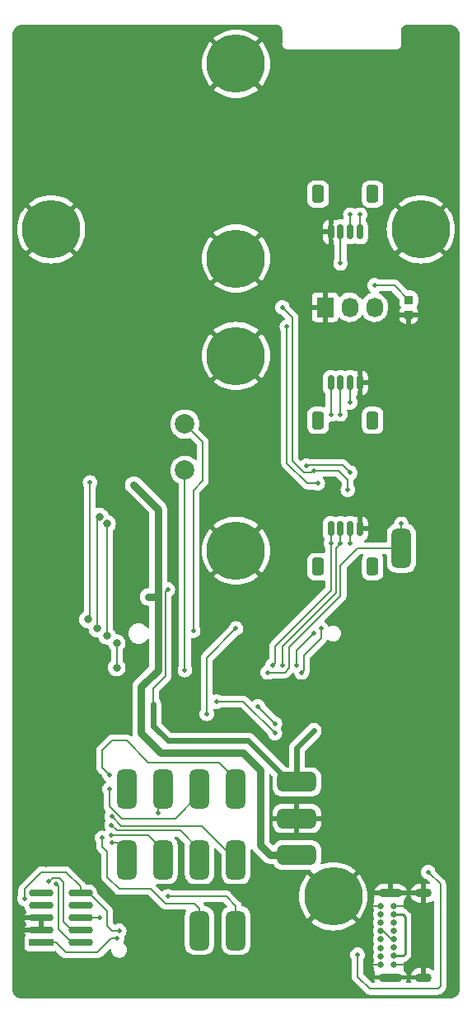
<source format=gbr>
%TF.GenerationSoftware,KiCad,Pcbnew,7.0.6*%
%TF.CreationDate,2023-08-09T14:48:51+09:30*%
%TF.ProjectId,backplane,6261636b-706c-4616-9e65-2e6b69636164,V1.0*%
%TF.SameCoordinates,Original*%
%TF.FileFunction,Copper,L2,Bot*%
%TF.FilePolarity,Positive*%
%FSLAX46Y46*%
G04 Gerber Fmt 4.6, Leading zero omitted, Abs format (unit mm)*
G04 Created by KiCad (PCBNEW 7.0.6) date 2023-08-09 14:48:51*
%MOMM*%
%LPD*%
G01*
G04 APERTURE LIST*
G04 Aperture macros list*
%AMRoundRect*
0 Rectangle with rounded corners*
0 $1 Rounding radius*
0 $2 $3 $4 $5 $6 $7 $8 $9 X,Y pos of 4 corners*
0 Add a 4 corners polygon primitive as box body*
4,1,4,$2,$3,$4,$5,$6,$7,$8,$9,$2,$3,0*
0 Add four circle primitives for the rounded corners*
1,1,$1+$1,$2,$3*
1,1,$1+$1,$4,$5*
1,1,$1+$1,$6,$7*
1,1,$1+$1,$8,$9*
0 Add four rect primitives between the rounded corners*
20,1,$1+$1,$2,$3,$4,$5,0*
20,1,$1+$1,$4,$5,$6,$7,0*
20,1,$1+$1,$6,$7,$8,$9,0*
20,1,$1+$1,$8,$9,$2,$3,0*%
G04 Aperture macros list end*
%TA.AperFunction,SMDPad,CuDef*%
%ADD10RoundRect,0.500000X0.500000X1.500000X-0.500000X1.500000X-0.500000X-1.500000X0.500000X-1.500000X0*%
%TD*%
%TA.AperFunction,ComponentPad*%
%ADD11C,6.000000*%
%TD*%
%TA.AperFunction,ComponentPad*%
%ADD12C,0.650000*%
%TD*%
%TA.AperFunction,ComponentPad*%
%ADD13O,2.400000X0.900000*%
%TD*%
%TA.AperFunction,ComponentPad*%
%ADD14O,1.700000X0.900000*%
%TD*%
%TA.AperFunction,SMDPad,CuDef*%
%ADD15RoundRect,0.500000X-0.500000X-1.500000X0.500000X-1.500000X0.500000X1.500000X-0.500000X1.500000X0*%
%TD*%
%TA.AperFunction,SMDPad,CuDef*%
%ADD16RoundRect,0.249600X-0.350400X-0.650400X0.350400X-0.650400X0.350400X0.650400X-0.350400X0.650400X0*%
%TD*%
%TA.AperFunction,SMDPad,CuDef*%
%ADD17RoundRect,0.150000X-0.150000X-0.625000X0.150000X-0.625000X0.150000X0.625000X-0.150000X0.625000X0*%
%TD*%
%TA.AperFunction,SMDPad,CuDef*%
%ADD18RoundRect,0.227500X0.237500X-0.227500X0.237500X0.227500X-0.237500X0.227500X-0.237500X-0.227500X0*%
%TD*%
%TA.AperFunction,ComponentPad*%
%ADD19R,1.727200X2.032000*%
%TD*%
%TA.AperFunction,ComponentPad*%
%ADD20O,1.727200X2.032000*%
%TD*%
%TA.AperFunction,SMDPad,CuDef*%
%ADD21R,2.500000X0.750000*%
%TD*%
%TA.AperFunction,SMDPad,CuDef*%
%ADD22O,2.500000X0.750000*%
%TD*%
%TA.AperFunction,SMDPad,CuDef*%
%ADD23RoundRect,0.500000X-1.500000X0.500000X-1.500000X-0.500000X1.500000X-0.500000X1.500000X0.500000X0*%
%TD*%
%TA.AperFunction,SMDPad,CuDef*%
%ADD24C,2.000000*%
%TD*%
%TA.AperFunction,SMDPad,CuDef*%
%ADD25RoundRect,0.249600X0.350400X0.650400X-0.350400X0.650400X-0.350400X-0.650400X0.350400X-0.650400X0*%
%TD*%
%TA.AperFunction,SMDPad,CuDef*%
%ADD26RoundRect,0.150000X0.150000X0.625000X-0.150000X0.625000X-0.150000X-0.625000X0.150000X-0.625000X0*%
%TD*%
%TA.AperFunction,ViaPad*%
%ADD27C,0.500000*%
%TD*%
%TA.AperFunction,ViaPad*%
%ADD28C,0.800000*%
%TD*%
%TA.AperFunction,Conductor*%
%ADD29C,0.250000*%
%TD*%
%TA.AperFunction,Conductor*%
%ADD30C,0.200000*%
%TD*%
%TA.AperFunction,Conductor*%
%ADD31C,0.800000*%
%TD*%
%TA.AperFunction,Conductor*%
%ADD32C,0.600000*%
%TD*%
G04 APERTURE END LIST*
D10*
%TO.P,P18,1,P1*%
%TO.N,/Expansion IO/ANALOG_IN*%
X119250000Y-143000000D03*
%TD*%
%TO.P,P17,1,P1*%
%TO.N,/Expansion IO/DIGITAL_OUT*%
X123000000Y-143000000D03*
%TD*%
D11*
%TO.P,MNT2,1*%
%TO.N,GND*%
X142000000Y-71000000D03*
%TD*%
%TO.P,MNT3,1*%
%TO.N,GND*%
X104000000Y-71000000D03*
%TD*%
D12*
%TO.P,J1,A1,GND*%
%TO.N,GND*%
X137900000Y-146475000D03*
%TO.P,J1,A4,VBUS*%
%TO.N,Net-(U1-VBUS)*%
X137900000Y-145625000D03*
%TO.P,J1,A5,CC1*%
%TO.N,Net-(J1-CC1)*%
X137900000Y-144775000D03*
%TO.P,J1,A6,D+*%
%TO.N,/USB Input/USBC_P*%
X137900000Y-143925000D03*
%TO.P,J1,A7,D-*%
%TO.N,/USB Input/USBC_N*%
X137900000Y-143075000D03*
%TO.P,J1,A8,SBU1*%
%TO.N,unconnected-(J1-SBU1-PadA8)*%
X137900000Y-142225000D03*
%TO.P,J1,A9,VBUS*%
%TO.N,Net-(U1-VBUS)*%
X137900000Y-141375000D03*
%TO.P,J1,A12,GND*%
%TO.N,GND*%
X137900000Y-140525000D03*
%TO.P,J1,B1,GND*%
X139225000Y-140520000D03*
%TO.P,J1,B4,VBUS*%
%TO.N,Net-(U1-VBUS)*%
X139225000Y-141370000D03*
%TO.P,J1,B5,CC2*%
%TO.N,Net-(J1-CC2)*%
X139225000Y-142220000D03*
%TO.P,J1,B6,D+*%
%TO.N,/USB Input/USBC_P*%
X139225000Y-143070000D03*
%TO.P,J1,B7,D-*%
%TO.N,/USB Input/USBC_N*%
X139225000Y-143920000D03*
%TO.P,J1,B8,SBU2*%
%TO.N,unconnected-(J1-SBU2-PadB8)*%
X139225000Y-144770000D03*
%TO.P,J1,B9,VBUS*%
%TO.N,Net-(U1-VBUS)*%
X139225000Y-145620000D03*
%TO.P,J1,B12,GND*%
%TO.N,GND*%
X139225000Y-146475000D03*
D13*
%TO.P,J1,S1,Shield*%
X138880000Y-147825000D03*
D14*
X142260000Y-147825000D03*
D13*
X138880000Y-139175000D03*
D14*
X142260000Y-139175000D03*
%TD*%
D11*
%TO.P,MNT1,1*%
%TO.N,GND*%
X133000000Y-139500000D03*
%TD*%
D15*
%TO.P,P14,1,P1*%
%TO.N,/Expansion IO/~{CS}*%
X123000000Y-128500000D03*
%TD*%
D16*
%TO.P,P2,*%
%TO.N,*%
X131450000Y-67375000D03*
X137050000Y-67375000D03*
D17*
%TO.P,P2,1,P1*%
%TO.N,GND*%
X132750000Y-71250000D03*
%TO.P,P2,2,P2*%
%TO.N,+3.3V*%
X133750000Y-71250000D03*
%TO.P,P2,3,P3*%
%TO.N,/Expansion IO/I2C0.SDA*%
X134750000Y-71250000D03*
%TO.P,P2,4,P4*%
%TO.N,/Expansion IO/I2C0.SCL*%
X135750000Y-71250000D03*
%TD*%
D18*
%TO.P,D1,A,A*%
%TO.N,Net-(D1-PadA)*%
X140750000Y-78240000D03*
%TO.P,D1,C,C*%
%TO.N,GND*%
X140750000Y-79760000D03*
%TD*%
D11*
%TO.P,MNT4,1*%
%TO.N,GND*%
X123000000Y-104000000D03*
%TD*%
D15*
%TO.P,P8,1,P1*%
%TO.N,Net-(P8-P1)*%
X115500000Y-135750000D03*
%TD*%
D11*
%TO.P,MNT7,1*%
%TO.N,GND*%
X123000000Y-54000000D03*
%TD*%
D19*
%TO.P,P10,1,P1*%
%TO.N,GND*%
X132170000Y-79000000D03*
D20*
%TO.P,P10,2,P2*%
%TO.N,Net-(P10-P2)*%
X134710000Y-79000000D03*
%TO.P,P10,3,P3*%
%TO.N,Net-(P10-P3)*%
X137250000Y-79000000D03*
%TD*%
D21*
%TO.P,X2,1,VTref*%
%TO.N,+3.3V*%
X103000000Y-144250000D03*
D22*
%TO.P,X2,2,SWDIO*%
%TO.N,/Processor/SWDIO*%
X107000000Y-144250000D03*
%TO.P,X2,3,Gnd*%
%TO.N,GND*%
X103000000Y-142980000D03*
%TO.P,X2,4,SWCLK*%
%TO.N,/Processor/SWDCLK*%
X107000000Y-142980000D03*
%TO.P,X2,5,Gnd*%
%TO.N,GND*%
X103000000Y-141710000D03*
%TO.P,X2,6,SWO*%
%TO.N,/Processor/SWO*%
X107000000Y-141710000D03*
%TO.P,X2,7,Key*%
%TO.N,unconnected-(X2-Key-Pad7)*%
X103000000Y-140440000D03*
%TO.P,X2,8,NC/EXTb*%
%TO.N,unconnected-(X2-NC{slash}EXTb-Pad8)*%
X107000000Y-140440000D03*
%TO.P,X2,9,~{Detect}*%
%TO.N,unconnected-(X2-~{Detect}-Pad9)*%
X103000000Y-139170000D03*
%TO.P,X2,10,~{RESET}*%
%TO.N,/Processor/~{RESET}*%
X107000000Y-139170000D03*
%TD*%
D15*
%TO.P,P9,1,P1*%
%TO.N,Net-(P9-P1)*%
X111750000Y-135750000D03*
%TD*%
D23*
%TO.P,P5,1,P1*%
%TO.N,+POWER*%
X129250000Y-135250000D03*
%TD*%
D24*
%TO.P,TEST1,1,PAD*%
%TO.N,Net-(TEST1-PAD)*%
X117750000Y-95750000D03*
%TD*%
D15*
%TO.P,P12,1,P1*%
%TO.N,/Expansion IO/CIPO*%
X119250000Y-128500000D03*
%TD*%
D11*
%TO.P,MNT6,1*%
%TO.N,GND*%
X123000000Y-84000000D03*
%TD*%
D15*
%TO.P,P11,1,P1*%
%TO.N,/Expansion IO/CLK*%
X111750000Y-128500000D03*
%TD*%
D23*
%TO.P,P16,1,P1*%
%TO.N,GND*%
X129250000Y-131500000D03*
%TD*%
D11*
%TO.P,MNT5,1*%
%TO.N,GND*%
X123000000Y-74000000D03*
%TD*%
D25*
%TO.P,P3,*%
%TO.N,*%
X137050000Y-90625000D03*
X131450000Y-90625000D03*
D26*
%TO.P,P3,1,P1*%
%TO.N,GND*%
X135750000Y-86750000D03*
%TO.P,P3,2,P2*%
%TO.N,+3.3V*%
X134750000Y-86750000D03*
%TO.P,P3,3,P3*%
%TO.N,/Expansion IO/I2C1.SDA*%
X133750000Y-86750000D03*
%TO.P,P3,4,P4*%
%TO.N,/Expansion IO/I2C1.SCL*%
X132750000Y-86750000D03*
%TD*%
D23*
%TO.P,P15,1,P1*%
%TO.N,+3.3V*%
X129250000Y-127750000D03*
%TD*%
D15*
%TO.P,P1,1,P1*%
%TO.N,/Expansion IO/~{I2C_INT}*%
X140000000Y-103750000D03*
%TD*%
%TO.P,P13,1,P1*%
%TO.N,/Expansion IO/COPI*%
X115500000Y-128500000D03*
%TD*%
D25*
%TO.P,P4,*%
%TO.N,*%
X137050000Y-105625000D03*
X131450000Y-105625000D03*
D26*
%TO.P,P4,1,P1*%
%TO.N,GND*%
X135750000Y-101750000D03*
%TO.P,P4,2,P2*%
%TO.N,+3.3V*%
X134750000Y-101750000D03*
%TO.P,P4,3,P3*%
%TO.N,/Expansion IO/I2C0.SDA*%
X133750000Y-101750000D03*
%TO.P,P4,4,P4*%
%TO.N,/Expansion IO/I2C0.SCL*%
X132750000Y-101750000D03*
%TD*%
D15*
%TO.P,P7,1,P1*%
%TO.N,Net-(P7-P1)*%
X119250000Y-135750000D03*
%TD*%
D24*
%TO.P,TEST2,1,PAD*%
%TO.N,Net-(TEST2-PAD)*%
X117750000Y-91000000D03*
%TD*%
D15*
%TO.P,P6,1,P1*%
%TO.N,Net-(P6-P1)*%
X123000000Y-135750000D03*
%TD*%
D27*
%TO.N,GND*%
X115600000Y-145200000D03*
X121000000Y-138200000D03*
X101800000Y-148400000D03*
X106600000Y-147200000D03*
X131400000Y-146800000D03*
X121200000Y-146800000D03*
X133600000Y-132000000D03*
X133600000Y-133000000D03*
X133600000Y-134000000D03*
X119800000Y-113000000D03*
X133200000Y-114200000D03*
X138400000Y-117800000D03*
X139000000Y-85800000D03*
X135600000Y-84000000D03*
X123000000Y-91800000D03*
X123000000Y-95000000D03*
X106400000Y-105800000D03*
X112200000Y-102200000D03*
X101200000Y-111200000D03*
X106000000Y-119600000D03*
X108800000Y-116600000D03*
X116000000Y-121400000D03*
X107600000Y-131000000D03*
X107400000Y-137200000D03*
X111000000Y-141600000D03*
%TO.N,+3.3V*%
X110800000Y-143800000D03*
X116000000Y-108000000D03*
%TO.N,GND*%
X141250000Y-132750000D03*
X139000000Y-130000000D03*
X139000000Y-125250000D03*
X133250000Y-127500000D03*
X133250000Y-125500000D03*
X133250000Y-126500000D03*
X111500000Y-119750000D03*
%TO.N,+3.3V*%
X115500000Y-123000000D03*
X116000000Y-123500000D03*
X114500000Y-119750000D03*
X130500000Y-123000000D03*
X131000000Y-122500000D03*
X130000000Y-123500000D03*
X134750000Y-88750000D03*
X133750000Y-74500000D03*
X134750000Y-103250000D03*
%TO.N,+POWER*%
X114000000Y-108750000D03*
X115000000Y-108750006D03*
X125500000Y-133000000D03*
X125500000Y-133750000D03*
%TO.N,Net-(D1-PadA)*%
X137249990Y-76750000D03*
%TO.N,/Expansion IO/PWM_OUTPUT*%
X108000000Y-97000000D03*
%TO.N,GND*%
X121750000Y-116250000D03*
%TO.N,+POWER*%
X112500000Y-97250000D03*
%TO.N,/Expansion IO/ANALOG_IN*%
X109250000Y-133500000D03*
%TO.N,/Expansion IO/DIGITAL_OUT*%
X116000000Y-139500000D03*
D28*
%TO.N,/Function Board/~{CS}*%
X110750000Y-116000000D03*
X110750000Y-113500000D03*
%TO.N,/Expansion IO/PWM_OUTPUT*%
X107800008Y-111061880D03*
%TO.N,Net-(X1-I2C_SDA1)*%
X109000000Y-100500000D03*
%TO.N,Net-(X1-I2C_SCL1)*%
X109750000Y-101250000D03*
%TO.N,Net-(X1-I2C_SDA1)*%
X108749994Y-112000000D03*
%TO.N,Net-(X1-I2C_SCL1)*%
X109750000Y-112750000D03*
D27*
%TO.N,GND*%
X103500000Y-133249994D03*
X103500000Y-136250000D03*
X132250000Y-119750000D03*
X130000000Y-108249998D03*
X103500000Y-134750000D03*
X104250000Y-145750000D03*
X122750000Y-116250000D03*
X124000000Y-112000000D03*
X124750000Y-111999996D03*
X107500000Y-126250000D03*
X108250000Y-132499994D03*
X131250000Y-108250000D03*
X124000000Y-116250000D03*
X129000000Y-143500000D03*
%TO.N,/Expansion IO/~{I2C_INT}*%
X126250000Y-116500000D03*
X140000000Y-101250000D03*
%TO.N,/Processor/~{RESET}*%
X111000000Y-143050000D03*
X101249996Y-139750000D03*
%TO.N,Net-(J1-CC1)*%
X142750000Y-137000000D03*
X135500000Y-145499996D03*
%TO.N,/Processor/SWO*%
X109000000Y-141710000D03*
%TO.N,/Processor/SWDCLK*%
X103750000Y-138000000D03*
%TO.N,/Processor/SWDIO*%
X104500000Y-138250004D03*
%TO.N,/Function Board/FN_~{INT}*%
X127000000Y-121750000D03*
X125250000Y-120000000D03*
%TO.N,/Function Board/FN_ANALOG*%
X123000000Y-112000000D03*
X120000000Y-120750000D03*
%TO.N,/Expansion IO/I2C0.SDA*%
X131000010Y-95765000D03*
X127750002Y-79000000D03*
X134500000Y-97750000D03*
X134750000Y-69500000D03*
X127750004Y-115750000D03*
X133750000Y-103250000D03*
%TO.N,/Expansion IO/I2C0.SCL*%
X135750000Y-69500000D03*
X132750000Y-103250000D03*
X128235000Y-81000000D03*
X126750000Y-115750000D03*
X131400000Y-97100000D03*
%TO.N,/Expansion IO/I2C1.SDA*%
X133750000Y-89999996D03*
X134750000Y-96000000D03*
X130250002Y-95250000D03*
%TO.N,/Expansion IO/I2C1.SCL*%
X132750000Y-90000000D03*
%TO.N,Net-(X1-BATT_VIN{slash}3)*%
X127000000Y-122750000D03*
X121000000Y-119500000D03*
%TO.N,Net-(TEST2-PAD)*%
X118600000Y-112250000D03*
%TO.N,Net-(X3-FUNC_RX)*%
X131000000Y-112500000D03*
X129234996Y-115750000D03*
%TO.N,Net-(X3-FUNC_TX)*%
X131750000Y-112000000D03*
X129749996Y-116500000D03*
%TO.N,Net-(P6-P1)*%
X110236091Y-131263909D03*
%TO.N,Net-(P7-P1)*%
X110211093Y-132211089D03*
%TO.N,Net-(P8-P1)*%
X110200000Y-133200000D03*
%TO.N,Net-(P9-P1)*%
X110249994Y-134000000D03*
%TO.N,Net-(TEST1-PAD)*%
X117750000Y-116250000D03*
%TO.N,/Expansion IO/CLK*%
X111249994Y-129500000D03*
%TO.N,/Expansion IO/CIPO*%
X110000000Y-128500000D03*
%TO.N,/Expansion IO/COPI*%
X115000000Y-130950000D03*
%TO.N,/Expansion IO/~{CS}*%
X110000000Y-126999996D03*
%TD*%
D29*
%TO.N,Net-(U1-VBUS)*%
X139225000Y-145620000D02*
X140180000Y-145620000D01*
X140180000Y-145620000D02*
X140400000Y-145400000D01*
X140400000Y-145400000D02*
X140400000Y-141600000D01*
X140400000Y-141600000D02*
X140170000Y-141370000D01*
X140170000Y-141370000D02*
X139225000Y-141370000D01*
D30*
%TO.N,GND*%
X140400000Y-140400000D02*
X142200000Y-140400000D01*
X142260000Y-140340000D02*
X142260000Y-139175000D01*
X142200000Y-140400000D02*
X142260000Y-140340000D01*
%TO.N,Net-(P8-P1)*%
X110250000Y-133250000D02*
X110200000Y-133200000D01*
X115500000Y-134750000D02*
X114000000Y-133250000D01*
X115500000Y-135750000D02*
X115500000Y-134750000D01*
X114000000Y-133250000D02*
X110250000Y-133250000D01*
%TO.N,Net-(P7-P1)*%
X119250000Y-134750000D02*
X117250000Y-132750000D01*
X119250000Y-135750000D02*
X119250000Y-134750000D01*
X110750004Y-132750000D02*
X110211093Y-132211089D01*
X117250000Y-132750000D02*
X110750004Y-132750000D01*
%TO.N,Net-(X3-FUNC_TX)*%
X131750000Y-112000000D02*
X131750000Y-113000000D01*
X131750000Y-113000000D02*
X130000000Y-114750000D01*
X130000000Y-116249996D02*
X129749996Y-116500000D01*
X130000000Y-114750000D02*
X130000000Y-116249996D01*
%TO.N,/Processor/~{RESET}*%
X109750000Y-141045000D02*
X109750000Y-142500000D01*
X109750000Y-142500000D02*
X110300000Y-143050000D01*
X107875000Y-139170000D02*
X109750000Y-141045000D01*
X110300000Y-143050000D02*
X111000000Y-143050000D01*
X107000000Y-139170000D02*
X107875000Y-139170000D01*
%TO.N,/Expansion IO/I2C0.SDA*%
X131000010Y-95765000D02*
X130765010Y-96000000D01*
X130765010Y-96000000D02*
X130000000Y-96000000D01*
X130000000Y-96000000D02*
X128815000Y-94815000D01*
X128815000Y-94815000D02*
X128815000Y-80064998D01*
X128815000Y-80064998D02*
X127750002Y-79000000D01*
%TO.N,Net-(TEST2-PAD)*%
X117750000Y-91000000D02*
X119600000Y-92850000D01*
X119600000Y-92850000D02*
X119600000Y-96800000D01*
X119600000Y-96800000D02*
X118600000Y-97800000D01*
X118600000Y-97800000D02*
X118600000Y-112250000D01*
%TO.N,/Expansion IO/~{I2C_INT}*%
X140000000Y-103750000D02*
X135500000Y-103750000D01*
X135500000Y-103750000D02*
X133750000Y-105500000D01*
X128000000Y-116500000D02*
X126250000Y-116500000D01*
X133750000Y-105500000D02*
X133750000Y-108650000D01*
X133750000Y-108650000D02*
X128500000Y-113900000D01*
X128500000Y-113900000D02*
X128500000Y-116000000D01*
X128500000Y-116000000D02*
X128000000Y-116500000D01*
%TO.N,/Expansion IO/I2C0.SDA*%
X133750000Y-103250000D02*
X133250000Y-103750000D01*
X133250000Y-103750000D02*
X133250000Y-108350000D01*
X133250000Y-108350000D02*
X127750004Y-113849996D01*
X127750004Y-113849996D02*
X127750004Y-115750000D01*
%TO.N,/Expansion IO/I2C0.SCL*%
X132750000Y-103250000D02*
X132750000Y-108050000D01*
X132750000Y-108050000D02*
X127000000Y-113800000D01*
X127000000Y-113800000D02*
X127000000Y-115500000D01*
X127000000Y-115500000D02*
X126750000Y-115750000D01*
%TO.N,GND*%
X137900000Y-146475000D02*
X136925000Y-146475000D01*
X136925000Y-146475000D02*
X136800000Y-146600000D01*
X139225000Y-146475000D02*
X140525000Y-146475000D01*
X140525000Y-146475000D02*
X140600000Y-146400000D01*
X139225000Y-140520000D02*
X140280000Y-140520000D01*
X140400000Y-140400000D02*
X140280000Y-140520000D01*
X137900000Y-140525000D02*
X137125000Y-140525000D01*
X137125000Y-140525000D02*
X136800000Y-140200000D01*
%TO.N,/Expansion IO/I2C1.SDA*%
X130250002Y-95250000D02*
X130300002Y-95200000D01*
X130300002Y-95200000D02*
X133950000Y-95200000D01*
X133950000Y-95200000D02*
X134750000Y-96000000D01*
%TO.N,+3.3V*%
X103000000Y-144250000D02*
X104500000Y-144250000D01*
X104500000Y-144250000D02*
X105500000Y-145250000D01*
X105500000Y-145250000D02*
X108750000Y-145250000D01*
X108750000Y-145250000D02*
X110200000Y-143800000D01*
X110200000Y-143800000D02*
X110800000Y-143800000D01*
%TO.N,/Expansion IO/ANALOG_IN*%
X109250000Y-133500000D02*
X109250000Y-134375000D01*
X118750000Y-140250000D02*
X119250000Y-140750000D01*
X109250000Y-134375000D02*
X109750000Y-134875000D01*
X109750000Y-134875000D02*
X109750000Y-137500000D01*
X109750000Y-137500000D02*
X111000000Y-138750000D01*
X111000000Y-138750000D02*
X114250000Y-138750000D01*
X114250000Y-138750000D02*
X115750000Y-140250000D01*
X115750000Y-140250000D02*
X118750000Y-140250000D01*
X119250000Y-140750000D02*
X119250000Y-143000000D01*
%TO.N,/Function Board/FN_ANALOG*%
X123000000Y-112000000D02*
X120000000Y-115000000D01*
X120000000Y-115000000D02*
X120000000Y-120750000D01*
%TO.N,Net-(J1-CC1)*%
X135500000Y-147750000D02*
X135500000Y-145499996D01*
X136750000Y-149000000D02*
X135500000Y-147750000D01*
X143750000Y-149000000D02*
X136750000Y-149000000D01*
X144000000Y-148750000D02*
X143750000Y-149000000D01*
X144000000Y-138250000D02*
X144000000Y-148750000D01*
X142750000Y-137000000D02*
X144000000Y-138250000D01*
%TO.N,Net-(P6-P1)*%
X123000000Y-135750000D02*
X119500000Y-132250000D01*
X119500000Y-132250000D02*
X111222182Y-132250000D01*
X111222182Y-132250000D02*
X110236091Y-131263909D01*
%TO.N,/Expansion IO/COPI*%
X115500000Y-128500000D02*
X115000000Y-129000000D01*
X115000000Y-129000000D02*
X115000000Y-130950000D01*
%TO.N,/Expansion IO/CIPO*%
X119250000Y-129000000D02*
X116750000Y-131500000D01*
X119250000Y-128500000D02*
X119250000Y-129000000D01*
X116750000Y-131500000D02*
X111250000Y-131500000D01*
X111250000Y-131500000D02*
X110000000Y-130250000D01*
X110000000Y-130250000D02*
X110000000Y-128500000D01*
%TO.N,/Processor/SWDCLK*%
X104170000Y-137580000D02*
X103750000Y-138000000D01*
X105265002Y-138025842D02*
X104819160Y-137580000D01*
X104819160Y-137580000D02*
X104170000Y-137580000D01*
X105265002Y-142120002D02*
X105265002Y-138025842D01*
X106125000Y-142980000D02*
X105265002Y-142120002D01*
X107000000Y-142980000D02*
X106125000Y-142980000D01*
%TO.N,/Processor/~{RESET}*%
X107000000Y-139170000D02*
X107000000Y-138500000D01*
X107000000Y-138500000D02*
X105500000Y-137000000D01*
X105500000Y-137000000D02*
X103000000Y-137000000D01*
X103000000Y-137000000D02*
X101249996Y-138750004D01*
X101249996Y-138750004D02*
X101249996Y-139750000D01*
%TO.N,/Expansion IO/PWM_OUTPUT*%
X107800008Y-111061880D02*
X108000000Y-110861888D01*
X108000000Y-110861888D02*
X108000000Y-97000000D01*
%TO.N,Net-(X1-I2C_SDA1)*%
X109000000Y-100500000D02*
X108750000Y-100750000D01*
X108750000Y-100750000D02*
X108750000Y-111999994D01*
X108750000Y-111999994D02*
X108749994Y-112000000D01*
%TO.N,Net-(X1-I2C_SCL1)*%
X109750000Y-112750000D02*
X109750000Y-101250000D01*
D31*
%TO.N,+POWER*%
X115000000Y-108750006D02*
X114000006Y-108750006D01*
D30*
X114000006Y-108750006D02*
X114000000Y-108750000D01*
D31*
X125500000Y-132250000D02*
X125500000Y-126500000D01*
X125500000Y-126500000D02*
X123750000Y-124750000D01*
X123750000Y-124750000D02*
X115250000Y-124750000D01*
X115250000Y-124750000D02*
X113250000Y-122750000D01*
X113250000Y-122750000D02*
X113250000Y-118000000D01*
X113250000Y-118000000D02*
X115000000Y-116250000D01*
X115000000Y-116250000D02*
X115000000Y-108750006D01*
D30*
%TO.N,+3.3V*%
X116000000Y-108000000D02*
X115750000Y-108250000D01*
X115750000Y-108250000D02*
X115750000Y-116875000D01*
X115750000Y-116875000D02*
X114500000Y-118125000D01*
X114500000Y-118125000D02*
X114500000Y-119750000D01*
D31*
%TO.N,+POWER*%
X112500000Y-97250000D02*
X115000000Y-99750000D01*
X115000000Y-99750000D02*
X115000000Y-108750006D01*
D30*
%TO.N,/Function Board/FN_~{INT}*%
X127000000Y-121750000D02*
X125250000Y-120000000D01*
%TO.N,Net-(X1-BATT_VIN{slash}3)*%
X127000000Y-122750000D02*
X123750000Y-119500000D01*
X123750000Y-119500000D02*
X121000000Y-119500000D01*
D32*
%TO.N,+3.3V*%
X115500000Y-123000000D02*
X115250000Y-122750000D01*
X114500000Y-122000000D02*
X114500000Y-119750000D01*
X116000000Y-123500000D02*
X115500000Y-123000000D01*
X119000000Y-123500000D02*
X116000000Y-123500000D01*
X115250000Y-122750000D02*
X114500000Y-122000000D01*
X124500000Y-123750000D02*
X124250000Y-123500000D01*
X128500000Y-127750000D02*
X124500000Y-123750000D01*
X124250000Y-123500000D02*
X119000000Y-123500000D01*
X129250000Y-127750000D02*
X128500000Y-127750000D01*
X129250000Y-124250000D02*
X129250000Y-127750000D01*
X131000000Y-122500000D02*
X129250000Y-124250000D01*
D30*
%TO.N,/Expansion IO/I2C1.SDA*%
X133750000Y-86750000D02*
X133750000Y-89999996D01*
%TO.N,/Expansion IO/I2C1.SCL*%
X132750000Y-86750000D02*
X132750000Y-90000000D01*
%TO.N,+3.3V*%
X134750000Y-86750000D02*
X134750000Y-88750000D01*
X133750000Y-71250000D02*
X133750000Y-74500000D01*
X134750000Y-101750000D02*
X134750000Y-103250000D01*
%TO.N,Net-(D1-PadA)*%
X139260000Y-76750000D02*
X137249990Y-76750000D01*
X140750000Y-78240000D02*
X139260000Y-76750000D01*
%TO.N,Net-(TEST1-PAD)*%
X117750000Y-95750000D02*
X117750000Y-116250000D01*
D31*
%TO.N,+POWER*%
X125500000Y-132250000D02*
X125500000Y-133000000D01*
X125500000Y-133000000D02*
X125500000Y-133750000D01*
X125500000Y-133750000D02*
X125500000Y-134250000D01*
X125500000Y-134250000D02*
X126500000Y-135250000D01*
X126500000Y-135250000D02*
X129250000Y-135250000D01*
D30*
%TO.N,/Expansion IO/I2C0.SCL*%
X128250000Y-81015000D02*
X128235000Y-81000000D01*
X128250000Y-95000000D02*
X128250000Y-81015000D01*
X130350000Y-97100000D02*
X128250000Y-95000000D01*
X131400000Y-97100000D02*
X130350000Y-97100000D01*
%TO.N,/Processor/SWO*%
X107000000Y-141710000D02*
X109000000Y-141710000D01*
%TO.N,/Expansion IO/DIGITAL_OUT*%
X116000000Y-139500000D02*
X122000000Y-139500000D01*
X122000000Y-139500000D02*
X123000000Y-140500000D01*
X123000000Y-140500000D02*
X123000000Y-143000000D01*
%TO.N,/Function Board/~{CS}*%
X110750000Y-113500000D02*
X110750000Y-116000000D01*
%TO.N,/USB Input/USBC_N*%
X137900000Y-143075000D02*
X138075000Y-143075000D01*
X138920000Y-143920000D02*
X139225000Y-143920000D01*
X138075000Y-143075000D02*
X138920000Y-143920000D01*
%TO.N,/Expansion IO/~{I2C_INT}*%
X140000000Y-101250000D02*
X140000000Y-103750000D01*
%TO.N,/Processor/SWDIO*%
X104742500Y-142867500D02*
X104742500Y-138492504D01*
X107000000Y-144250000D02*
X106125000Y-144250000D01*
X106125000Y-144250000D02*
X104742500Y-142867500D01*
X104742500Y-138492504D02*
X104500000Y-138250004D01*
%TO.N,/Expansion IO/I2C0.SDA*%
X134500000Y-96750000D02*
X134500000Y-97750000D01*
X133515000Y-95765000D02*
X134500000Y-96750000D01*
X134750000Y-71250000D02*
X134750000Y-69500000D01*
X131000010Y-95765000D02*
X133515000Y-95765000D01*
X133750000Y-101750000D02*
X133750000Y-103250000D01*
%TO.N,/Expansion IO/I2C0.SCL*%
X132750000Y-101750000D02*
X132750000Y-103250000D01*
X135750000Y-71250000D02*
X135750000Y-69500000D01*
%TO.N,Net-(X3-FUNC_RX)*%
X129234996Y-114265004D02*
X131000000Y-112500000D01*
X129234996Y-115750000D02*
X129234996Y-114265004D01*
%TO.N,Net-(P9-P1)*%
X110750000Y-134000000D02*
X110249994Y-134000000D01*
X111750000Y-135750000D02*
X111750000Y-135000000D01*
X111750000Y-135000000D02*
X110750000Y-134000000D01*
%TO.N,/Expansion IO/~{CS}*%
X121250000Y-125750000D02*
X123000000Y-127500000D01*
X109250000Y-126249996D02*
X109250000Y-124500000D01*
X110250000Y-123500000D02*
X111750000Y-123500000D01*
X109250000Y-124500000D02*
X110250000Y-123500000D01*
X110000000Y-126999996D02*
X109250000Y-126249996D01*
X123000000Y-127500000D02*
X123000000Y-128500000D01*
X111750000Y-123500000D02*
X114000000Y-125750000D01*
X114000000Y-125750000D02*
X121250000Y-125750000D01*
%TD*%
%TA.AperFunction,Conductor*%
%TO.N,GND*%
G36*
X127253455Y-50000889D02*
G01*
X127266485Y-50002357D01*
X127276354Y-50003470D01*
X127318982Y-50009081D01*
X127355831Y-50013932D01*
X127380599Y-50019830D01*
X127414736Y-50031775D01*
X127417976Y-50033011D01*
X127472195Y-50055469D01*
X127490695Y-50065027D01*
X127525520Y-50086909D01*
X127530267Y-50090212D01*
X127578200Y-50126993D01*
X127584295Y-50132337D01*
X127617660Y-50165702D01*
X127623005Y-50171798D01*
X127659786Y-50219731D01*
X127663096Y-50224488D01*
X127684967Y-50259296D01*
X127694536Y-50277818D01*
X127716983Y-50332014D01*
X127718223Y-50335263D01*
X127730169Y-50369401D01*
X127736066Y-50394169D01*
X127746530Y-50473647D01*
X127749110Y-50496538D01*
X127749500Y-50503486D01*
X127749500Y-51917062D01*
X127742306Y-51941560D01*
X127748969Y-51992169D01*
X127749500Y-52000271D01*
X127749500Y-52056391D01*
X127749501Y-52056400D01*
X127751251Y-52064069D01*
X127749796Y-52087786D01*
X127761091Y-52115053D01*
X127767421Y-52134913D01*
X127774596Y-52166352D01*
X127785016Y-52187989D01*
X127789281Y-52213891D01*
X127803537Y-52232470D01*
X127816881Y-52254155D01*
X127823532Y-52267966D01*
X127823533Y-52267969D01*
X127846965Y-52297350D01*
X127857804Y-52323901D01*
X127872421Y-52335117D01*
X127888880Y-52351271D01*
X127888930Y-52351222D01*
X127898778Y-52361070D01*
X127898728Y-52361119D01*
X127914880Y-52377577D01*
X127921526Y-52386238D01*
X127926170Y-52386878D01*
X127952648Y-52403033D01*
X127982031Y-52426466D01*
X127982033Y-52426467D01*
X127995845Y-52433119D01*
X128017529Y-52446463D01*
X128028503Y-52454883D01*
X128030321Y-52454690D01*
X128062011Y-52464982D01*
X128083649Y-52475403D01*
X128115089Y-52482578D01*
X128134946Y-52488908D01*
X128152137Y-52496029D01*
X128185933Y-52498749D01*
X128193600Y-52500499D01*
X128193605Y-52500499D01*
X128193607Y-52500500D01*
X128193609Y-52500500D01*
X128249736Y-52500500D01*
X128257837Y-52501031D01*
X128296546Y-52506127D01*
X128332937Y-52500500D01*
X139417062Y-52500500D01*
X139441558Y-52507693D01*
X139492162Y-52501031D01*
X139500263Y-52500500D01*
X139556391Y-52500500D01*
X139556393Y-52500500D01*
X139564060Y-52498750D01*
X139587782Y-52500202D01*
X139615048Y-52488909D01*
X139634904Y-52482580D01*
X139666351Y-52475403D01*
X139687986Y-52464983D01*
X139713890Y-52460717D01*
X139732465Y-52446465D01*
X139754152Y-52433120D01*
X139767967Y-52426467D01*
X139767968Y-52426466D01*
X139797348Y-52403035D01*
X139823902Y-52392194D01*
X139835116Y-52377580D01*
X139851271Y-52361119D01*
X139851222Y-52361070D01*
X139861070Y-52351222D01*
X139861119Y-52351271D01*
X139877580Y-52335116D01*
X139886242Y-52328469D01*
X139886882Y-52323823D01*
X139903036Y-52297348D01*
X139926465Y-52267969D01*
X139926467Y-52267967D01*
X139933120Y-52254152D01*
X139946465Y-52232465D01*
X139954885Y-52221490D01*
X139954692Y-52219672D01*
X139964984Y-52187986D01*
X139975403Y-52166351D01*
X139982580Y-52134904D01*
X139988909Y-52115048D01*
X139996028Y-52097860D01*
X139998750Y-52064059D01*
X140000498Y-52056400D01*
X140000500Y-52056393D01*
X140000500Y-52000261D01*
X140001031Y-51992160D01*
X140006126Y-51953455D01*
X140000500Y-51917061D01*
X140000500Y-50503480D01*
X140000890Y-50496538D01*
X140003017Y-50477666D01*
X140003470Y-50473645D01*
X140012981Y-50401398D01*
X140013933Y-50394163D01*
X140019830Y-50369399D01*
X140031775Y-50335262D01*
X140033001Y-50332047D01*
X140055474Y-50277794D01*
X140065021Y-50259313D01*
X140086922Y-50224459D01*
X140090197Y-50219752D01*
X140127003Y-50171786D01*
X140132323Y-50165718D01*
X140165718Y-50132323D01*
X140171786Y-50127003D01*
X140219752Y-50090197D01*
X140224459Y-50086922D01*
X140259313Y-50065021D01*
X140277794Y-50055474D01*
X140332047Y-50033001D01*
X140335253Y-50031778D01*
X140369402Y-50019829D01*
X140394163Y-50013933D01*
X140441020Y-50007764D01*
X140473646Y-50003470D01*
X140482632Y-50002456D01*
X140496545Y-50000889D01*
X140503481Y-50000500D01*
X144997293Y-50000500D01*
X145002695Y-50000735D01*
X145045519Y-50004482D01*
X145171771Y-50016918D01*
X145191685Y-50020541D01*
X145258349Y-50038403D01*
X145351570Y-50066682D01*
X145367971Y-50072958D01*
X145435411Y-50104406D01*
X145438375Y-50105888D01*
X145475969Y-50125982D01*
X145522327Y-50150762D01*
X145528667Y-50154657D01*
X145594828Y-50200983D01*
X145598600Y-50203844D01*
X145670808Y-50263103D01*
X145675309Y-50267182D01*
X145732815Y-50324688D01*
X145736895Y-50329190D01*
X145796154Y-50401398D01*
X145799015Y-50405170D01*
X145845341Y-50471331D01*
X145849236Y-50477671D01*
X145894101Y-50561605D01*
X145895614Y-50564631D01*
X145927040Y-50632027D01*
X145933319Y-50648435D01*
X145961601Y-50741669D01*
X145979454Y-50808299D01*
X145983082Y-50828238D01*
X145995523Y-50954554D01*
X145999264Y-50997302D01*
X145999500Y-51002710D01*
X145999500Y-148997289D01*
X145999264Y-149002697D01*
X145995523Y-149045445D01*
X145983082Y-149171760D01*
X145979454Y-149191699D01*
X145961601Y-149258330D01*
X145933318Y-149351563D01*
X145927040Y-149367971D01*
X145895614Y-149435367D01*
X145894101Y-149438393D01*
X145849236Y-149522327D01*
X145845341Y-149528667D01*
X145799015Y-149594828D01*
X145796154Y-149598600D01*
X145736895Y-149670808D01*
X145732806Y-149675320D01*
X145675320Y-149732806D01*
X145670808Y-149736895D01*
X145598600Y-149796154D01*
X145594828Y-149799015D01*
X145528667Y-149845341D01*
X145522327Y-149849236D01*
X145438393Y-149894101D01*
X145435367Y-149895614D01*
X145367971Y-149927040D01*
X145351563Y-149933318D01*
X145258330Y-149961601D01*
X145191699Y-149979454D01*
X145171760Y-149983082D01*
X145045445Y-149995523D01*
X145004789Y-149999080D01*
X145002696Y-149999264D01*
X144997290Y-149999500D01*
X101002710Y-149999500D01*
X100997303Y-149999264D01*
X100995015Y-149999063D01*
X100954554Y-149995523D01*
X100828238Y-149983082D01*
X100808299Y-149979454D01*
X100741669Y-149961601D01*
X100648435Y-149933319D01*
X100632027Y-149927040D01*
X100583433Y-149904381D01*
X100564618Y-149895607D01*
X100561605Y-149894101D01*
X100477671Y-149849236D01*
X100471331Y-149845341D01*
X100405170Y-149799015D01*
X100401398Y-149796154D01*
X100329190Y-149736895D01*
X100324688Y-149732815D01*
X100267182Y-149675309D01*
X100263103Y-149670808D01*
X100203844Y-149598600D01*
X100200983Y-149594828D01*
X100154657Y-149528667D01*
X100150762Y-149522327D01*
X100125982Y-149475969D01*
X100105888Y-149438375D01*
X100104406Y-149435411D01*
X100072958Y-149367971D01*
X100066682Y-149351570D01*
X100038398Y-149258330D01*
X100020541Y-149191685D01*
X100016918Y-149171771D01*
X100004475Y-149045435D01*
X100000733Y-149002671D01*
X100000500Y-148997315D01*
X100000500Y-142729999D01*
X101282712Y-142729999D01*
X101282713Y-142730000D01*
X102750000Y-142730000D01*
X102750000Y-141960000D01*
X101286311Y-141960000D01*
X101307350Y-142035778D01*
X101307353Y-142035784D01*
X101396499Y-142203932D01*
X101445320Y-142261408D01*
X101473718Y-142325247D01*
X101463094Y-142394304D01*
X101453446Y-142411271D01*
X101347366Y-142567728D01*
X101347366Y-142567729D01*
X101282712Y-142729999D01*
X100000500Y-142729999D01*
X100000500Y-139750002D01*
X100494747Y-139750002D01*
X100513681Y-139918056D01*
X100569541Y-140077694D01*
X100569543Y-140077697D01*
X100659514Y-140220884D01*
X100659519Y-140220890D01*
X100779105Y-140340476D01*
X100779111Y-140340481D01*
X100922298Y-140430452D01*
X100922301Y-140430454D01*
X100922305Y-140430455D01*
X100922306Y-140430456D01*
X101055776Y-140477159D01*
X101081940Y-140486314D01*
X101150798Y-140494072D01*
X101215212Y-140521138D01*
X101254767Y-140578733D01*
X101256395Y-140584118D01*
X101304679Y-140758020D01*
X101306887Y-140765969D01*
X101306888Y-140765973D01*
X101396086Y-140934217D01*
X101445029Y-140991837D01*
X101473427Y-141055676D01*
X101462803Y-141124733D01*
X101453155Y-141141700D01*
X101347366Y-141297728D01*
X101347366Y-141297729D01*
X101282712Y-141459999D01*
X101282713Y-141460000D01*
X103126000Y-141460000D01*
X103193039Y-141479685D01*
X103238794Y-141532489D01*
X103250000Y-141584000D01*
X103250000Y-143106000D01*
X103230315Y-143173039D01*
X103177511Y-143218794D01*
X103126000Y-143230000D01*
X101286311Y-143230000D01*
X101307350Y-143305778D01*
X101307353Y-143305784D01*
X101371505Y-143426787D01*
X101385516Y-143495238D01*
X101361217Y-143559181D01*
X101306204Y-143632668D01*
X101306202Y-143632671D01*
X101255908Y-143767517D01*
X101249501Y-143827116D01*
X101249500Y-143827135D01*
X101249500Y-144672870D01*
X101249501Y-144672876D01*
X101255908Y-144732483D01*
X101306202Y-144867328D01*
X101306206Y-144867335D01*
X101392452Y-144982544D01*
X101392455Y-144982547D01*
X101507664Y-145068793D01*
X101507671Y-145068797D01*
X101642517Y-145119091D01*
X101642516Y-145119091D01*
X101649444Y-145119835D01*
X101702127Y-145125500D01*
X104297872Y-145125499D01*
X104357483Y-145119091D01*
X104401080Y-145102829D01*
X104470770Y-145097844D01*
X104532091Y-145131326D01*
X104532095Y-145131330D01*
X105044669Y-145643904D01*
X105050020Y-145650005D01*
X105071718Y-145678282D01*
X105149724Y-145738138D01*
X105197159Y-145774536D01*
X105293583Y-145814476D01*
X105343238Y-145835044D01*
X105499999Y-145855683D01*
X105500000Y-145855683D01*
X105535334Y-145851030D01*
X105543434Y-145850500D01*
X108706572Y-145850500D01*
X108714670Y-145851030D01*
X108750000Y-145855682D01*
X108750001Y-145855682D01*
X108802254Y-145848802D01*
X108906762Y-145835044D01*
X109052841Y-145774536D01*
X109100276Y-145738138D01*
X109178282Y-145678282D01*
X109199983Y-145649999D01*
X109205311Y-145643922D01*
X109987692Y-144861541D01*
X110049013Y-144828058D01*
X110118705Y-144833042D01*
X110174638Y-144874914D01*
X110199055Y-144940378D01*
X110198591Y-144963106D01*
X110194435Y-144999994D01*
X110194435Y-145000003D01*
X110214630Y-145179249D01*
X110214631Y-145179254D01*
X110274211Y-145349523D01*
X110355579Y-145479018D01*
X110370184Y-145502262D01*
X110497738Y-145629816D01*
X110524741Y-145646783D01*
X110642754Y-145720936D01*
X110650478Y-145725789D01*
X110778489Y-145770582D01*
X110820745Y-145785368D01*
X110820750Y-145785369D01*
X110911246Y-145795565D01*
X110955040Y-145800499D01*
X110955043Y-145800500D01*
X110955046Y-145800500D01*
X111044957Y-145800500D01*
X111044958Y-145800499D01*
X111112104Y-145792934D01*
X111179249Y-145785369D01*
X111179252Y-145785368D01*
X111179255Y-145785368D01*
X111349522Y-145725789D01*
X111502262Y-145629816D01*
X111629816Y-145502262D01*
X111725789Y-145349522D01*
X111785368Y-145179255D01*
X111792147Y-145119091D01*
X111805565Y-145000003D01*
X111805565Y-144999996D01*
X111785369Y-144820750D01*
X111785368Y-144820745D01*
X111754484Y-144732483D01*
X111725789Y-144650478D01*
X111629816Y-144497738D01*
X111502262Y-144370184D01*
X111482381Y-144357692D01*
X111436091Y-144305359D01*
X111425442Y-144236305D01*
X111443361Y-144186726D01*
X111480454Y-144127693D01*
X111480453Y-144127693D01*
X111480456Y-144127690D01*
X111536313Y-143968059D01*
X111536313Y-143968058D01*
X111536314Y-143968056D01*
X111555249Y-143800002D01*
X111555249Y-143799997D01*
X111537239Y-143640154D01*
X111549293Y-143571332D01*
X111572780Y-143538587D01*
X111590476Y-143520891D01*
X111592636Y-143517454D01*
X111680456Y-143377690D01*
X111736313Y-143218059D01*
X111736313Y-143218058D01*
X111736314Y-143218056D01*
X111755249Y-143050002D01*
X111755249Y-143049997D01*
X111736314Y-142881943D01*
X111680454Y-142722305D01*
X111680452Y-142722302D01*
X111590481Y-142579115D01*
X111590476Y-142579109D01*
X111470890Y-142459523D01*
X111470884Y-142459518D01*
X111327697Y-142369547D01*
X111327694Y-142369545D01*
X111168056Y-142313685D01*
X111000003Y-142294751D01*
X110999997Y-142294751D01*
X110831943Y-142313685D01*
X110672308Y-142369544D01*
X110631044Y-142395472D01*
X110563807Y-142414471D01*
X110496972Y-142394102D01*
X110477399Y-142378163D01*
X110386817Y-142287581D01*
X110353334Y-142226259D01*
X110350500Y-142199902D01*
X110350500Y-141088428D01*
X110351031Y-141080326D01*
X110355682Y-141044999D01*
X110355682Y-141044998D01*
X110336577Y-140899880D01*
X110335044Y-140888238D01*
X110291785Y-140783802D01*
X110274538Y-140742163D01*
X110274538Y-140742162D01*
X110273995Y-140741454D01*
X110244066Y-140702450D01*
X110178282Y-140616718D01*
X110173990Y-140613425D01*
X110150007Y-140595022D01*
X110143904Y-140589669D01*
X108786931Y-139232696D01*
X108753446Y-139171373D01*
X108750794Y-139151727D01*
X108747528Y-139091479D01*
X108744061Y-139027525D01*
X108693114Y-138844033D01*
X108603914Y-138675784D01*
X108603911Y-138675781D01*
X108603911Y-138675779D01*
X108480631Y-138530643D01*
X108329026Y-138415396D01*
X108329025Y-138415395D01*
X108156193Y-138335436D01*
X107970216Y-138294500D01*
X107647710Y-138294500D01*
X107580671Y-138274815D01*
X107534916Y-138222011D01*
X107533148Y-138217951D01*
X107530902Y-138212528D01*
X107524536Y-138197159D01*
X107452450Y-138103215D01*
X107434917Y-138080365D01*
X107428283Y-138071718D01*
X107400009Y-138050023D01*
X107393912Y-138044677D01*
X105955320Y-136606085D01*
X105949979Y-136599994D01*
X105928282Y-136571718D01*
X105802841Y-136475464D01*
X105656762Y-136414956D01*
X105656760Y-136414955D01*
X105539361Y-136399500D01*
X105500000Y-136394318D01*
X105464670Y-136398969D01*
X105456572Y-136399500D01*
X103043428Y-136399500D01*
X103035329Y-136398969D01*
X103000000Y-136394318D01*
X102960639Y-136399500D01*
X102843239Y-136414955D01*
X102843237Y-136414956D01*
X102697157Y-136475464D01*
X102571719Y-136571716D01*
X102550019Y-136599994D01*
X102544668Y-136606096D01*
X100856092Y-138294672D01*
X100849989Y-138300024D01*
X100821715Y-138321720D01*
X100797546Y-138353219D01*
X100725457Y-138447166D01*
X100725457Y-138447167D01*
X100664953Y-138593238D01*
X100664951Y-138593243D01*
X100644314Y-138750002D01*
X100648964Y-138785332D01*
X100649495Y-138793432D01*
X100649495Y-139259337D01*
X100630489Y-139325308D01*
X100569541Y-139422307D01*
X100513681Y-139581943D01*
X100494747Y-139749997D01*
X100494747Y-139750002D01*
X100000500Y-139750002D01*
X100000500Y-133500002D01*
X108494751Y-133500002D01*
X108513686Y-133668057D01*
X108569544Y-133827690D01*
X108630493Y-133924689D01*
X108649500Y-133990662D01*
X108649500Y-134331571D01*
X108648969Y-134339669D01*
X108644318Y-134375000D01*
X108646509Y-134391646D01*
X108649500Y-134414360D01*
X108664955Y-134531760D01*
X108664956Y-134531762D01*
X108725464Y-134677841D01*
X108821718Y-134803282D01*
X108849995Y-134824980D01*
X108856085Y-134830320D01*
X109088181Y-135062416D01*
X109113181Y-135087416D01*
X109146666Y-135148739D01*
X109149500Y-135175097D01*
X109149500Y-137456571D01*
X109148969Y-137464673D01*
X109144318Y-137499999D01*
X109144318Y-137500000D01*
X109149500Y-137539360D01*
X109164955Y-137656760D01*
X109164956Y-137656762D01*
X109223271Y-137797548D01*
X109225464Y-137802841D01*
X109321718Y-137928282D01*
X109349995Y-137949980D01*
X109356085Y-137955320D01*
X109991261Y-138590496D01*
X110544669Y-139143904D01*
X110550020Y-139150005D01*
X110571718Y-139178282D01*
X110623060Y-139217678D01*
X110697159Y-139274536D01*
X110843238Y-139335044D01*
X110921619Y-139345362D01*
X110999999Y-139355682D01*
X111000000Y-139355682D01*
X111035329Y-139351030D01*
X111043428Y-139350500D01*
X113949903Y-139350500D01*
X114016942Y-139370185D01*
X114037584Y-139386819D01*
X115294669Y-140643904D01*
X115300020Y-140650005D01*
X115321718Y-140678282D01*
X115408015Y-140744500D01*
X115447159Y-140774536D01*
X115593238Y-140835044D01*
X115627875Y-140839604D01*
X115749999Y-140855682D01*
X115750000Y-140855682D01*
X115785329Y-140851030D01*
X115793428Y-140850500D01*
X117755827Y-140850500D01*
X117822866Y-140870185D01*
X117868621Y-140922989D01*
X117878565Y-140992147D01*
X117865737Y-141031907D01*
X117858899Y-141045000D01*
X117816089Y-141126954D01*
X117773854Y-141274562D01*
X117762141Y-141315500D01*
X117760114Y-141322583D01*
X117760113Y-141322586D01*
X117749500Y-141441965D01*
X117749500Y-141441966D01*
X117749501Y-144558032D01*
X117749501Y-144558033D01*
X117760113Y-144677415D01*
X117816089Y-144873045D01*
X117816090Y-144873048D01*
X117816091Y-144873049D01*
X117910302Y-145053407D01*
X117910304Y-145053409D01*
X118038890Y-145211109D01*
X118101301Y-145261998D01*
X118196593Y-145339698D01*
X118376951Y-145433909D01*
X118572582Y-145489886D01*
X118691963Y-145500500D01*
X118691964Y-145500499D01*
X118691965Y-145500500D01*
X118691966Y-145500500D01*
X119167853Y-145500499D01*
X119808036Y-145500499D01*
X119927418Y-145489886D01*
X120123049Y-145433909D01*
X120303407Y-145339698D01*
X120461109Y-145211109D01*
X120589698Y-145053407D01*
X120683909Y-144873049D01*
X120739886Y-144677418D01*
X120750500Y-144558037D01*
X120750499Y-141441964D01*
X120739886Y-141322582D01*
X120683909Y-141126951D01*
X120589698Y-140946593D01*
X120521057Y-140862411D01*
X120461109Y-140788890D01*
X120325454Y-140678279D01*
X120303407Y-140660302D01*
X120123049Y-140566091D01*
X120123048Y-140566090D01*
X120123045Y-140566089D01*
X119979442Y-140525000D01*
X119927418Y-140510114D01*
X119927415Y-140510113D01*
X119927413Y-140510113D01*
X119868763Y-140504899D01*
X119803730Y-140479355D01*
X119780556Y-140452783D01*
X119779483Y-140453607D01*
X119774536Y-140447161D01*
X119774536Y-140447159D01*
X119702450Y-140353215D01*
X119688606Y-140335173D01*
X119678282Y-140321717D01*
X119672536Y-140315971D01*
X119673815Y-140314691D01*
X119638588Y-140266445D01*
X119634435Y-140196699D01*
X119668648Y-140135780D01*
X119730366Y-140103028D01*
X119755278Y-140100500D01*
X121699903Y-140100500D01*
X121766942Y-140120185D01*
X121787584Y-140136819D01*
X122066601Y-140415836D01*
X122100086Y-140477159D01*
X122095102Y-140546851D01*
X122053230Y-140602784D01*
X122036333Y-140613425D01*
X121946592Y-140660302D01*
X121788890Y-140788890D01*
X121660304Y-140946590D01*
X121660302Y-140946593D01*
X121639607Y-140986212D01*
X121566089Y-141126954D01*
X121523854Y-141274562D01*
X121512141Y-141315500D01*
X121510114Y-141322583D01*
X121510113Y-141322586D01*
X121499500Y-141441965D01*
X121499500Y-141441966D01*
X121499501Y-144558032D01*
X121499501Y-144558033D01*
X121510113Y-144677415D01*
X121566089Y-144873045D01*
X121566090Y-144873048D01*
X121566091Y-144873049D01*
X121660302Y-145053407D01*
X121660304Y-145053409D01*
X121788890Y-145211109D01*
X121851301Y-145261998D01*
X121946593Y-145339698D01*
X122126951Y-145433909D01*
X122322582Y-145489886D01*
X122441963Y-145500500D01*
X122441964Y-145500499D01*
X122441965Y-145500500D01*
X122441966Y-145500500D01*
X122922130Y-145500499D01*
X123558036Y-145500499D01*
X123563672Y-145499998D01*
X134744751Y-145499998D01*
X134763686Y-145668053D01*
X134819544Y-145827686D01*
X134880493Y-145924685D01*
X134899500Y-145990658D01*
X134899500Y-147706571D01*
X134898969Y-147714673D01*
X134894318Y-147749999D01*
X134894318Y-147750000D01*
X134899500Y-147789360D01*
X134914955Y-147906760D01*
X134914956Y-147906762D01*
X134961048Y-148018039D01*
X134975464Y-148052841D01*
X135071718Y-148178282D01*
X135099995Y-148199980D01*
X135106085Y-148205320D01*
X135807525Y-148906760D01*
X136294669Y-149393904D01*
X136300020Y-149400005D01*
X136321718Y-149428282D01*
X136414857Y-149499750D01*
X136447159Y-149524536D01*
X136593238Y-149585044D01*
X136667555Y-149594828D01*
X136749999Y-149605682D01*
X136750000Y-149605682D01*
X136785329Y-149601030D01*
X136793428Y-149600500D01*
X143706572Y-149600500D01*
X143714670Y-149601030D01*
X143750000Y-149605682D01*
X143750001Y-149605682D01*
X143803793Y-149598600D01*
X143906762Y-149585044D01*
X144052841Y-149524536D01*
X144085143Y-149499750D01*
X144178282Y-149428282D01*
X144199983Y-149399999D01*
X144205311Y-149393922D01*
X144393922Y-149205311D01*
X144399999Y-149199983D01*
X144428282Y-149178282D01*
X144524536Y-149052841D01*
X144585044Y-148906762D01*
X144600500Y-148789361D01*
X144605682Y-148750000D01*
X144601030Y-148714669D01*
X144600500Y-148706571D01*
X144600500Y-138293428D01*
X144601031Y-138285326D01*
X144605682Y-138249999D01*
X144605682Y-138249998D01*
X144585044Y-138093239D01*
X144585042Y-138093234D01*
X144583577Y-138089698D01*
X144549676Y-138007853D01*
X144524538Y-137947163D01*
X144524538Y-137947162D01*
X144524536Y-137947159D01*
X144452450Y-137853215D01*
X144439245Y-137836006D01*
X144428283Y-137821718D01*
X144400009Y-137800023D01*
X144393912Y-137794677D01*
X143523995Y-136924760D01*
X143490510Y-136863437D01*
X143488457Y-136850973D01*
X143486313Y-136831941D01*
X143430456Y-136672310D01*
X143430453Y-136672305D01*
X143430452Y-136672302D01*
X143340481Y-136529115D01*
X143340476Y-136529109D01*
X143220890Y-136409523D01*
X143220884Y-136409518D01*
X143077697Y-136319547D01*
X143077694Y-136319545D01*
X142918056Y-136263685D01*
X142750003Y-136244751D01*
X142749997Y-136244751D01*
X142581943Y-136263685D01*
X142422305Y-136319545D01*
X142422302Y-136319547D01*
X142279115Y-136409518D01*
X142279109Y-136409523D01*
X142159523Y-136529109D01*
X142159518Y-136529115D01*
X142069547Y-136672302D01*
X142069545Y-136672305D01*
X142013685Y-136831943D01*
X141994751Y-136999997D01*
X141994751Y-137000002D01*
X142013685Y-137168056D01*
X142069545Y-137327694D01*
X142069547Y-137327697D01*
X142159518Y-137470884D01*
X142159523Y-137470890D01*
X142279109Y-137590476D01*
X142279115Y-137590481D01*
X142422302Y-137680452D01*
X142422308Y-137680455D01*
X142422310Y-137680456D01*
X142581941Y-137736313D01*
X142600961Y-137738455D01*
X142665373Y-137765520D01*
X142674760Y-137773995D01*
X142928875Y-138028110D01*
X142962360Y-138089433D01*
X142957376Y-138159125D01*
X142915504Y-138215058D01*
X142850040Y-138239475D01*
X142816234Y-138237253D01*
X142756608Y-138225000D01*
X142510000Y-138225000D01*
X142510000Y-138875000D01*
X142010000Y-138875000D01*
X142010000Y-138225000D01*
X141811824Y-138225000D01*
X141667778Y-138239647D01*
X141483438Y-138297484D01*
X141483428Y-138297489D01*
X141314501Y-138391251D01*
X141314494Y-138391256D01*
X141167894Y-138517107D01*
X141049631Y-138669890D01*
X141049629Y-138669894D01*
X140964542Y-138843356D01*
X140943404Y-138925000D01*
X141693889Y-138925000D01*
X141654390Y-138949457D01*
X141586799Y-139038962D01*
X141556105Y-139146840D01*
X141566454Y-139258521D01*
X141616448Y-139358922D01*
X141688931Y-139425000D01*
X140939529Y-139425000D01*
X141002685Y-139595527D01*
X141002687Y-139595531D01*
X141104892Y-139759503D01*
X141238002Y-139899534D01*
X141238003Y-139899535D01*
X141396586Y-140009913D01*
X141574137Y-140086106D01*
X141763394Y-140125000D01*
X142010000Y-140125000D01*
X142010000Y-139475000D01*
X142510000Y-139475000D01*
X142510000Y-140125000D01*
X142708176Y-140125000D01*
X142852221Y-140110352D01*
X143036561Y-140052515D01*
X143036571Y-140052510D01*
X143211001Y-139955694D01*
X143211713Y-139956977D01*
X143270922Y-139937190D01*
X143338642Y-139954386D01*
X143386316Y-140005464D01*
X143399500Y-140061105D01*
X143399500Y-146944863D01*
X143379815Y-147011902D01*
X143327011Y-147057657D01*
X143257853Y-147067601D01*
X143204663Y-147046638D01*
X143123413Y-146990086D01*
X142945862Y-146913893D01*
X142756606Y-146875000D01*
X142510000Y-146875000D01*
X142510000Y-147525000D01*
X142010000Y-147525000D01*
X142010000Y-146875000D01*
X141811824Y-146875000D01*
X141667778Y-146889647D01*
X141483438Y-146947484D01*
X141483428Y-146947489D01*
X141314501Y-147041251D01*
X141314494Y-147041256D01*
X141167894Y-147167107D01*
X141049631Y-147319890D01*
X141049629Y-147319894D01*
X140964542Y-147493356D01*
X140943404Y-147575000D01*
X141693889Y-147575000D01*
X141654390Y-147599457D01*
X141586799Y-147688962D01*
X141556105Y-147796840D01*
X141566454Y-147908521D01*
X141616448Y-148008922D01*
X141688931Y-148075000D01*
X140939529Y-148075000D01*
X140997836Y-148232434D01*
X141002660Y-148302137D01*
X140969034Y-148363383D01*
X140907634Y-148396727D01*
X140881555Y-148399500D01*
X140605270Y-148399500D01*
X140538231Y-148379815D01*
X140492476Y-148327011D01*
X140482532Y-148257853D01*
X140493942Y-148220891D01*
X140525457Y-148156642D01*
X140546596Y-148075000D01*
X139796111Y-148075000D01*
X139835610Y-148050543D01*
X139903201Y-147961038D01*
X139933895Y-147853160D01*
X139923546Y-147741479D01*
X139873552Y-147641078D01*
X139801069Y-147575000D01*
X140550471Y-147575000D01*
X140487314Y-147404472D01*
X140487312Y-147404468D01*
X140385107Y-147240496D01*
X140251997Y-147100465D01*
X140247226Y-147096369D01*
X140248254Y-147095171D01*
X140209384Y-147046820D01*
X140200000Y-146999501D01*
X140200000Y-146358653D01*
X140219685Y-146291614D01*
X140272489Y-146245859D01*
X140289382Y-146239583D01*
X140297860Y-146237120D01*
X140316912Y-146233174D01*
X140336792Y-146230664D01*
X140380122Y-146213507D01*
X140385646Y-146211617D01*
X140389396Y-146210527D01*
X140430390Y-146198618D01*
X140447629Y-146188422D01*
X140465103Y-146179862D01*
X140483727Y-146172488D01*
X140483727Y-146172487D01*
X140483732Y-146172486D01*
X140521449Y-146145082D01*
X140526305Y-146141892D01*
X140566420Y-146118170D01*
X140580589Y-146103999D01*
X140595379Y-146091368D01*
X140611587Y-146079594D01*
X140641293Y-146043683D01*
X140645218Y-146039371D01*
X140696088Y-145988501D01*
X140783791Y-145900798D01*
X140796050Y-145890979D01*
X140795867Y-145890758D01*
X140801876Y-145885787D01*
X140835013Y-145850500D01*
X140849227Y-145835363D01*
X140870120Y-145814471D01*
X140874379Y-145808978D01*
X140878152Y-145804561D01*
X140910062Y-145770582D01*
X140919715Y-145753020D01*
X140930389Y-145736770D01*
X140942673Y-145720936D01*
X140961180Y-145678167D01*
X140963749Y-145672924D01*
X140986196Y-145632093D01*
X140986197Y-145632092D01*
X140991177Y-145612691D01*
X140997478Y-145594288D01*
X141005438Y-145575896D01*
X141012730Y-145529849D01*
X141013911Y-145524152D01*
X141025500Y-145479019D01*
X141025500Y-145458982D01*
X141027027Y-145439582D01*
X141030160Y-145419804D01*
X141025775Y-145373415D01*
X141025500Y-145367577D01*
X141025500Y-141682738D01*
X141027224Y-141667124D01*
X141026938Y-141667097D01*
X141027672Y-141659334D01*
X141025500Y-141590203D01*
X141025500Y-141560651D01*
X141025500Y-141560650D01*
X141024629Y-141553759D01*
X141024172Y-141547945D01*
X141024160Y-141547576D01*
X141022709Y-141501373D01*
X141017122Y-141482144D01*
X141013174Y-141463084D01*
X141010664Y-141443208D01*
X140993507Y-141399875D01*
X140991619Y-141394359D01*
X140978619Y-141349612D01*
X140968418Y-141332363D01*
X140959860Y-141314894D01*
X140952486Y-141296268D01*
X140952483Y-141296264D01*
X140952483Y-141296263D01*
X140925098Y-141258571D01*
X140921890Y-141253687D01*
X140898172Y-141213582D01*
X140898163Y-141213571D01*
X140884005Y-141199413D01*
X140871370Y-141184620D01*
X140859593Y-141168412D01*
X140823693Y-141138713D01*
X140819381Y-141134790D01*
X140670803Y-140986212D01*
X140660980Y-140973950D01*
X140660759Y-140974134D01*
X140655786Y-140968123D01*
X140605364Y-140920773D01*
X140594919Y-140910328D01*
X140584475Y-140899883D01*
X140578986Y-140895625D01*
X140574561Y-140891847D01*
X140540582Y-140859938D01*
X140540580Y-140859936D01*
X140540577Y-140859935D01*
X140523029Y-140850288D01*
X140506763Y-140839604D01*
X140490936Y-140827327D01*
X140490935Y-140827326D01*
X140490933Y-140827325D01*
X140448168Y-140808818D01*
X140442922Y-140806248D01*
X140402093Y-140783803D01*
X140402092Y-140783802D01*
X140382693Y-140778822D01*
X140364281Y-140772518D01*
X140345898Y-140764562D01*
X140345893Y-140764561D01*
X140304600Y-140758020D01*
X140241466Y-140728089D01*
X140204535Y-140668777D01*
X140200000Y-140635547D01*
X140200000Y-139994690D01*
X140219685Y-139927651D01*
X140243230Y-139900604D01*
X140322105Y-139832892D01*
X140440368Y-139680109D01*
X140440370Y-139680105D01*
X140525457Y-139506643D01*
X140546596Y-139425000D01*
X139796111Y-139425000D01*
X139835610Y-139400543D01*
X139903201Y-139311038D01*
X139933895Y-139203160D01*
X139923546Y-139091479D01*
X139873552Y-138991078D01*
X139801069Y-138925000D01*
X140550471Y-138925000D01*
X140487314Y-138754472D01*
X140487312Y-138754468D01*
X140385107Y-138590496D01*
X140251997Y-138450465D01*
X140251996Y-138450464D01*
X140093413Y-138340086D01*
X139915862Y-138263893D01*
X139726606Y-138225000D01*
X139130000Y-138225000D01*
X139130000Y-138875000D01*
X138630000Y-138875000D01*
X138630000Y-138225000D01*
X138081824Y-138225000D01*
X137937778Y-138239647D01*
X137753438Y-138297484D01*
X137753428Y-138297489D01*
X137584501Y-138391251D01*
X137584494Y-138391256D01*
X137437894Y-138517107D01*
X137319631Y-138669890D01*
X137319629Y-138669894D01*
X137234542Y-138843356D01*
X137213404Y-138925000D01*
X137963889Y-138925000D01*
X137924390Y-138949457D01*
X137856799Y-139038962D01*
X137826105Y-139146840D01*
X137836454Y-139258521D01*
X137886448Y-139358922D01*
X137958931Y-139425000D01*
X137209529Y-139425000D01*
X137226643Y-139471209D01*
X137231467Y-139540912D01*
X137200000Y-139598384D01*
X137200000Y-140054210D01*
X137183387Y-140116210D01*
X137142175Y-140187590D01*
X137142174Y-140187592D01*
X137088585Y-140352523D01*
X137088584Y-140352526D01*
X137070456Y-140525000D01*
X137088584Y-140697473D01*
X137088585Y-140697476D01*
X137142174Y-140862407D01*
X137142176Y-140862411D01*
X137156661Y-140887501D01*
X137173132Y-140955402D01*
X137156662Y-141011497D01*
X137141713Y-141037390D01*
X137091313Y-141192511D01*
X137088092Y-141202424D01*
X137069953Y-141375000D01*
X137088092Y-141547576D01*
X137088093Y-141547579D01*
X137141712Y-141712608D01*
X137156372Y-141737999D01*
X137172845Y-141805899D01*
X137156373Y-141861997D01*
X137141714Y-141887387D01*
X137141713Y-141887389D01*
X137088093Y-142052420D01*
X137088092Y-142052424D01*
X137069953Y-142225000D01*
X137088092Y-142397576D01*
X137088093Y-142397579D01*
X137141713Y-142562610D01*
X137141716Y-142562616D01*
X137156372Y-142588002D01*
X137172843Y-142655902D01*
X137156372Y-142711998D01*
X137141716Y-142737383D01*
X137141713Y-142737389D01*
X137088093Y-142902420D01*
X137088092Y-142902424D01*
X137069953Y-143075000D01*
X137088092Y-143247576D01*
X137088093Y-143247579D01*
X137141713Y-143412610D01*
X137141716Y-143412616D01*
X137156372Y-143438002D01*
X137172843Y-143505902D01*
X137156372Y-143561998D01*
X137141716Y-143587383D01*
X137141713Y-143587389D01*
X137105594Y-143698557D01*
X137088092Y-143752424D01*
X137069953Y-143925000D01*
X137088092Y-144097576D01*
X137088093Y-144097579D01*
X137141713Y-144262610D01*
X137141716Y-144262616D01*
X137156372Y-144288002D01*
X137172843Y-144355902D01*
X137156372Y-144411998D01*
X137141716Y-144437383D01*
X137141713Y-144437389D01*
X137088093Y-144602420D01*
X137088092Y-144602424D01*
X137069953Y-144775000D01*
X137088092Y-144947576D01*
X137088093Y-144947579D01*
X137141713Y-145112610D01*
X137141716Y-145112616D01*
X137156372Y-145138002D01*
X137172843Y-145205902D01*
X137156372Y-145261998D01*
X137141716Y-145287383D01*
X137141713Y-145287389D01*
X137089131Y-145449226D01*
X137088092Y-145452424D01*
X137069953Y-145625000D01*
X137088092Y-145797576D01*
X137088093Y-145797579D01*
X137141712Y-145962607D01*
X137156662Y-145988501D01*
X137173134Y-146056401D01*
X137156663Y-146112498D01*
X137142173Y-146137596D01*
X137088585Y-146302523D01*
X137088584Y-146302526D01*
X137070456Y-146475000D01*
X137088584Y-146647473D01*
X137088585Y-146647476D01*
X137142171Y-146812400D01*
X137142174Y-146812406D01*
X137183387Y-146883788D01*
X137200000Y-146945788D01*
X137200000Y-147200000D01*
X137208521Y-147208521D01*
X137246540Y-147219685D01*
X137292295Y-147272489D01*
X137302239Y-147341647D01*
X137290829Y-147378609D01*
X137234542Y-147493356D01*
X137213404Y-147575000D01*
X137963889Y-147575000D01*
X137924390Y-147599457D01*
X137856799Y-147688962D01*
X137826105Y-147796840D01*
X137836454Y-147908521D01*
X137886448Y-148008922D01*
X137958931Y-148075000D01*
X137209529Y-148075000D01*
X137267836Y-148232434D01*
X137272660Y-148302137D01*
X137239034Y-148363383D01*
X137177634Y-148396727D01*
X137151555Y-148399500D01*
X137050097Y-148399500D01*
X136983058Y-148379815D01*
X136962416Y-148363181D01*
X136136819Y-147537584D01*
X136103334Y-147476261D01*
X136100500Y-147449903D01*
X136100500Y-145990658D01*
X136119507Y-145924685D01*
X136143949Y-145885786D01*
X136180456Y-145827686D01*
X136236313Y-145668055D01*
X136251882Y-145529877D01*
X136255249Y-145499998D01*
X136255249Y-145499993D01*
X136236314Y-145331939D01*
X136190146Y-145200000D01*
X136180456Y-145172306D01*
X136180455Y-145172305D01*
X136180454Y-145172301D01*
X136180452Y-145172298D01*
X136090481Y-145029111D01*
X136090476Y-145029105D01*
X135970890Y-144909519D01*
X135970884Y-144909514D01*
X135827697Y-144819543D01*
X135827694Y-144819541D01*
X135668056Y-144763681D01*
X135500003Y-144744747D01*
X135499997Y-144744747D01*
X135331943Y-144763681D01*
X135172305Y-144819541D01*
X135172302Y-144819543D01*
X135029115Y-144909514D01*
X135029109Y-144909519D01*
X134909523Y-145029105D01*
X134909518Y-145029111D01*
X134819547Y-145172298D01*
X134819545Y-145172301D01*
X134763685Y-145331939D01*
X134744751Y-145499993D01*
X134744751Y-145499998D01*
X123563672Y-145499998D01*
X123677418Y-145489886D01*
X123873049Y-145433909D01*
X124053407Y-145339698D01*
X124211109Y-145211109D01*
X124339698Y-145053407D01*
X124433909Y-144873049D01*
X124489886Y-144677418D01*
X124500500Y-144558037D01*
X124500499Y-141441964D01*
X124489886Y-141322582D01*
X124433909Y-141126951D01*
X124339698Y-140946593D01*
X124271057Y-140862411D01*
X124211109Y-140788890D01*
X124075454Y-140678279D01*
X124053407Y-140660302D01*
X123873049Y-140566091D01*
X123873042Y-140566089D01*
X123729442Y-140525000D01*
X123682466Y-140511558D01*
X123623430Y-140474191D01*
X123593966Y-140410838D01*
X123593640Y-140408529D01*
X123585044Y-140343238D01*
X123524538Y-140197163D01*
X123524538Y-140197162D01*
X123478235Y-140136819D01*
X123452450Y-140103215D01*
X123432870Y-140077697D01*
X123428283Y-140071718D01*
X123400009Y-140050023D01*
X123393912Y-140044677D01*
X122455320Y-139106085D01*
X122449980Y-139099995D01*
X122428282Y-139071718D01*
X122302841Y-138975464D01*
X122258308Y-138957018D01*
X122156762Y-138914956D01*
X122156760Y-138914955D01*
X122094522Y-138906762D01*
X122000001Y-138894318D01*
X122000000Y-138894318D01*
X121964670Y-138898969D01*
X121956572Y-138899500D01*
X116490663Y-138899500D01*
X116424691Y-138880494D01*
X116415947Y-138875000D01*
X116366659Y-138844030D01*
X116327692Y-138819545D01*
X116327691Y-138819544D01*
X116327690Y-138819544D01*
X116289370Y-138806135D01*
X116168056Y-138763685D01*
X116000003Y-138744751D01*
X115999997Y-138744751D01*
X115831943Y-138763685D01*
X115672305Y-138819545D01*
X115672302Y-138819547D01*
X115529115Y-138909518D01*
X115529109Y-138909523D01*
X115481615Y-138957018D01*
X115420292Y-138990503D01*
X115350600Y-138985519D01*
X115306253Y-138957018D01*
X114807769Y-138458534D01*
X114774284Y-138397211D01*
X114779268Y-138327519D01*
X114821140Y-138271586D01*
X114886604Y-138247169D01*
X114906419Y-138247339D01*
X114941963Y-138250500D01*
X114941965Y-138250499D01*
X114941966Y-138250500D01*
X115418258Y-138250499D01*
X116058036Y-138250499D01*
X116177418Y-138239886D01*
X116373049Y-138183909D01*
X116553407Y-138089698D01*
X116711109Y-137961109D01*
X116839698Y-137803407D01*
X116933909Y-137623049D01*
X116989886Y-137427418D01*
X117000500Y-137308037D01*
X117000499Y-134191964D01*
X116989886Y-134072582D01*
X116944315Y-133913319D01*
X116933910Y-133876954D01*
X116933909Y-133876953D01*
X116933909Y-133876951D01*
X116839698Y-133696593D01*
X116722499Y-133552860D01*
X116695391Y-133488465D01*
X116707400Y-133419635D01*
X116754716Y-133368224D01*
X116818602Y-133350500D01*
X116949903Y-133350500D01*
X117016942Y-133370185D01*
X117037584Y-133386819D01*
X117716150Y-134065385D01*
X117749635Y-134126708D01*
X117751982Y-134164046D01*
X117749500Y-134191965D01*
X117749500Y-134191966D01*
X117749501Y-137308032D01*
X117749501Y-137308033D01*
X117760113Y-137427415D01*
X117816089Y-137623045D01*
X117816090Y-137623048D01*
X117816091Y-137623049D01*
X117910302Y-137803407D01*
X117925233Y-137821718D01*
X118038890Y-137961109D01*
X118121061Y-138028110D01*
X118196593Y-138089698D01*
X118376951Y-138183909D01*
X118572582Y-138239886D01*
X118691963Y-138250500D01*
X118691964Y-138250499D01*
X118691965Y-138250500D01*
X118691966Y-138250500D01*
X119172534Y-138250499D01*
X119808036Y-138250499D01*
X119927418Y-138239886D01*
X120123049Y-138183909D01*
X120303407Y-138089698D01*
X120461109Y-137961109D01*
X120589698Y-137803407D01*
X120683909Y-137623049D01*
X120739886Y-137427418D01*
X120750500Y-137308037D01*
X120750499Y-134649095D01*
X120770184Y-134582057D01*
X120822987Y-134536302D01*
X120892146Y-134526358D01*
X120955702Y-134555383D01*
X120962180Y-134561415D01*
X121463181Y-135062416D01*
X121496666Y-135123739D01*
X121499500Y-135150097D01*
X121499501Y-137308032D01*
X121499501Y-137308033D01*
X121510113Y-137427415D01*
X121566089Y-137623045D01*
X121566090Y-137623048D01*
X121566091Y-137623049D01*
X121660302Y-137803407D01*
X121675233Y-137821718D01*
X121788890Y-137961109D01*
X121871061Y-138028110D01*
X121946593Y-138089698D01*
X122126951Y-138183909D01*
X122322582Y-138239886D01*
X122441963Y-138250500D01*
X122441964Y-138250499D01*
X122441965Y-138250500D01*
X122441966Y-138250500D01*
X122922130Y-138250499D01*
X123558036Y-138250499D01*
X123677418Y-138239886D01*
X123873049Y-138183909D01*
X124053407Y-138089698D01*
X124211109Y-137961109D01*
X124339698Y-137803407D01*
X124433909Y-137623049D01*
X124489886Y-137427418D01*
X124500500Y-137308037D01*
X124500499Y-134788386D01*
X124520184Y-134721348D01*
X124572987Y-134675593D01*
X124642146Y-134665649D01*
X124705702Y-134694674D01*
X124734981Y-134732089D01*
X124740485Y-134742891D01*
X124740618Y-134743151D01*
X124740620Y-134743153D01*
X124749438Y-134754043D01*
X124760454Y-134770070D01*
X124767465Y-134782213D01*
X124767470Y-134782220D01*
X124813939Y-134833831D01*
X124816043Y-134836295D01*
X124829882Y-134853382D01*
X124845423Y-134868922D01*
X124847657Y-134871277D01*
X124894128Y-134922887D01*
X124905468Y-134931126D01*
X124920265Y-134943764D01*
X125806236Y-135829736D01*
X125818871Y-135844529D01*
X125827110Y-135855869D01*
X125827112Y-135855871D01*
X125878730Y-135902348D01*
X125881068Y-135904568D01*
X125896620Y-135920120D01*
X125913716Y-135933964D01*
X125916168Y-135936058D01*
X125938887Y-135956514D01*
X125967784Y-135982533D01*
X125975633Y-135987065D01*
X125979920Y-135989540D01*
X125995952Y-136000557D01*
X126006851Y-136009383D01*
X126006852Y-136009383D01*
X126006854Y-136009385D01*
X126068728Y-136040911D01*
X126071574Y-136042456D01*
X126131716Y-136077179D01*
X126145051Y-136081511D01*
X126163018Y-136088953D01*
X126175513Y-136095320D01*
X126242604Y-136113297D01*
X126245697Y-136114213D01*
X126311744Y-136135674D01*
X126325688Y-136137139D01*
X126344814Y-136140685D01*
X126354441Y-136143264D01*
X126358355Y-136144313D01*
X126427720Y-136147947D01*
X126430935Y-136148200D01*
X126452808Y-136150500D01*
X126474798Y-136150500D01*
X126478041Y-136150584D01*
X126547388Y-136154219D01*
X126561227Y-136152027D01*
X126580627Y-136150500D01*
X126755304Y-136150500D01*
X126822343Y-136170185D01*
X126865212Y-136217088D01*
X126907584Y-136298204D01*
X126910302Y-136303407D01*
X126968057Y-136374239D01*
X127038890Y-136461109D01*
X127122286Y-136529109D01*
X127196593Y-136589698D01*
X127376951Y-136683909D01*
X127572582Y-136739886D01*
X127691963Y-136750500D01*
X127691964Y-136750499D01*
X127691965Y-136750500D01*
X127691966Y-136750500D01*
X127692004Y-136750499D01*
X130581569Y-136750499D01*
X130648608Y-136770184D01*
X130694363Y-136822987D01*
X130698551Y-136844997D01*
X131880589Y-138027036D01*
X131762158Y-138118486D01*
X131574200Y-138313440D01*
X131526524Y-138380078D01*
X130353297Y-137206851D01*
X130164553Y-137439929D01*
X129964754Y-137747594D01*
X129798204Y-138074464D01*
X129666736Y-138416948D01*
X129571784Y-138771313D01*
X129571784Y-138771315D01*
X129514397Y-139133646D01*
X129495197Y-139499999D01*
X129495197Y-139500000D01*
X129514397Y-139866353D01*
X129571784Y-140228684D01*
X129571784Y-140228686D01*
X129666736Y-140583051D01*
X129798204Y-140925535D01*
X129964754Y-141252406D01*
X130164549Y-141560064D01*
X130353297Y-141793147D01*
X131525789Y-140620654D01*
X131664616Y-140787472D01*
X131866305Y-140968185D01*
X131877777Y-140975775D01*
X130706851Y-142146701D01*
X130939935Y-142335450D01*
X131247593Y-142535245D01*
X131574464Y-142701795D01*
X131916948Y-142833263D01*
X132271314Y-142928215D01*
X132633646Y-142985602D01*
X132999999Y-143004803D01*
X133000001Y-143004803D01*
X133366353Y-142985602D01*
X133728684Y-142928215D01*
X133728686Y-142928215D01*
X134083051Y-142833263D01*
X134425535Y-142701795D01*
X134752406Y-142535245D01*
X135060065Y-142335450D01*
X135293148Y-142146702D01*
X135293148Y-142146701D01*
X134119410Y-140972963D01*
X134237842Y-140881514D01*
X134425800Y-140686560D01*
X134473475Y-140619922D01*
X135646701Y-141793148D01*
X135646702Y-141793148D01*
X135835450Y-141560065D01*
X136035245Y-141252406D01*
X136201795Y-140925535D01*
X136333263Y-140583051D01*
X136428215Y-140228686D01*
X136428215Y-140228684D01*
X136485602Y-139866353D01*
X136504803Y-139500000D01*
X136504803Y-139499999D01*
X136485602Y-139133646D01*
X136428215Y-138771315D01*
X136428215Y-138771313D01*
X136333263Y-138416948D01*
X136201795Y-138074464D01*
X136035245Y-137747594D01*
X135835450Y-137439935D01*
X135646701Y-137206851D01*
X134474208Y-138379344D01*
X134335384Y-138212528D01*
X134133695Y-138031815D01*
X134122220Y-138024223D01*
X135293147Y-136853297D01*
X135060064Y-136664549D01*
X134752406Y-136464754D01*
X134425535Y-136298204D01*
X134083051Y-136166736D01*
X133728685Y-136071784D01*
X133366353Y-136014397D01*
X133000001Y-135995197D01*
X132999999Y-135995197D01*
X132633646Y-136014397D01*
X132271315Y-136071784D01*
X132271313Y-136071784D01*
X131916945Y-136166737D01*
X131916938Y-136166739D01*
X131873132Y-136183555D01*
X131803491Y-136189202D01*
X131741853Y-136156302D01*
X131707786Y-136095300D01*
X131709479Y-136033682D01*
X131739886Y-135927418D01*
X131750500Y-135808037D01*
X131750499Y-134691964D01*
X131739886Y-134572582D01*
X131683909Y-134376951D01*
X131589698Y-134196593D01*
X131488584Y-134072586D01*
X131461109Y-134038890D01*
X131303409Y-133910304D01*
X131303410Y-133910304D01*
X131303407Y-133910302D01*
X131123049Y-133816091D01*
X131123048Y-133816090D01*
X131123045Y-133816089D01*
X131005531Y-133782465D01*
X130927418Y-133760114D01*
X130927415Y-133760113D01*
X130927413Y-133760113D01*
X130836983Y-133752073D01*
X130808037Y-133749500D01*
X130808035Y-133749500D01*
X130808034Y-133749500D01*
X129461686Y-133749500D01*
X127691964Y-133749501D01*
X127662727Y-133752100D01*
X127572584Y-133760113D01*
X127376954Y-133816089D01*
X127311078Y-133850500D01*
X127196593Y-133910302D01*
X127196591Y-133910303D01*
X127196590Y-133910304D01*
X127038890Y-134038890D01*
X126911601Y-134194999D01*
X126853980Y-134234516D01*
X126784141Y-134236608D01*
X126727818Y-134204319D01*
X126596085Y-134072586D01*
X126436819Y-133913319D01*
X126403334Y-133851996D01*
X126400500Y-133825638D01*
X126400500Y-131750000D01*
X126750000Y-131750000D01*
X126750000Y-132058002D01*
X126760608Y-132177325D01*
X126760609Y-132177328D01*
X126816557Y-132372861D01*
X126910721Y-132553129D01*
X127039246Y-132710753D01*
X127196870Y-132839278D01*
X127377138Y-132933442D01*
X127572671Y-132989390D01*
X127572674Y-132989391D01*
X127691998Y-133000000D01*
X129000000Y-133000000D01*
X129000000Y-131750000D01*
X129500000Y-131750000D01*
X129500000Y-133000000D01*
X130808002Y-133000000D01*
X130927325Y-132989391D01*
X130927328Y-132989390D01*
X131122861Y-132933442D01*
X131303129Y-132839278D01*
X131460753Y-132710753D01*
X131589278Y-132553129D01*
X131683442Y-132372861D01*
X131739390Y-132177328D01*
X131739391Y-132177325D01*
X131750000Y-132058002D01*
X131750000Y-131750000D01*
X129500000Y-131750000D01*
X129000000Y-131750000D01*
X126750000Y-131750000D01*
X126400500Y-131750000D01*
X126400500Y-131250000D01*
X126749999Y-131250000D01*
X129000000Y-131250000D01*
X129000000Y-130000000D01*
X129500000Y-130000000D01*
X129500000Y-131250000D01*
X131750000Y-131250000D01*
X131750000Y-130941998D01*
X131739391Y-130822674D01*
X131739390Y-130822671D01*
X131683442Y-130627138D01*
X131589278Y-130446870D01*
X131460753Y-130289246D01*
X131303129Y-130160721D01*
X131122861Y-130066557D01*
X130927328Y-130010609D01*
X130927325Y-130010608D01*
X130808002Y-130000000D01*
X129500000Y-130000000D01*
X129000000Y-130000000D01*
X127691998Y-130000000D01*
X127572674Y-130010608D01*
X127572671Y-130010609D01*
X127377138Y-130066557D01*
X127196870Y-130160721D01*
X127039246Y-130289246D01*
X126910721Y-130446870D01*
X126816557Y-130627138D01*
X126760609Y-130822671D01*
X126760608Y-130822674D01*
X126750000Y-130941998D01*
X126750000Y-130941999D01*
X126749999Y-131250000D01*
X126400500Y-131250000D01*
X126400500Y-127081940D01*
X126420185Y-127014901D01*
X126472989Y-126969146D01*
X126542147Y-126959202D01*
X126605703Y-126988227D01*
X126612181Y-126994259D01*
X126713468Y-127095546D01*
X126746953Y-127156869D01*
X126749320Y-127193980D01*
X126749505Y-127191852D01*
X126749500Y-127191967D01*
X126749501Y-128308032D01*
X126749501Y-128308033D01*
X126760113Y-128427415D01*
X126816089Y-128623045D01*
X126816090Y-128623048D01*
X126816091Y-128623049D01*
X126910302Y-128803407D01*
X126910304Y-128803409D01*
X127038890Y-128961109D01*
X127132803Y-129037684D01*
X127196593Y-129089698D01*
X127376951Y-129183909D01*
X127572582Y-129239886D01*
X127691963Y-129250500D01*
X127691964Y-129250499D01*
X127691965Y-129250500D01*
X127691966Y-129250500D01*
X129012297Y-129250499D01*
X130808036Y-129250499D01*
X130927418Y-129239886D01*
X131123049Y-129183909D01*
X131303407Y-129089698D01*
X131461109Y-128961109D01*
X131589698Y-128803407D01*
X131683909Y-128623049D01*
X131739886Y-128427418D01*
X131750500Y-128308037D01*
X131750499Y-127191964D01*
X131739886Y-127072582D01*
X131683909Y-126876951D01*
X131589698Y-126696593D01*
X131532912Y-126626950D01*
X131461109Y-126538890D01*
X131303409Y-126410304D01*
X131303410Y-126410304D01*
X131303407Y-126410302D01*
X131123049Y-126316091D01*
X131123048Y-126316090D01*
X131123045Y-126316089D01*
X131005829Y-126282550D01*
X130927418Y-126260114D01*
X130927415Y-126260113D01*
X130927413Y-126260113D01*
X130836983Y-126252073D01*
X130808037Y-126249500D01*
X130808035Y-126249500D01*
X130174500Y-126249500D01*
X130107461Y-126229815D01*
X130061706Y-126177011D01*
X130050500Y-126125500D01*
X130050500Y-124632940D01*
X130070185Y-124565901D01*
X130086819Y-124545259D01*
X130810668Y-123821410D01*
X131597826Y-123034252D01*
X131682092Y-122928586D01*
X131696325Y-122899032D01*
X131760360Y-122766061D01*
X131800499Y-122590200D01*
X131800500Y-122590192D01*
X131800500Y-122409807D01*
X131800499Y-122409799D01*
X131760360Y-122233938D01*
X131682094Y-122071416D01*
X131682092Y-122071413D01*
X131569621Y-121930379D01*
X131428587Y-121817908D01*
X131428586Y-121817907D01*
X131428583Y-121817905D01*
X131266060Y-121739639D01*
X131266062Y-121739639D01*
X131090200Y-121699500D01*
X131090194Y-121699500D01*
X130909806Y-121699500D01*
X130909799Y-121699500D01*
X130733938Y-121739639D01*
X130571417Y-121817905D01*
X130465748Y-121902173D01*
X128620186Y-123747735D01*
X128620183Y-123747739D01*
X128597966Y-123783096D01*
X128593941Y-123788769D01*
X128567910Y-123821410D01*
X128549791Y-123859033D01*
X128546427Y-123865120D01*
X128524212Y-123900476D01*
X128524208Y-123900483D01*
X128510416Y-123939895D01*
X128507755Y-123946320D01*
X128489639Y-123983939D01*
X128480344Y-124024659D01*
X128478419Y-124031341D01*
X128464632Y-124070744D01*
X128459955Y-124112235D01*
X128458791Y-124119089D01*
X128449500Y-124159806D01*
X128449500Y-124205046D01*
X128449499Y-126125500D01*
X128429814Y-126192540D01*
X128377010Y-126238294D01*
X128325499Y-126249500D01*
X128182940Y-126249500D01*
X128115901Y-126229815D01*
X128095259Y-126213181D01*
X124801693Y-122919615D01*
X124801691Y-122919612D01*
X124784252Y-122902173D01*
X124752262Y-122870184D01*
X124752259Y-122870182D01*
X124752258Y-122870181D01*
X124716904Y-122847966D01*
X124711229Y-122843940D01*
X124678589Y-122817910D01*
X124640959Y-122799787D01*
X124634872Y-122796422D01*
X124599525Y-122774212D01*
X124560114Y-122760421D01*
X124553688Y-122757759D01*
X124516061Y-122739639D01*
X124475345Y-122730345D01*
X124468662Y-122728420D01*
X124429259Y-122714632D01*
X124387763Y-122709955D01*
X124380908Y-122708791D01*
X124340200Y-122699501D01*
X124340196Y-122699500D01*
X124340194Y-122699500D01*
X124340191Y-122699500D01*
X116382940Y-122699500D01*
X116315901Y-122679815D01*
X116295259Y-122663181D01*
X116016812Y-122384734D01*
X116016809Y-122384732D01*
X115784252Y-122152174D01*
X115336819Y-121704741D01*
X115303334Y-121643418D01*
X115300500Y-121617060D01*
X115300500Y-120750002D01*
X119244751Y-120750002D01*
X119263685Y-120918056D01*
X119319545Y-121077694D01*
X119319547Y-121077697D01*
X119409518Y-121220884D01*
X119409523Y-121220890D01*
X119529109Y-121340476D01*
X119529115Y-121340481D01*
X119672302Y-121430452D01*
X119672305Y-121430454D01*
X119672309Y-121430455D01*
X119672310Y-121430456D01*
X119744913Y-121455860D01*
X119831943Y-121486314D01*
X119999997Y-121505249D01*
X120000000Y-121505249D01*
X120000003Y-121505249D01*
X120168056Y-121486314D01*
X120168059Y-121486313D01*
X120327690Y-121430456D01*
X120327692Y-121430454D01*
X120327694Y-121430454D01*
X120327697Y-121430452D01*
X120470884Y-121340481D01*
X120470885Y-121340480D01*
X120470890Y-121340477D01*
X120590477Y-121220890D01*
X120680452Y-121077697D01*
X120680454Y-121077694D01*
X120680454Y-121077692D01*
X120680456Y-121077690D01*
X120736313Y-120918059D01*
X120736313Y-120918058D01*
X120736314Y-120918056D01*
X120755249Y-120750002D01*
X120755249Y-120749997D01*
X120736314Y-120581943D01*
X120680454Y-120422305D01*
X120676495Y-120416005D01*
X120657493Y-120348769D01*
X120677859Y-120281933D01*
X120731126Y-120236718D01*
X120800383Y-120227479D01*
X120822443Y-120232990D01*
X120827917Y-120234905D01*
X120831941Y-120236313D01*
X120831940Y-120236313D01*
X120999997Y-120255249D01*
X121000000Y-120255249D01*
X121000003Y-120255249D01*
X121168056Y-120236314D01*
X121168059Y-120236313D01*
X121327690Y-120180456D01*
X121424691Y-120119505D01*
X121490663Y-120100500D01*
X123449903Y-120100500D01*
X123516942Y-120120185D01*
X123537584Y-120136819D01*
X126226004Y-122825239D01*
X126259489Y-122886562D01*
X126261542Y-122899031D01*
X126263687Y-122918059D01*
X126265876Y-122924314D01*
X126319544Y-123077692D01*
X126319547Y-123077697D01*
X126409518Y-123220884D01*
X126409523Y-123220890D01*
X126529109Y-123340476D01*
X126529115Y-123340481D01*
X126672302Y-123430452D01*
X126672305Y-123430454D01*
X126672309Y-123430455D01*
X126672310Y-123430456D01*
X126744913Y-123455860D01*
X126831943Y-123486314D01*
X126999997Y-123505249D01*
X127000000Y-123505249D01*
X127000003Y-123505249D01*
X127168056Y-123486314D01*
X127168059Y-123486313D01*
X127327690Y-123430456D01*
X127327692Y-123430454D01*
X127327694Y-123430454D01*
X127327697Y-123430452D01*
X127470884Y-123340481D01*
X127470885Y-123340480D01*
X127470890Y-123340477D01*
X127590477Y-123220890D01*
X127616279Y-123179827D01*
X127680452Y-123077697D01*
X127680454Y-123077694D01*
X127680454Y-123077692D01*
X127680456Y-123077690D01*
X127736313Y-122918059D01*
X127736313Y-122918058D01*
X127736314Y-122918056D01*
X127755249Y-122750002D01*
X127755249Y-122749997D01*
X127736314Y-122581943D01*
X127717693Y-122528730D01*
X127680456Y-122422310D01*
X127680454Y-122422307D01*
X127680454Y-122422306D01*
X127651727Y-122376589D01*
X127613638Y-122315971D01*
X127594638Y-122248737D01*
X127613638Y-122184029D01*
X127680456Y-122077690D01*
X127736313Y-121918059D01*
X127736313Y-121918058D01*
X127736314Y-121918056D01*
X127755249Y-121750002D01*
X127755249Y-121749997D01*
X127736314Y-121581943D01*
X127683306Y-121430456D01*
X127680456Y-121422310D01*
X127680455Y-121422309D01*
X127680454Y-121422305D01*
X127680452Y-121422302D01*
X127590481Y-121279115D01*
X127590476Y-121279109D01*
X127470890Y-121159523D01*
X127470884Y-121159518D01*
X127327697Y-121069547D01*
X127327692Y-121069544D01*
X127221269Y-121032306D01*
X127168059Y-121013687D01*
X127149031Y-121011542D01*
X127084619Y-120984474D01*
X127075239Y-120976004D01*
X126023995Y-119924760D01*
X125990510Y-119863437D01*
X125988457Y-119850973D01*
X125986313Y-119831941D01*
X125930456Y-119672310D01*
X125930455Y-119672308D01*
X125930452Y-119672302D01*
X125840481Y-119529115D01*
X125840476Y-119529109D01*
X125720890Y-119409523D01*
X125720884Y-119409518D01*
X125577697Y-119319547D01*
X125577694Y-119319545D01*
X125418056Y-119263685D01*
X125250003Y-119244751D01*
X125249997Y-119244751D01*
X125081943Y-119263685D01*
X124922305Y-119319545D01*
X124922302Y-119319547D01*
X124779115Y-119409518D01*
X124779109Y-119409523D01*
X124731615Y-119457018D01*
X124670292Y-119490503D01*
X124600600Y-119485519D01*
X124556253Y-119457018D01*
X124418779Y-119319544D01*
X124205320Y-119106085D01*
X124199980Y-119099995D01*
X124178282Y-119071718D01*
X124052841Y-118975464D01*
X123906762Y-118914956D01*
X123906760Y-118914955D01*
X123789361Y-118899500D01*
X123750000Y-118894318D01*
X123714670Y-118898969D01*
X123706572Y-118899500D01*
X121490663Y-118899500D01*
X121424691Y-118880494D01*
X121399499Y-118864665D01*
X121327690Y-118819544D01*
X121289370Y-118806135D01*
X121168056Y-118763685D01*
X121000003Y-118744751D01*
X120999997Y-118744751D01*
X120831942Y-118763686D01*
X120765454Y-118786951D01*
X120695675Y-118790512D01*
X120635048Y-118755783D01*
X120602821Y-118693789D01*
X120600500Y-118669909D01*
X120600500Y-116500002D01*
X125494751Y-116500002D01*
X125513685Y-116668056D01*
X125569545Y-116827694D01*
X125569547Y-116827697D01*
X125659518Y-116970884D01*
X125659523Y-116970890D01*
X125779109Y-117090476D01*
X125779115Y-117090481D01*
X125922302Y-117180452D01*
X125922305Y-117180454D01*
X125922309Y-117180455D01*
X125922310Y-117180456D01*
X125994913Y-117205860D01*
X126081943Y-117236314D01*
X126249997Y-117255249D01*
X126250000Y-117255249D01*
X126250003Y-117255249D01*
X126418056Y-117236314D01*
X126418059Y-117236313D01*
X126577690Y-117180456D01*
X126674691Y-117119505D01*
X126740663Y-117100500D01*
X127956572Y-117100500D01*
X127964670Y-117101030D01*
X128000000Y-117105682D01*
X128000001Y-117105682D01*
X128052254Y-117098802D01*
X128156762Y-117085044D01*
X128302841Y-117024536D01*
X128372754Y-116970890D01*
X128428282Y-116928282D01*
X128449983Y-116899999D01*
X128455311Y-116893922D01*
X128797941Y-116551292D01*
X128859262Y-116517809D01*
X128928954Y-116522793D01*
X128984887Y-116564665D01*
X129008840Y-116625089D01*
X129013682Y-116668056D01*
X129069541Y-116827694D01*
X129069543Y-116827697D01*
X129159514Y-116970884D01*
X129159519Y-116970890D01*
X129279105Y-117090476D01*
X129279111Y-117090481D01*
X129422298Y-117180452D01*
X129422301Y-117180454D01*
X129422305Y-117180455D01*
X129422306Y-117180456D01*
X129494909Y-117205860D01*
X129581939Y-117236314D01*
X129749993Y-117255249D01*
X129749996Y-117255249D01*
X129749999Y-117255249D01*
X129918052Y-117236314D01*
X129918055Y-117236313D01*
X130077686Y-117180456D01*
X130077688Y-117180454D01*
X130077690Y-117180454D01*
X130077693Y-117180452D01*
X130220880Y-117090481D01*
X130220881Y-117090480D01*
X130220886Y-117090477D01*
X130340473Y-116970890D01*
X130375993Y-116914361D01*
X130430448Y-116827697D01*
X130430451Y-116827691D01*
X130430452Y-116827690D01*
X130486309Y-116668059D01*
X130491086Y-116625652D01*
X130515936Y-116564044D01*
X130524536Y-116552837D01*
X130524537Y-116552836D01*
X130566117Y-116452451D01*
X130585044Y-116406758D01*
X130592455Y-116350464D01*
X130605682Y-116249996D01*
X130601030Y-116214665D01*
X130600500Y-116206567D01*
X130600500Y-115050096D01*
X130620185Y-114983057D01*
X130636814Y-114962420D01*
X132143923Y-113455310D01*
X132149998Y-113449984D01*
X132178282Y-113428282D01*
X132274536Y-113302841D01*
X132321304Y-113189932D01*
X132365145Y-113135529D01*
X132431439Y-113113464D01*
X132499138Y-113130743D01*
X132501804Y-113132371D01*
X132650478Y-113225789D01*
X132811731Y-113282214D01*
X132820745Y-113285368D01*
X132820750Y-113285369D01*
X132911246Y-113295565D01*
X132955040Y-113300499D01*
X132955043Y-113300500D01*
X132955046Y-113300500D01*
X133044957Y-113300500D01*
X133044958Y-113300499D01*
X133112104Y-113292934D01*
X133179249Y-113285369D01*
X133179252Y-113285368D01*
X133179255Y-113285368D01*
X133349522Y-113225789D01*
X133502262Y-113129816D01*
X133629816Y-113002262D01*
X133725789Y-112849522D01*
X133785368Y-112679255D01*
X133785369Y-112679249D01*
X133805565Y-112500003D01*
X133805565Y-112499996D01*
X133785369Y-112320750D01*
X133785368Y-112320745D01*
X133725788Y-112150476D01*
X133646033Y-112023547D01*
X133629816Y-111997738D01*
X133502262Y-111870184D01*
X133441397Y-111831940D01*
X133349523Y-111774211D01*
X133179254Y-111714631D01*
X133179249Y-111714630D01*
X133044960Y-111699500D01*
X133044954Y-111699500D01*
X132955046Y-111699500D01*
X132955039Y-111699500D01*
X132820750Y-111714630D01*
X132820745Y-111714631D01*
X132650475Y-111774211D01*
X132630998Y-111786450D01*
X132563761Y-111805449D01*
X132496926Y-111785080D01*
X132451713Y-111731812D01*
X132447986Y-111722409D01*
X132445264Y-111714631D01*
X132430456Y-111672310D01*
X132430455Y-111672307D01*
X132430452Y-111672302D01*
X132340481Y-111529115D01*
X132340476Y-111529109D01*
X132220890Y-111409523D01*
X132118457Y-111345160D01*
X132072166Y-111292825D01*
X132061518Y-111223771D01*
X132089893Y-111159923D01*
X132096736Y-111152497D01*
X134143922Y-109105311D01*
X134149999Y-109099983D01*
X134178282Y-109078282D01*
X134274536Y-108952841D01*
X134335044Y-108806762D01*
X134350500Y-108689361D01*
X134355682Y-108650000D01*
X134351030Y-108614669D01*
X134350500Y-108606571D01*
X134350500Y-105800097D01*
X134370185Y-105733058D01*
X134386819Y-105712416D01*
X135712416Y-104386819D01*
X135773739Y-104353334D01*
X135800097Y-104350500D01*
X135981063Y-104350500D01*
X136048102Y-104370185D01*
X136093857Y-104422989D01*
X136103801Y-104492147D01*
X136086602Y-104539597D01*
X136015152Y-104655433D01*
X136015150Y-104655438D01*
X135959995Y-104821887D01*
X135949500Y-104924613D01*
X135949500Y-106325371D01*
X135949501Y-106325387D01*
X135959996Y-106428117D01*
X136015150Y-106594561D01*
X136015155Y-106594572D01*
X136107202Y-106743802D01*
X136107205Y-106743806D01*
X136231193Y-106867794D01*
X136231197Y-106867797D01*
X136380427Y-106959844D01*
X136380430Y-106959845D01*
X136380436Y-106959849D01*
X136546884Y-107015004D01*
X136649621Y-107025500D01*
X137450378Y-107025499D01*
X137553116Y-107015004D01*
X137719564Y-106959849D01*
X137868806Y-106867795D01*
X137992795Y-106743806D01*
X138084849Y-106594564D01*
X138140004Y-106428116D01*
X138150500Y-106325379D01*
X138150499Y-104924622D01*
X138140004Y-104821884D01*
X138084849Y-104655436D01*
X138013397Y-104539596D01*
X137994958Y-104472205D01*
X138015880Y-104405541D01*
X138069522Y-104360771D01*
X138118937Y-104350500D01*
X138375501Y-104350500D01*
X138442540Y-104370185D01*
X138488295Y-104422989D01*
X138499501Y-104474500D01*
X138499501Y-105308033D01*
X138510113Y-105427415D01*
X138566089Y-105623045D01*
X138566090Y-105623048D01*
X138566091Y-105623049D01*
X138660302Y-105803407D01*
X138660304Y-105803409D01*
X138788890Y-105961109D01*
X138882803Y-106037684D01*
X138946593Y-106089698D01*
X139126951Y-106183909D01*
X139322582Y-106239886D01*
X139441963Y-106250500D01*
X139441964Y-106250499D01*
X139441965Y-106250500D01*
X139441966Y-106250500D01*
X139919360Y-106250499D01*
X140558036Y-106250499D01*
X140677418Y-106239886D01*
X140873049Y-106183909D01*
X141053407Y-106089698D01*
X141211109Y-105961109D01*
X141339698Y-105803407D01*
X141433909Y-105623049D01*
X141489886Y-105427418D01*
X141500500Y-105308037D01*
X141500499Y-102191964D01*
X141489886Y-102072582D01*
X141433909Y-101876951D01*
X141339698Y-101696593D01*
X141287684Y-101632803D01*
X141211109Y-101538890D01*
X141095933Y-101444977D01*
X141053407Y-101410302D01*
X140873049Y-101316091D01*
X140873048Y-101316090D01*
X140873043Y-101316088D01*
X140838831Y-101306299D01*
X140779794Y-101268932D01*
X140750331Y-101205578D01*
X140749724Y-101200967D01*
X140736314Y-101081944D01*
X140680454Y-100922305D01*
X140680452Y-100922302D01*
X140590481Y-100779115D01*
X140590476Y-100779109D01*
X140470890Y-100659523D01*
X140470884Y-100659518D01*
X140327697Y-100569547D01*
X140327694Y-100569545D01*
X140168056Y-100513685D01*
X140000003Y-100494751D01*
X139999997Y-100494751D01*
X139831943Y-100513685D01*
X139672305Y-100569545D01*
X139672302Y-100569547D01*
X139529115Y-100659518D01*
X139529109Y-100659523D01*
X139409523Y-100779109D01*
X139409518Y-100779115D01*
X139319547Y-100922302D01*
X139319545Y-100922305D01*
X139263685Y-101081943D01*
X139250275Y-101200969D01*
X139223208Y-101265383D01*
X139165614Y-101304938D01*
X139161182Y-101306295D01*
X139126951Y-101316091D01*
X138946593Y-101410302D01*
X138946591Y-101410303D01*
X138946590Y-101410304D01*
X138788890Y-101538890D01*
X138660304Y-101696590D01*
X138566089Y-101876954D01*
X138510114Y-102072583D01*
X138510113Y-102072586D01*
X138499500Y-102191965D01*
X138499500Y-103025500D01*
X138479815Y-103092539D01*
X138427011Y-103138294D01*
X138375500Y-103149500D01*
X136320570Y-103149500D01*
X136253531Y-103129815D01*
X136207776Y-103077011D01*
X136197832Y-103007853D01*
X136226857Y-102944297D01*
X136257449Y-102918768D01*
X136301552Y-102892685D01*
X136301561Y-102892678D01*
X136417678Y-102776561D01*
X136417685Y-102776552D01*
X136501282Y-102635196D01*
X136501283Y-102635193D01*
X136547099Y-102477495D01*
X136547100Y-102477489D01*
X136550000Y-102440644D01*
X136550000Y-102000000D01*
X135674500Y-102000000D01*
X135607461Y-101980315D01*
X135561706Y-101927511D01*
X135550500Y-101876000D01*
X135550500Y-101059304D01*
X135547598Y-101022432D01*
X135547597Y-101022426D01*
X135504924Y-100875545D01*
X135500000Y-100840950D01*
X135500000Y-100477703D01*
X136000000Y-100477703D01*
X136000000Y-101500000D01*
X136550000Y-101500000D01*
X136550000Y-101059356D01*
X136547100Y-101022510D01*
X136547099Y-101022504D01*
X136501283Y-100864806D01*
X136501282Y-100864803D01*
X136417685Y-100723447D01*
X136417678Y-100723438D01*
X136301561Y-100607321D01*
X136301552Y-100607314D01*
X136160196Y-100523717D01*
X136160193Y-100523716D01*
X136002494Y-100477900D01*
X136002497Y-100477900D01*
X136000000Y-100477703D01*
X135500000Y-100477703D01*
X135497504Y-100477900D01*
X135339806Y-100523716D01*
X135339798Y-100523719D01*
X135313608Y-100539208D01*
X135245884Y-100556388D01*
X135187371Y-100539207D01*
X135160398Y-100523256D01*
X135160393Y-100523254D01*
X135002573Y-100477402D01*
X135002567Y-100477401D01*
X134965696Y-100474500D01*
X134965694Y-100474500D01*
X134534306Y-100474500D01*
X134534304Y-100474500D01*
X134497432Y-100477401D01*
X134497426Y-100477402D01*
X134339606Y-100523253D01*
X134313119Y-100538918D01*
X134245394Y-100556098D01*
X134186881Y-100538918D01*
X134160393Y-100523253D01*
X134002573Y-100477402D01*
X134002567Y-100477401D01*
X133965696Y-100474500D01*
X133965694Y-100474500D01*
X133534306Y-100474500D01*
X133534304Y-100474500D01*
X133497432Y-100477401D01*
X133497426Y-100477402D01*
X133339606Y-100523253D01*
X133313119Y-100538918D01*
X133245394Y-100556098D01*
X133186881Y-100538918D01*
X133160393Y-100523253D01*
X133002573Y-100477402D01*
X133002567Y-100477401D01*
X132965696Y-100474500D01*
X132965694Y-100474500D01*
X132534306Y-100474500D01*
X132534304Y-100474500D01*
X132497432Y-100477401D01*
X132497426Y-100477402D01*
X132339606Y-100523254D01*
X132339603Y-100523255D01*
X132198137Y-100606917D01*
X132198129Y-100606923D01*
X132081923Y-100723129D01*
X132081917Y-100723137D01*
X131998255Y-100864603D01*
X131998254Y-100864606D01*
X131952402Y-101022426D01*
X131952401Y-101022432D01*
X131949500Y-101059304D01*
X131949500Y-102440696D01*
X131952401Y-102477567D01*
X131952402Y-102477573D01*
X131998254Y-102635393D01*
X131998255Y-102635396D01*
X132081743Y-102776568D01*
X132098926Y-102844292D01*
X132080006Y-102905659D01*
X132069544Y-102922308D01*
X132013685Y-103081943D01*
X131994751Y-103249997D01*
X131994751Y-103250002D01*
X132013686Y-103418057D01*
X132069544Y-103577690D01*
X132130493Y-103674689D01*
X132149500Y-103740662D01*
X132149500Y-104128351D01*
X132129815Y-104195390D01*
X132077011Y-104241145D01*
X132007853Y-104251089D01*
X131986501Y-104246058D01*
X131953116Y-104234996D01*
X131953113Y-104234995D01*
X131953111Y-104234995D01*
X131850380Y-104224500D01*
X131049628Y-104224500D01*
X131049612Y-104224501D01*
X130946882Y-104234996D01*
X130780438Y-104290150D01*
X130780427Y-104290155D01*
X130631197Y-104382202D01*
X130631193Y-104382205D01*
X130507205Y-104506193D01*
X130507202Y-104506197D01*
X130415155Y-104655427D01*
X130415150Y-104655438D01*
X130359995Y-104821887D01*
X130349500Y-104924613D01*
X130349500Y-106325371D01*
X130349501Y-106325387D01*
X130359996Y-106428117D01*
X130415150Y-106594561D01*
X130415155Y-106594572D01*
X130507202Y-106743802D01*
X130507205Y-106743806D01*
X130631193Y-106867794D01*
X130631197Y-106867797D01*
X130780427Y-106959844D01*
X130780430Y-106959845D01*
X130780436Y-106959849D01*
X130946884Y-107015004D01*
X131049621Y-107025500D01*
X131850378Y-107025499D01*
X131953116Y-107015004D01*
X131986496Y-107003942D01*
X132056324Y-107001541D01*
X132116366Y-107037272D01*
X132147559Y-107099793D01*
X132149500Y-107121649D01*
X132149499Y-107749902D01*
X132129814Y-107816942D01*
X132113180Y-107837583D01*
X126606096Y-113344668D01*
X126599994Y-113350019D01*
X126571716Y-113371718D01*
X126503487Y-113460639D01*
X126475462Y-113497162D01*
X126475461Y-113497163D01*
X126414957Y-113643234D01*
X126414955Y-113643239D01*
X126394318Y-113799998D01*
X126394318Y-113799999D01*
X126398969Y-113835326D01*
X126399500Y-113843428D01*
X126399499Y-115015343D01*
X126379814Y-115082383D01*
X126341473Y-115120336D01*
X126279110Y-115159522D01*
X126159523Y-115279109D01*
X126159518Y-115279115D01*
X126069547Y-115422302D01*
X126069545Y-115422305D01*
X126013685Y-115581943D01*
X125998290Y-115718586D01*
X125971223Y-115783000D01*
X125927299Y-115813852D01*
X125928585Y-115816522D01*
X125922314Y-115819541D01*
X125779109Y-115909523D01*
X125659523Y-116029109D01*
X125659518Y-116029115D01*
X125569547Y-116172302D01*
X125569545Y-116172305D01*
X125513685Y-116331943D01*
X125494751Y-116499997D01*
X125494751Y-116500002D01*
X120600500Y-116500002D01*
X120600500Y-115300096D01*
X120620185Y-115233057D01*
X120636814Y-115212420D01*
X123075240Y-112773993D01*
X123136561Y-112740510D01*
X123149024Y-112738457D01*
X123168059Y-112736313D01*
X123327690Y-112680456D01*
X123327693Y-112680453D01*
X123327697Y-112680452D01*
X123470884Y-112590481D01*
X123470885Y-112590480D01*
X123470890Y-112590477D01*
X123590477Y-112470890D01*
X123623675Y-112418056D01*
X123680452Y-112327697D01*
X123680454Y-112327694D01*
X123680454Y-112327692D01*
X123680456Y-112327690D01*
X123736313Y-112168059D01*
X123736313Y-112168058D01*
X123736314Y-112168056D01*
X123755249Y-112000002D01*
X123755249Y-111999997D01*
X123736314Y-111831943D01*
X123702311Y-111734768D01*
X123680456Y-111672310D01*
X123680455Y-111672309D01*
X123680454Y-111672305D01*
X123680452Y-111672302D01*
X123590481Y-111529115D01*
X123590476Y-111529109D01*
X123470890Y-111409523D01*
X123470884Y-111409518D01*
X123327697Y-111319547D01*
X123327694Y-111319545D01*
X123168056Y-111263685D01*
X123000003Y-111244751D01*
X122999997Y-111244751D01*
X122831943Y-111263685D01*
X122672305Y-111319545D01*
X122672302Y-111319547D01*
X122529115Y-111409518D01*
X122529109Y-111409523D01*
X122409523Y-111529109D01*
X122409518Y-111529115D01*
X122319547Y-111672302D01*
X122319544Y-111672307D01*
X122263687Y-111831940D01*
X122263687Y-111831943D01*
X122261543Y-111850966D01*
X122234473Y-111915379D01*
X122226004Y-111924759D01*
X119606096Y-114544668D01*
X119599993Y-114550020D01*
X119571719Y-114571716D01*
X119547550Y-114603215D01*
X119475461Y-114697162D01*
X119475461Y-114697163D01*
X119414957Y-114843234D01*
X119414955Y-114843239D01*
X119394318Y-114999998D01*
X119394318Y-114999999D01*
X119398969Y-115035326D01*
X119399500Y-115043428D01*
X119399500Y-120259336D01*
X119380494Y-120325308D01*
X119319545Y-120422307D01*
X119263685Y-120581943D01*
X119244751Y-120749997D01*
X119244751Y-120750002D01*
X115300500Y-120750002D01*
X115300500Y-119705043D01*
X115300499Y-119705039D01*
X115285369Y-119570750D01*
X115285368Y-119570745D01*
X115225788Y-119400476D01*
X115192645Y-119347730D01*
X115129816Y-119247738D01*
X115129814Y-119247736D01*
X115129813Y-119247734D01*
X115127550Y-119244896D01*
X115126659Y-119242715D01*
X115126111Y-119241842D01*
X115126264Y-119241745D01*
X115101144Y-119180209D01*
X115100500Y-119167587D01*
X115100500Y-118425096D01*
X115120185Y-118358057D01*
X115136814Y-118337419D01*
X116143923Y-117330310D01*
X116149998Y-117324984D01*
X116178282Y-117303282D01*
X116274536Y-117177841D01*
X116335044Y-117031762D01*
X116350500Y-116914361D01*
X116355682Y-116875001D01*
X116351030Y-116839669D01*
X116350499Y-116831567D01*
X116350499Y-112773995D01*
X116350499Y-108734651D01*
X116370184Y-108667616D01*
X116408526Y-108629662D01*
X116470890Y-108590477D01*
X116590477Y-108470890D01*
X116680452Y-108327697D01*
X116680454Y-108327694D01*
X116680454Y-108327692D01*
X116680456Y-108327690D01*
X116736313Y-108168059D01*
X116736313Y-108168058D01*
X116736314Y-108168056D01*
X116755249Y-108000002D01*
X116755249Y-107999997D01*
X116736314Y-107831943D01*
X116680454Y-107672305D01*
X116680452Y-107672302D01*
X116590481Y-107529115D01*
X116590476Y-107529109D01*
X116470890Y-107409523D01*
X116470884Y-107409518D01*
X116327697Y-107319547D01*
X116327694Y-107319545D01*
X116168055Y-107263685D01*
X116010615Y-107245946D01*
X115946201Y-107218879D01*
X115906646Y-107161284D01*
X115900499Y-107122726D01*
X115900499Y-103577690D01*
X115900499Y-99830613D01*
X115902025Y-99811234D01*
X115904219Y-99797388D01*
X115900584Y-99728040D01*
X115900500Y-99724797D01*
X115900500Y-99702809D01*
X115900499Y-99702800D01*
X115898201Y-99680936D01*
X115897947Y-99677720D01*
X115894313Y-99608355D01*
X115890685Y-99594814D01*
X115887139Y-99575688D01*
X115885674Y-99561744D01*
X115864209Y-99495682D01*
X115863296Y-99492601D01*
X115845320Y-99425512D01*
X115838956Y-99413022D01*
X115831511Y-99395050D01*
X115827179Y-99381716D01*
X115792453Y-99321569D01*
X115790903Y-99318714D01*
X115759383Y-99256851D01*
X115750557Y-99245952D01*
X115739540Y-99229920D01*
X115737065Y-99225633D01*
X115732533Y-99217784D01*
X115706514Y-99188887D01*
X115686058Y-99166168D01*
X115683964Y-99163716D01*
X115670120Y-99146620D01*
X115654568Y-99131068D01*
X115652348Y-99128730D01*
X115605871Y-99077112D01*
X115605869Y-99077110D01*
X115594529Y-99068871D01*
X115579736Y-99056236D01*
X113103388Y-96579889D01*
X113103380Y-96579881D01*
X113040684Y-96529110D01*
X112993154Y-96490620D01*
X112993150Y-96490618D01*
X112993149Y-96490617D01*
X112900145Y-96443229D01*
X112824487Y-96404679D01*
X112641646Y-96355687D01*
X112641644Y-96355686D01*
X112452610Y-96345780D01*
X112452608Y-96345781D01*
X112265653Y-96375391D01*
X112265650Y-96375392D01*
X112088927Y-96443230D01*
X111930173Y-96546327D01*
X111796327Y-96680173D01*
X111693230Y-96838927D01*
X111625392Y-97015650D01*
X111625391Y-97015653D01*
X111595781Y-97202608D01*
X111595780Y-97202610D01*
X111605686Y-97391644D01*
X111605687Y-97391646D01*
X111654679Y-97574487D01*
X111699385Y-97662228D01*
X111728570Y-97719506D01*
X111740620Y-97743154D01*
X111796734Y-97812448D01*
X111829881Y-97853380D01*
X111829889Y-97853388D01*
X114063181Y-100086680D01*
X114096666Y-100148003D01*
X114099500Y-100174361D01*
X114099500Y-107725506D01*
X114079815Y-107792545D01*
X114027011Y-107838300D01*
X113975500Y-107849506D01*
X113952814Y-107849506D01*
X113811750Y-107864332D01*
X113811747Y-107864332D01*
X113811746Y-107864333D01*
X113631728Y-107922824D01*
X113631721Y-107922827D01*
X113467791Y-108017472D01*
X113327117Y-108144135D01*
X113215857Y-108297271D01*
X113215854Y-108297276D01*
X113138863Y-108470198D01*
X113138861Y-108470203D01*
X113099506Y-108655360D01*
X113099506Y-108844651D01*
X113138861Y-109029808D01*
X113138863Y-109029813D01*
X113215854Y-109202735D01*
X113215857Y-109202740D01*
X113327117Y-109355876D01*
X113327118Y-109355877D01*
X113467790Y-109482539D01*
X113631722Y-109577185D01*
X113811750Y-109635680D01*
X113952814Y-109650506D01*
X113975500Y-109650506D01*
X114042539Y-109670191D01*
X114088294Y-109722995D01*
X114099500Y-109774506D01*
X114099500Y-111837275D01*
X114079815Y-111904314D01*
X114027011Y-111950069D01*
X113957853Y-111960013D01*
X113894297Y-111930988D01*
X113879646Y-111915940D01*
X113877685Y-111913550D01*
X113746410Y-111753590D01*
X113746408Y-111753588D01*
X113746407Y-111753587D01*
X113586452Y-111622317D01*
X113586453Y-111622317D01*
X113586450Y-111622315D01*
X113403954Y-111524768D01*
X113205934Y-111464700D01*
X113205932Y-111464699D01*
X113205934Y-111464699D01*
X113086805Y-111452966D01*
X113051608Y-111449500D01*
X112948392Y-111449500D01*
X112910298Y-111453251D01*
X112794067Y-111464699D01*
X112596043Y-111524769D01*
X112485897Y-111583643D01*
X112413550Y-111622315D01*
X112413548Y-111622316D01*
X112413547Y-111622317D01*
X112253589Y-111753589D01*
X112122317Y-111913547D01*
X112122315Y-111913550D01*
X112117633Y-111922310D01*
X112024769Y-112096043D01*
X111964699Y-112294067D01*
X111944417Y-112500000D01*
X111964699Y-112705932D01*
X111973915Y-112736312D01*
X112024768Y-112903954D01*
X112122315Y-113086450D01*
X112122317Y-113086452D01*
X112253589Y-113246410D01*
X112333195Y-113311740D01*
X112413550Y-113377685D01*
X112596046Y-113475232D01*
X112794066Y-113535300D01*
X112794065Y-113535300D01*
X112832647Y-113539100D01*
X112948392Y-113550500D01*
X112948395Y-113550500D01*
X113051605Y-113550500D01*
X113051608Y-113550500D01*
X113205934Y-113535300D01*
X113403954Y-113475232D01*
X113586450Y-113377685D01*
X113746410Y-113246410D01*
X113877685Y-113086450D01*
X113877685Y-113086448D01*
X113879646Y-113084060D01*
X113937392Y-113044725D01*
X114007236Y-113042854D01*
X114067005Y-113079041D01*
X114097721Y-113141797D01*
X114099500Y-113162724D01*
X114099500Y-115825638D01*
X114079815Y-115892677D01*
X114063181Y-115913319D01*
X112670263Y-117306236D01*
X112655474Y-117318869D01*
X112644126Y-117327114D01*
X112597666Y-117378713D01*
X112595435Y-117381065D01*
X112579890Y-117396610D01*
X112579875Y-117396627D01*
X112566039Y-117413710D01*
X112563936Y-117416172D01*
X112517469Y-117467781D01*
X112517466Y-117467785D01*
X112510458Y-117479923D01*
X112499444Y-117495948D01*
X112490626Y-117506837D01*
X112490616Y-117506853D01*
X112459082Y-117568740D01*
X112457533Y-117571592D01*
X112422821Y-117631713D01*
X112418487Y-117645053D01*
X112411045Y-117663020D01*
X112404680Y-117675512D01*
X112386706Y-117742584D01*
X112385785Y-117745692D01*
X112364326Y-117811742D01*
X112364325Y-117811745D01*
X112362860Y-117825686D01*
X112359315Y-117844812D01*
X112355686Y-117858352D01*
X112352051Y-117927710D01*
X112351797Y-117930941D01*
X112349500Y-117952810D01*
X112349500Y-117974797D01*
X112349415Y-117978042D01*
X112345781Y-118047387D01*
X112347973Y-118061225D01*
X112349500Y-118080626D01*
X112349500Y-122669373D01*
X112347972Y-122688772D01*
X112345781Y-122702612D01*
X112348810Y-122760421D01*
X112349415Y-122771956D01*
X112349500Y-122775201D01*
X112349500Y-122797192D01*
X112349773Y-122799787D01*
X112351797Y-122819059D01*
X112352051Y-122822290D01*
X112355686Y-122891643D01*
X112355688Y-122891653D01*
X112359315Y-122905189D01*
X112362860Y-122924314D01*
X112364326Y-122938258D01*
X112364600Y-122939547D01*
X112364541Y-122940308D01*
X112365005Y-122944713D01*
X112364198Y-122944797D01*
X112359276Y-123009214D01*
X112317133Y-123064943D01*
X112251551Y-123089041D01*
X112183351Y-123073857D01*
X112167821Y-123063691D01*
X112052842Y-122975464D01*
X111906762Y-122914956D01*
X111906760Y-122914955D01*
X111844522Y-122906762D01*
X111750001Y-122894318D01*
X111750000Y-122894318D01*
X111714670Y-122898969D01*
X111706572Y-122899500D01*
X110293434Y-122899500D01*
X110285334Y-122898969D01*
X110250000Y-122894317D01*
X110249999Y-122894317D01*
X110079431Y-122916772D01*
X110066525Y-122926020D01*
X109947156Y-122975465D01*
X109821719Y-123071716D01*
X109800019Y-123099994D01*
X109794668Y-123106096D01*
X108856096Y-124044668D01*
X108849993Y-124050020D01*
X108821719Y-124071716D01*
X108797550Y-124103215D01*
X108725461Y-124197162D01*
X108725461Y-124197163D01*
X108664957Y-124343234D01*
X108664955Y-124343239D01*
X108644318Y-124499998D01*
X108644318Y-124499999D01*
X108648969Y-124535326D01*
X108649500Y-124543428D01*
X108649500Y-126206567D01*
X108648969Y-126214669D01*
X108644318Y-126249995D01*
X108644318Y-126249996D01*
X108649500Y-126289356D01*
X108664955Y-126406756D01*
X108664956Y-126406758D01*
X108716796Y-126531912D01*
X108725464Y-126552837D01*
X108821718Y-126678278D01*
X108849995Y-126699976D01*
X108856085Y-126705316D01*
X109064815Y-126914046D01*
X109226004Y-127075235D01*
X109259489Y-127136558D01*
X109261542Y-127149027D01*
X109263687Y-127168055D01*
X109272759Y-127193980D01*
X109319544Y-127327688D01*
X109319547Y-127327693D01*
X109409518Y-127470880D01*
X109409523Y-127470886D01*
X109529110Y-127590473D01*
X109615896Y-127645005D01*
X109662186Y-127697337D01*
X109672835Y-127766391D01*
X109644460Y-127830239D01*
X109615896Y-127854990D01*
X109529112Y-127909521D01*
X109529109Y-127909523D01*
X109409523Y-128029109D01*
X109409518Y-128029115D01*
X109319547Y-128172302D01*
X109319545Y-128172305D01*
X109263685Y-128331943D01*
X109244751Y-128499997D01*
X109244751Y-128500002D01*
X109263686Y-128668057D01*
X109319544Y-128827690D01*
X109380493Y-128924689D01*
X109399500Y-128990662D01*
X109399500Y-130206571D01*
X109398969Y-130214669D01*
X109397515Y-130225714D01*
X109394318Y-130249999D01*
X109394318Y-130250000D01*
X109399500Y-130289360D01*
X109414955Y-130406760D01*
X109414956Y-130406762D01*
X109475464Y-130552841D01*
X109571718Y-130678282D01*
X109580634Y-130685123D01*
X109621837Y-130741550D01*
X109625992Y-130811296D01*
X109610142Y-130849471D01*
X109555636Y-130936216D01*
X109499776Y-131095852D01*
X109480842Y-131263906D01*
X109480842Y-131263911D01*
X109499776Y-131431965D01*
X109526331Y-131507853D01*
X109550530Y-131577011D01*
X109555636Y-131591601D01*
X109593358Y-131651635D01*
X109612358Y-131718872D01*
X109593358Y-131783579D01*
X109530638Y-131883396D01*
X109474778Y-132043032D01*
X109455844Y-132211086D01*
X109455844Y-132211091D01*
X109474778Y-132379145D01*
X109530638Y-132538782D01*
X109555193Y-132577860D01*
X109574194Y-132645097D01*
X109553827Y-132711932D01*
X109500559Y-132757147D01*
X109431303Y-132766385D01*
X109422613Y-132764725D01*
X109418063Y-132763686D01*
X109250003Y-132744751D01*
X109249997Y-132744751D01*
X109081943Y-132763685D01*
X108922305Y-132819545D01*
X108922302Y-132819547D01*
X108779115Y-132909518D01*
X108779109Y-132909523D01*
X108659523Y-133029109D01*
X108659518Y-133029115D01*
X108569547Y-133172302D01*
X108569545Y-133172305D01*
X108513685Y-133331943D01*
X108494751Y-133499997D01*
X108494751Y-133500002D01*
X100000500Y-133500002D01*
X100000500Y-111061880D01*
X106894548Y-111061880D01*
X106914334Y-111250136D01*
X106914335Y-111250139D01*
X106972826Y-111430157D01*
X106972829Y-111430164D01*
X107067475Y-111594096D01*
X107183009Y-111722409D01*
X107194137Y-111734768D01*
X107347273Y-111846028D01*
X107347278Y-111846031D01*
X107520200Y-111923022D01*
X107520205Y-111923024D01*
X107705362Y-111962380D01*
X107728930Y-111962380D01*
X107795969Y-111982065D01*
X107841724Y-112034869D01*
X107852250Y-112073415D01*
X107864320Y-112188256D01*
X107864321Y-112188259D01*
X107922812Y-112368277D01*
X107922815Y-112368284D01*
X108017461Y-112532216D01*
X108113481Y-112638857D01*
X108144123Y-112672888D01*
X108297259Y-112784148D01*
X108297264Y-112784151D01*
X108470186Y-112861142D01*
X108470191Y-112861144D01*
X108655348Y-112900500D01*
X108655349Y-112900500D01*
X108761967Y-112900500D01*
X108829006Y-112920185D01*
X108874761Y-112972989D01*
X108879898Y-112986182D01*
X108922818Y-113118277D01*
X108922821Y-113118284D01*
X109017467Y-113282216D01*
X109098055Y-113371718D01*
X109144129Y-113422888D01*
X109297265Y-113534148D01*
X109297270Y-113534151D01*
X109470192Y-113611142D01*
X109470197Y-113611144D01*
X109655354Y-113650500D01*
X109655355Y-113650500D01*
X109761967Y-113650500D01*
X109829006Y-113670185D01*
X109874761Y-113722989D01*
X109879898Y-113736182D01*
X109922818Y-113868277D01*
X109922821Y-113868284D01*
X110017467Y-114032216D01*
X110117650Y-114143480D01*
X110147880Y-114206471D01*
X110149500Y-114226452D01*
X110149500Y-115273547D01*
X110129815Y-115340586D01*
X110117650Y-115356519D01*
X110017466Y-115467785D01*
X109922821Y-115631715D01*
X109922818Y-115631722D01*
X109864327Y-115811740D01*
X109864326Y-115811744D01*
X109844540Y-116000000D01*
X109864326Y-116188256D01*
X109864327Y-116188259D01*
X109922818Y-116368277D01*
X109922821Y-116368284D01*
X110017467Y-116532216D01*
X110101602Y-116625657D01*
X110144129Y-116672888D01*
X110297265Y-116784148D01*
X110297270Y-116784151D01*
X110470192Y-116861142D01*
X110470197Y-116861144D01*
X110655354Y-116900500D01*
X110655355Y-116900500D01*
X110844644Y-116900500D01*
X110844646Y-116900500D01*
X111029803Y-116861144D01*
X111202730Y-116784151D01*
X111355871Y-116672888D01*
X111482533Y-116532216D01*
X111577179Y-116368284D01*
X111635674Y-116188256D01*
X111655460Y-116000000D01*
X111635674Y-115811744D01*
X111577179Y-115631716D01*
X111482533Y-115467784D01*
X111427628Y-115406806D01*
X111382350Y-115356519D01*
X111352120Y-115293527D01*
X111350500Y-115273547D01*
X111350500Y-114226452D01*
X111370185Y-114159413D01*
X111382350Y-114143480D01*
X111482533Y-114032216D01*
X111577179Y-113868284D01*
X111635674Y-113688256D01*
X111655460Y-113500000D01*
X111635674Y-113311744D01*
X111577179Y-113131716D01*
X111482533Y-112967784D01*
X111355871Y-112827112D01*
X111355870Y-112827111D01*
X111202734Y-112715851D01*
X111202729Y-112715848D01*
X111029807Y-112638857D01*
X111029802Y-112638855D01*
X110860011Y-112602766D01*
X110844646Y-112599500D01*
X110738033Y-112599500D01*
X110670994Y-112579815D01*
X110625239Y-112527011D01*
X110620102Y-112513818D01*
X110577181Y-112381722D01*
X110577180Y-112381721D01*
X110577179Y-112381716D01*
X110482533Y-112217784D01*
X110421930Y-112150478D01*
X110382350Y-112106519D01*
X110352120Y-112043527D01*
X110350500Y-112023547D01*
X110350500Y-101976452D01*
X110370185Y-101909413D01*
X110382350Y-101893480D01*
X110398089Y-101876000D01*
X110482533Y-101782216D01*
X110577179Y-101618284D01*
X110635674Y-101438256D01*
X110655460Y-101250000D01*
X110635674Y-101061744D01*
X110577179Y-100881716D01*
X110482533Y-100717784D01*
X110355871Y-100577112D01*
X110345456Y-100569545D01*
X110202734Y-100465851D01*
X110202729Y-100465848D01*
X110029807Y-100388857D01*
X110029803Y-100388856D01*
X109971921Y-100376552D01*
X109910439Y-100343359D01*
X109879772Y-100293580D01*
X109827181Y-100131721D01*
X109827178Y-100131715D01*
X109822146Y-100122999D01*
X109732533Y-99967784D01*
X109605871Y-99827112D01*
X109597277Y-99820868D01*
X109452734Y-99715851D01*
X109452729Y-99715848D01*
X109279807Y-99638857D01*
X109279802Y-99638855D01*
X109134001Y-99607865D01*
X109094646Y-99599500D01*
X108905354Y-99599500D01*
X108905352Y-99599500D01*
X108750280Y-99632461D01*
X108680613Y-99627145D01*
X108624880Y-99585007D01*
X108600775Y-99519427D01*
X108600500Y-99511171D01*
X108600500Y-97490662D01*
X108619507Y-97424689D01*
X108640269Y-97391646D01*
X108680456Y-97327690D01*
X108736313Y-97168059D01*
X108755249Y-97000000D01*
X108755249Y-96999997D01*
X108736314Y-96831943D01*
X108680454Y-96672305D01*
X108680452Y-96672302D01*
X108590481Y-96529115D01*
X108590476Y-96529109D01*
X108470890Y-96409523D01*
X108470884Y-96409518D01*
X108327697Y-96319547D01*
X108327694Y-96319545D01*
X108168056Y-96263685D01*
X108000003Y-96244751D01*
X107999997Y-96244751D01*
X107831943Y-96263685D01*
X107672305Y-96319545D01*
X107672302Y-96319547D01*
X107529115Y-96409518D01*
X107529109Y-96409523D01*
X107409523Y-96529109D01*
X107409518Y-96529115D01*
X107319547Y-96672302D01*
X107319545Y-96672305D01*
X107263685Y-96831943D01*
X107244751Y-96999997D01*
X107244751Y-97000002D01*
X107263686Y-97168057D01*
X107319544Y-97327690D01*
X107380493Y-97424689D01*
X107399500Y-97490662D01*
X107399500Y-110176606D01*
X107379815Y-110243645D01*
X107348385Y-110276924D01*
X107194137Y-110388991D01*
X107067474Y-110529665D01*
X106972829Y-110693595D01*
X106972826Y-110693602D01*
X106914335Y-110873620D01*
X106914334Y-110873624D01*
X106894548Y-111061880D01*
X100000500Y-111061880D01*
X100000500Y-95750005D01*
X116244357Y-95750005D01*
X116264890Y-95997812D01*
X116264892Y-95997824D01*
X116325936Y-96238881D01*
X116425826Y-96466606D01*
X116561833Y-96674782D01*
X116561836Y-96674785D01*
X116730256Y-96857738D01*
X116913034Y-97000000D01*
X116926494Y-97010476D01*
X116926496Y-97010477D01*
X116992609Y-97046255D01*
X117084517Y-97095993D01*
X117134108Y-97145212D01*
X117149500Y-97205048D01*
X117149500Y-115759336D01*
X117130494Y-115825308D01*
X117069545Y-115922307D01*
X117013685Y-116081943D01*
X116994751Y-116249997D01*
X116994751Y-116250002D01*
X117013685Y-116418056D01*
X117069545Y-116577694D01*
X117069547Y-116577697D01*
X117159518Y-116720884D01*
X117159523Y-116720890D01*
X117279109Y-116840476D01*
X117279115Y-116840481D01*
X117422302Y-116930452D01*
X117422305Y-116930454D01*
X117422309Y-116930455D01*
X117422310Y-116930456D01*
X117494913Y-116955860D01*
X117581943Y-116986314D01*
X117749997Y-117005249D01*
X117750000Y-117005249D01*
X117750003Y-117005249D01*
X117918056Y-116986314D01*
X117918059Y-116986313D01*
X118077690Y-116930456D01*
X118077692Y-116930454D01*
X118077694Y-116930454D01*
X118077697Y-116930452D01*
X118220884Y-116840481D01*
X118220885Y-116840480D01*
X118220890Y-116840477D01*
X118340477Y-116720890D01*
X118373675Y-116668056D01*
X118430452Y-116577697D01*
X118430454Y-116577694D01*
X118430454Y-116577692D01*
X118430456Y-116577690D01*
X118486313Y-116418059D01*
X118486313Y-116418058D01*
X118486314Y-116418056D01*
X118505249Y-116250002D01*
X118505249Y-116249997D01*
X118486314Y-116081943D01*
X118467826Y-116029109D01*
X118430456Y-115922310D01*
X118369713Y-115825638D01*
X118369506Y-115825308D01*
X118350500Y-115759336D01*
X118350500Y-113115893D01*
X118370185Y-113048854D01*
X118422989Y-113003099D01*
X118488384Y-112992673D01*
X118599997Y-113005249D01*
X118600000Y-113005249D01*
X118600003Y-113005249D01*
X118768056Y-112986314D01*
X118768433Y-112986182D01*
X118927690Y-112930456D01*
X118927692Y-112930454D01*
X118927694Y-112930454D01*
X118927697Y-112930452D01*
X119070884Y-112840481D01*
X119070885Y-112840480D01*
X119070890Y-112840477D01*
X119190477Y-112720890D01*
X119193643Y-112715851D01*
X119280452Y-112577697D01*
X119280454Y-112577694D01*
X119280454Y-112577692D01*
X119280456Y-112577690D01*
X119336313Y-112418059D01*
X119336313Y-112418058D01*
X119336314Y-112418056D01*
X119355249Y-112250002D01*
X119355249Y-112249997D01*
X119336314Y-112081943D01*
X119307641Y-112000002D01*
X119280456Y-111922310D01*
X119223675Y-111831943D01*
X119219506Y-111825308D01*
X119200500Y-111759336D01*
X119200500Y-104000000D01*
X119495197Y-104000000D01*
X119514397Y-104366353D01*
X119571784Y-104728684D01*
X119571784Y-104728686D01*
X119666736Y-105083051D01*
X119798204Y-105425535D01*
X119964754Y-105752406D01*
X120164549Y-106060064D01*
X120353297Y-106293147D01*
X121525790Y-105120654D01*
X121664616Y-105287472D01*
X121866305Y-105468185D01*
X121877777Y-105475775D01*
X120706851Y-106646701D01*
X120939935Y-106835450D01*
X121247593Y-107035245D01*
X121574464Y-107201795D01*
X121916948Y-107333263D01*
X122271314Y-107428215D01*
X122633646Y-107485602D01*
X122999999Y-107504803D01*
X123000001Y-107504803D01*
X123366353Y-107485602D01*
X123728684Y-107428215D01*
X123728686Y-107428215D01*
X124083051Y-107333263D01*
X124425535Y-107201795D01*
X124752406Y-107035245D01*
X125060065Y-106835450D01*
X125293148Y-106646702D01*
X125293148Y-106646701D01*
X124119410Y-105472963D01*
X124237842Y-105381514D01*
X124425800Y-105186560D01*
X124473475Y-105119922D01*
X125646701Y-106293148D01*
X125646702Y-106293148D01*
X125835450Y-106060065D01*
X126035245Y-105752406D01*
X126201795Y-105425535D01*
X126333263Y-105083051D01*
X126428215Y-104728686D01*
X126428215Y-104728684D01*
X126485602Y-104366353D01*
X126504803Y-104000000D01*
X126504803Y-103999999D01*
X126485602Y-103633646D01*
X126428215Y-103271315D01*
X126428215Y-103271313D01*
X126333263Y-102916948D01*
X126201795Y-102574464D01*
X126035245Y-102247594D01*
X125835450Y-101939935D01*
X125646701Y-101706851D01*
X124474208Y-102879344D01*
X124335384Y-102712528D01*
X124133695Y-102531815D01*
X124122221Y-102524224D01*
X125293148Y-101353297D01*
X125060064Y-101164549D01*
X124752406Y-100964754D01*
X124425535Y-100798204D01*
X124083051Y-100666736D01*
X123728685Y-100571784D01*
X123366353Y-100514397D01*
X123000001Y-100495197D01*
X122999999Y-100495197D01*
X122633646Y-100514397D01*
X122271315Y-100571784D01*
X122271313Y-100571784D01*
X121916948Y-100666736D01*
X121574464Y-100798204D01*
X121247594Y-100964754D01*
X120939929Y-101164553D01*
X120706851Y-101353297D01*
X121880590Y-102527036D01*
X121762158Y-102618486D01*
X121574200Y-102813440D01*
X121526524Y-102880078D01*
X120353297Y-101706851D01*
X120164553Y-101939929D01*
X119964754Y-102247594D01*
X119798204Y-102574464D01*
X119666736Y-102916948D01*
X119571784Y-103271313D01*
X119571784Y-103271315D01*
X119514397Y-103633646D01*
X119495197Y-103999999D01*
X119495197Y-104000000D01*
X119200500Y-104000000D01*
X119200500Y-98100095D01*
X119220185Y-98033056D01*
X119236814Y-98012419D01*
X119993922Y-97255311D01*
X119999999Y-97249983D01*
X120028282Y-97228282D01*
X120124536Y-97102841D01*
X120185044Y-96956762D01*
X120186530Y-96945477D01*
X120201478Y-96831943D01*
X120205683Y-96800000D01*
X120205683Y-96799999D01*
X120201031Y-96764665D01*
X120200500Y-96756563D01*
X120200500Y-92893427D01*
X120201031Y-92885326D01*
X120205682Y-92850000D01*
X120205682Y-92849998D01*
X120185044Y-92693239D01*
X120185042Y-92693234D01*
X120124538Y-92547163D01*
X120124538Y-92547162D01*
X120124536Y-92547159D01*
X120088733Y-92500500D01*
X120028282Y-92421718D01*
X120000005Y-92400020D01*
X119993904Y-92394669D01*
X119206516Y-91607281D01*
X119173031Y-91545958D01*
X119173992Y-91489159D01*
X119174061Y-91488884D01*
X119174063Y-91488881D01*
X119235108Y-91247821D01*
X119255643Y-91000000D01*
X119244997Y-90871526D01*
X119235109Y-90752187D01*
X119235107Y-90752175D01*
X119174063Y-90511118D01*
X119074173Y-90283393D01*
X118938166Y-90075217D01*
X118868917Y-89999993D01*
X118769744Y-89892262D01*
X118573509Y-89739526D01*
X118573507Y-89739525D01*
X118573506Y-89739524D01*
X118354811Y-89621172D01*
X118354802Y-89621169D01*
X118119616Y-89540429D01*
X117874335Y-89499500D01*
X117625665Y-89499500D01*
X117380383Y-89540429D01*
X117145197Y-89621169D01*
X117145188Y-89621172D01*
X116926493Y-89739524D01*
X116730257Y-89892261D01*
X116561833Y-90075217D01*
X116425826Y-90283393D01*
X116325936Y-90511118D01*
X116264892Y-90752175D01*
X116264890Y-90752187D01*
X116244357Y-90999994D01*
X116244357Y-91000005D01*
X116264890Y-91247812D01*
X116264892Y-91247824D01*
X116325936Y-91488881D01*
X116425826Y-91716606D01*
X116561833Y-91924782D01*
X116561836Y-91924785D01*
X116730256Y-92107738D01*
X116926491Y-92260474D01*
X117145190Y-92378828D01*
X117380386Y-92459571D01*
X117625665Y-92500500D01*
X117874335Y-92500500D01*
X118119608Y-92459572D01*
X118119607Y-92459572D01*
X118119614Y-92459571D01*
X118225607Y-92423182D01*
X118295402Y-92420033D01*
X118353548Y-92452783D01*
X118963181Y-93062416D01*
X118996666Y-93123739D01*
X118999500Y-93150097D01*
X118999500Y-94574059D01*
X118979815Y-94641098D01*
X118927011Y-94686853D01*
X118857853Y-94696797D01*
X118794297Y-94667772D01*
X118784271Y-94658042D01*
X118769747Y-94642265D01*
X118769744Y-94642262D01*
X118714121Y-94598969D01*
X118573509Y-94489526D01*
X118573507Y-94489525D01*
X118573506Y-94489524D01*
X118354811Y-94371172D01*
X118354802Y-94371169D01*
X118119616Y-94290429D01*
X117874335Y-94249500D01*
X117625665Y-94249500D01*
X117380383Y-94290429D01*
X117145197Y-94371169D01*
X117145188Y-94371172D01*
X116926493Y-94489524D01*
X116730257Y-94642261D01*
X116561833Y-94825217D01*
X116425826Y-95033393D01*
X116325936Y-95261118D01*
X116264892Y-95502175D01*
X116264890Y-95502187D01*
X116244357Y-95749994D01*
X116244357Y-95750005D01*
X100000500Y-95750005D01*
X100000500Y-84000000D01*
X119495197Y-84000000D01*
X119514397Y-84366353D01*
X119571784Y-84728684D01*
X119571784Y-84728686D01*
X119666736Y-85083051D01*
X119798204Y-85425535D01*
X119964754Y-85752406D01*
X120164549Y-86060064D01*
X120353297Y-86293147D01*
X121525790Y-85120654D01*
X121664616Y-85287472D01*
X121866305Y-85468185D01*
X121877777Y-85475775D01*
X120706851Y-86646701D01*
X120939935Y-86835450D01*
X121247593Y-87035245D01*
X121574464Y-87201795D01*
X121916948Y-87333263D01*
X122271314Y-87428215D01*
X122633646Y-87485602D01*
X122999999Y-87504803D01*
X123000001Y-87504803D01*
X123366353Y-87485602D01*
X123728684Y-87428215D01*
X123728686Y-87428215D01*
X124083051Y-87333263D01*
X124425535Y-87201795D01*
X124752406Y-87035245D01*
X125060065Y-86835450D01*
X125293148Y-86646702D01*
X125293148Y-86646701D01*
X124119410Y-85472963D01*
X124237842Y-85381514D01*
X124425800Y-85186560D01*
X124473475Y-85119922D01*
X125646701Y-86293148D01*
X125646702Y-86293148D01*
X125835450Y-86060065D01*
X126035245Y-85752406D01*
X126201795Y-85425535D01*
X126333263Y-85083051D01*
X126428215Y-84728686D01*
X126428215Y-84728684D01*
X126485602Y-84366353D01*
X126504803Y-84000000D01*
X126504803Y-83999999D01*
X126485602Y-83633646D01*
X126428215Y-83271315D01*
X126428215Y-83271313D01*
X126333263Y-82916948D01*
X126201795Y-82574464D01*
X126035245Y-82247594D01*
X125835450Y-81939935D01*
X125646701Y-81706851D01*
X124474208Y-82879343D01*
X124335384Y-82712528D01*
X124133695Y-82531815D01*
X124122221Y-82524224D01*
X125293148Y-81353297D01*
X125060064Y-81164549D01*
X124752406Y-80964754D01*
X124425535Y-80798204D01*
X124083051Y-80666736D01*
X123728685Y-80571784D01*
X123366353Y-80514397D01*
X123000001Y-80495197D01*
X122999999Y-80495197D01*
X122633646Y-80514397D01*
X122271315Y-80571784D01*
X122271313Y-80571784D01*
X121916948Y-80666736D01*
X121574464Y-80798204D01*
X121247594Y-80964754D01*
X120939929Y-81164553D01*
X120706851Y-81353297D01*
X121880590Y-82527036D01*
X121762158Y-82618486D01*
X121574200Y-82813440D01*
X121526524Y-82880078D01*
X120353297Y-81706851D01*
X120164553Y-81939929D01*
X119964754Y-82247594D01*
X119798204Y-82574464D01*
X119666736Y-82916948D01*
X119571784Y-83271313D01*
X119571784Y-83271315D01*
X119514397Y-83633646D01*
X119495197Y-83999999D01*
X119495197Y-84000000D01*
X100000500Y-84000000D01*
X100000500Y-79000002D01*
X126994753Y-79000002D01*
X127013687Y-79168056D01*
X127069547Y-79327694D01*
X127069549Y-79327697D01*
X127159520Y-79470884D01*
X127159525Y-79470890D01*
X127279111Y-79590476D01*
X127279117Y-79590481D01*
X127422304Y-79680452D01*
X127422310Y-79680455D01*
X127422312Y-79680456D01*
X127581943Y-79736313D01*
X127600963Y-79738455D01*
X127665375Y-79765520D01*
X127674762Y-79773995D01*
X127999633Y-80098866D01*
X128033118Y-80160189D01*
X128028134Y-80229881D01*
X127986262Y-80285814D01*
X127952907Y-80303588D01*
X127907313Y-80319542D01*
X127907302Y-80319547D01*
X127764115Y-80409518D01*
X127764109Y-80409523D01*
X127644523Y-80529109D01*
X127644518Y-80529115D01*
X127554547Y-80672302D01*
X127554545Y-80672305D01*
X127498685Y-80831943D01*
X127479751Y-80999997D01*
X127479751Y-81000002D01*
X127498685Y-81168056D01*
X127554545Y-81327693D01*
X127630493Y-81448561D01*
X127649500Y-81514534D01*
X127649500Y-94956571D01*
X127648969Y-94964673D01*
X127644318Y-94999999D01*
X127644318Y-95000000D01*
X127649500Y-95039360D01*
X127664955Y-95156760D01*
X127664956Y-95156762D01*
X127706345Y-95256685D01*
X127725464Y-95302841D01*
X127821718Y-95428282D01*
X127849995Y-95449980D01*
X127856085Y-95455320D01*
X129894681Y-97493917D01*
X129900026Y-97500013D01*
X129921717Y-97528281D01*
X129951909Y-97551448D01*
X129951927Y-97551463D01*
X130047157Y-97624535D01*
X130047158Y-97624535D01*
X130047159Y-97624536D01*
X130193238Y-97685044D01*
X130271619Y-97695363D01*
X130349999Y-97705682D01*
X130350000Y-97705682D01*
X130385329Y-97701030D01*
X130393428Y-97700500D01*
X130909337Y-97700500D01*
X130975308Y-97719505D01*
X131072310Y-97780456D01*
X131193621Y-97822904D01*
X131231943Y-97836314D01*
X131399997Y-97855249D01*
X131400000Y-97855249D01*
X131400003Y-97855249D01*
X131568056Y-97836314D01*
X131568059Y-97836313D01*
X131727690Y-97780456D01*
X131727692Y-97780454D01*
X131727694Y-97780454D01*
X131727697Y-97780452D01*
X131870884Y-97690481D01*
X131870885Y-97690480D01*
X131870890Y-97690477D01*
X131990477Y-97570890D01*
X132002684Y-97551463D01*
X132080452Y-97427697D01*
X132080454Y-97427694D01*
X132080454Y-97427692D01*
X132080456Y-97427690D01*
X132136313Y-97268059D01*
X132136313Y-97268058D01*
X132136314Y-97268056D01*
X132155249Y-97100002D01*
X132155249Y-97099997D01*
X132136314Y-96931943D01*
X132080454Y-96772305D01*
X132080452Y-96772302D01*
X131990481Y-96629115D01*
X131990476Y-96629109D01*
X131938548Y-96577181D01*
X131905063Y-96515858D01*
X131910047Y-96446166D01*
X131951919Y-96390233D01*
X132017383Y-96365816D01*
X132026229Y-96365500D01*
X133214903Y-96365500D01*
X133281942Y-96385185D01*
X133302584Y-96401819D01*
X133863181Y-96962416D01*
X133896666Y-97023739D01*
X133899500Y-97050097D01*
X133899500Y-97259336D01*
X133880494Y-97325308D01*
X133819545Y-97422307D01*
X133763685Y-97581943D01*
X133744751Y-97749997D01*
X133744751Y-97750002D01*
X133763685Y-97918056D01*
X133819545Y-98077694D01*
X133819547Y-98077697D01*
X133909518Y-98220884D01*
X133909523Y-98220890D01*
X134029109Y-98340476D01*
X134029115Y-98340481D01*
X134172302Y-98430452D01*
X134172305Y-98430454D01*
X134172309Y-98430455D01*
X134172310Y-98430456D01*
X134244913Y-98455860D01*
X134331943Y-98486314D01*
X134499997Y-98505249D01*
X134500000Y-98505249D01*
X134500003Y-98505249D01*
X134668056Y-98486314D01*
X134668059Y-98486313D01*
X134827690Y-98430456D01*
X134827692Y-98430454D01*
X134827694Y-98430454D01*
X134827697Y-98430452D01*
X134970884Y-98340481D01*
X134970885Y-98340480D01*
X134970890Y-98340477D01*
X135090477Y-98220890D01*
X135180452Y-98077697D01*
X135180454Y-98077694D01*
X135180454Y-98077692D01*
X135180456Y-98077690D01*
X135236313Y-97918059D01*
X135236313Y-97918058D01*
X135236314Y-97918056D01*
X135255249Y-97750002D01*
X135255249Y-97749997D01*
X135236314Y-97581943D01*
X135204373Y-97490662D01*
X135180456Y-97422310D01*
X135169307Y-97404566D01*
X135119506Y-97325308D01*
X135100500Y-97259336D01*
X135100500Y-96793428D01*
X135101031Y-96785326D01*
X135105682Y-96750000D01*
X135105470Y-96748390D01*
X135105682Y-96747031D01*
X135105682Y-96741872D01*
X135106486Y-96741872D01*
X135116232Y-96679355D01*
X135162436Y-96627205D01*
X135220890Y-96590477D01*
X135340477Y-96470890D01*
X135382080Y-96404680D01*
X135430452Y-96327697D01*
X135430454Y-96327694D01*
X135430454Y-96327692D01*
X135430456Y-96327690D01*
X135486313Y-96168059D01*
X135486313Y-96168058D01*
X135486314Y-96168056D01*
X135505249Y-96000002D01*
X135505249Y-95999997D01*
X135486314Y-95831943D01*
X135430454Y-95672305D01*
X135430452Y-95672302D01*
X135340481Y-95529115D01*
X135340476Y-95529109D01*
X135220890Y-95409523D01*
X135220884Y-95409518D01*
X135077697Y-95319547D01*
X135077692Y-95319544D01*
X134971269Y-95282306D01*
X134918059Y-95263687D01*
X134899031Y-95261542D01*
X134834619Y-95234474D01*
X134825239Y-95226004D01*
X134632628Y-95033393D01*
X134405320Y-94806085D01*
X134399980Y-94799995D01*
X134378282Y-94771718D01*
X134252841Y-94675464D01*
X134172684Y-94642262D01*
X134106762Y-94614956D01*
X134106760Y-94614955D01*
X133989361Y-94599500D01*
X133950000Y-94594318D01*
X133914670Y-94598969D01*
X133906572Y-94599500D01*
X130661090Y-94599500D01*
X130595119Y-94580494D01*
X130584877Y-94574059D01*
X130577692Y-94569544D01*
X130577691Y-94569543D01*
X130577690Y-94569543D01*
X130418059Y-94513686D01*
X130250005Y-94494751D01*
X130249999Y-94494751D01*
X130081945Y-94513685D01*
X129922307Y-94569545D01*
X129922304Y-94569547D01*
X129779117Y-94659518D01*
X129779115Y-94659520D01*
X129731614Y-94707020D01*
X129670290Y-94740504D01*
X129600598Y-94735518D01*
X129556253Y-94707018D01*
X129451818Y-94602583D01*
X129418333Y-94541260D01*
X129415499Y-94514902D01*
X129415499Y-91325371D01*
X130349500Y-91325371D01*
X130349501Y-91325387D01*
X130359996Y-91428117D01*
X130415150Y-91594561D01*
X130415155Y-91594572D01*
X130507202Y-91743802D01*
X130507205Y-91743806D01*
X130631193Y-91867794D01*
X130631197Y-91867797D01*
X130780427Y-91959844D01*
X130780430Y-91959845D01*
X130780436Y-91959849D01*
X130946884Y-92015004D01*
X131049621Y-92025500D01*
X131850378Y-92025499D01*
X131953116Y-92015004D01*
X132119564Y-91959849D01*
X132268806Y-91867795D01*
X132392795Y-91743806D01*
X132484849Y-91594564D01*
X132540004Y-91428116D01*
X132550500Y-91325379D01*
X132550500Y-91325371D01*
X135949500Y-91325371D01*
X135949501Y-91325387D01*
X135959996Y-91428117D01*
X136015150Y-91594561D01*
X136015155Y-91594572D01*
X136107202Y-91743802D01*
X136107205Y-91743806D01*
X136231193Y-91867794D01*
X136231197Y-91867797D01*
X136380427Y-91959844D01*
X136380430Y-91959845D01*
X136380436Y-91959849D01*
X136546884Y-92015004D01*
X136649621Y-92025500D01*
X137450378Y-92025499D01*
X137553116Y-92015004D01*
X137719564Y-91959849D01*
X137868806Y-91867795D01*
X137992795Y-91743806D01*
X138084849Y-91594564D01*
X138140004Y-91428116D01*
X138150500Y-91325379D01*
X138150499Y-89924622D01*
X138140004Y-89821884D01*
X138084849Y-89655436D01*
X138084845Y-89655430D01*
X138084844Y-89655427D01*
X137992797Y-89506197D01*
X137992794Y-89506193D01*
X137868806Y-89382205D01*
X137868802Y-89382202D01*
X137719572Y-89290155D01*
X137719566Y-89290152D01*
X137719564Y-89290151D01*
X137553116Y-89234996D01*
X137553113Y-89234995D01*
X137553114Y-89234995D01*
X137450380Y-89224500D01*
X136649628Y-89224500D01*
X136649612Y-89224501D01*
X136546882Y-89234996D01*
X136380438Y-89290150D01*
X136380427Y-89290155D01*
X136231197Y-89382202D01*
X136231193Y-89382205D01*
X136107205Y-89506193D01*
X136107202Y-89506197D01*
X136015155Y-89655427D01*
X136015150Y-89655438D01*
X135959995Y-89821887D01*
X135949500Y-89924613D01*
X135949500Y-91325371D01*
X132550500Y-91325371D01*
X132550499Y-90871525D01*
X132570183Y-90804487D01*
X132622987Y-90758732D01*
X132688382Y-90748306D01*
X132737316Y-90753819D01*
X132749999Y-90755249D01*
X132750000Y-90755249D01*
X132750003Y-90755249D01*
X132918056Y-90736314D01*
X132918059Y-90736313D01*
X133077690Y-90680456D01*
X133184032Y-90613636D01*
X133251266Y-90594636D01*
X133315974Y-90613636D01*
X133371720Y-90648664D01*
X133422306Y-90680450D01*
X133422307Y-90680450D01*
X133422310Y-90680452D01*
X133528730Y-90717689D01*
X133581943Y-90736310D01*
X133749997Y-90755245D01*
X133750000Y-90755245D01*
X133750003Y-90755245D01*
X133918056Y-90736310D01*
X133918059Y-90736309D01*
X134077690Y-90680452D01*
X134077692Y-90680450D01*
X134077694Y-90680450D01*
X134077697Y-90680448D01*
X134220884Y-90590477D01*
X134220885Y-90590476D01*
X134220890Y-90590473D01*
X134340477Y-90470886D01*
X134430452Y-90327693D01*
X134430454Y-90327690D01*
X134430454Y-90327688D01*
X134430456Y-90327686D01*
X134486313Y-90168055D01*
X134486313Y-90168054D01*
X134486314Y-90168052D01*
X134505249Y-89999998D01*
X134505249Y-89999993D01*
X134486314Y-89831939D01*
X134453976Y-89739524D01*
X134430456Y-89672306D01*
X134426497Y-89666006D01*
X134407496Y-89598771D01*
X134427862Y-89531935D01*
X134481128Y-89486720D01*
X134550385Y-89477480D01*
X134572446Y-89482991D01*
X134581941Y-89486313D01*
X134749997Y-89505249D01*
X134750000Y-89505249D01*
X134750003Y-89505249D01*
X134918056Y-89486314D01*
X134943302Y-89477480D01*
X135077690Y-89430456D01*
X135077692Y-89430454D01*
X135077694Y-89430454D01*
X135077697Y-89430452D01*
X135220884Y-89340481D01*
X135220885Y-89340480D01*
X135220890Y-89340477D01*
X135340477Y-89220890D01*
X135356499Y-89195391D01*
X135430452Y-89077697D01*
X135430454Y-89077694D01*
X135430454Y-89077692D01*
X135430456Y-89077690D01*
X135486313Y-88918059D01*
X135486313Y-88918058D01*
X135486314Y-88918056D01*
X135505249Y-88750002D01*
X135505249Y-88749997D01*
X135486314Y-88581943D01*
X135472904Y-88543621D01*
X135430456Y-88422310D01*
X135419307Y-88404566D01*
X135369506Y-88325308D01*
X135350500Y-88259336D01*
X135350500Y-88143948D01*
X135370185Y-88076909D01*
X135422989Y-88031154D01*
X135492147Y-88021210D01*
X135496794Y-88021969D01*
X135497512Y-88022100D01*
X135499998Y-88022295D01*
X135500000Y-88022295D01*
X135500000Y-87659050D01*
X135504924Y-87624455D01*
X135547597Y-87477573D01*
X135547598Y-87477567D01*
X135550500Y-87440696D01*
X135550500Y-87000000D01*
X136000000Y-87000000D01*
X136000000Y-88022295D01*
X136000001Y-88022295D01*
X136002486Y-88022100D01*
X136160198Y-87976281D01*
X136301552Y-87892685D01*
X136301561Y-87892678D01*
X136417678Y-87776561D01*
X136417685Y-87776552D01*
X136501282Y-87635196D01*
X136501283Y-87635193D01*
X136547099Y-87477495D01*
X136547100Y-87477489D01*
X136550000Y-87440644D01*
X136550000Y-87000000D01*
X136000000Y-87000000D01*
X135550500Y-87000000D01*
X135550500Y-86059304D01*
X135547598Y-86022432D01*
X135547597Y-86022426D01*
X135504924Y-85875545D01*
X135500000Y-85840950D01*
X135500000Y-85477703D01*
X136000000Y-85477703D01*
X136000000Y-86500000D01*
X136550000Y-86500000D01*
X136550000Y-86059356D01*
X136547100Y-86022510D01*
X136547099Y-86022504D01*
X136501283Y-85864806D01*
X136501282Y-85864803D01*
X136417685Y-85723447D01*
X136417678Y-85723438D01*
X136301561Y-85607321D01*
X136301552Y-85607314D01*
X136160196Y-85523717D01*
X136160193Y-85523716D01*
X136002494Y-85477900D01*
X136002497Y-85477900D01*
X136000000Y-85477703D01*
X135500000Y-85477703D01*
X135497504Y-85477900D01*
X135339806Y-85523716D01*
X135339798Y-85523719D01*
X135313608Y-85539208D01*
X135245884Y-85556388D01*
X135187371Y-85539207D01*
X135160398Y-85523256D01*
X135160393Y-85523254D01*
X135002573Y-85477402D01*
X135002567Y-85477401D01*
X134965696Y-85474500D01*
X134965694Y-85474500D01*
X134534306Y-85474500D01*
X134534304Y-85474500D01*
X134497432Y-85477401D01*
X134497426Y-85477402D01*
X134339606Y-85523253D01*
X134313119Y-85538918D01*
X134245394Y-85556098D01*
X134186881Y-85538918D01*
X134160393Y-85523253D01*
X134002573Y-85477402D01*
X134002567Y-85477401D01*
X133965696Y-85474500D01*
X133965694Y-85474500D01*
X133534306Y-85474500D01*
X133534304Y-85474500D01*
X133497432Y-85477401D01*
X133497426Y-85477402D01*
X133339606Y-85523253D01*
X133313119Y-85538918D01*
X133245394Y-85556098D01*
X133186881Y-85538918D01*
X133160393Y-85523253D01*
X133002573Y-85477402D01*
X133002567Y-85477401D01*
X132965696Y-85474500D01*
X132965694Y-85474500D01*
X132534306Y-85474500D01*
X132534304Y-85474500D01*
X132497432Y-85477401D01*
X132497426Y-85477402D01*
X132339606Y-85523254D01*
X132339603Y-85523255D01*
X132198137Y-85606917D01*
X132198129Y-85606923D01*
X132081923Y-85723129D01*
X132081917Y-85723137D01*
X131998255Y-85864603D01*
X131998254Y-85864606D01*
X131952402Y-86022426D01*
X131952401Y-86022432D01*
X131949500Y-86059304D01*
X131949500Y-87440696D01*
X131952401Y-87477567D01*
X131952402Y-87477573D01*
X131998254Y-87635393D01*
X131998255Y-87635396D01*
X132081917Y-87776862D01*
X132081923Y-87776870D01*
X132113180Y-87808126D01*
X132146666Y-87869448D01*
X132149500Y-87895808D01*
X132149499Y-89128351D01*
X132129814Y-89195391D01*
X132077010Y-89241145D01*
X132007852Y-89251089D01*
X131986496Y-89246057D01*
X131953114Y-89234995D01*
X131850380Y-89224500D01*
X131049628Y-89224500D01*
X131049612Y-89224501D01*
X130946882Y-89234996D01*
X130780438Y-89290150D01*
X130780427Y-89290155D01*
X130631197Y-89382202D01*
X130631193Y-89382205D01*
X130507205Y-89506193D01*
X130507202Y-89506197D01*
X130415155Y-89655427D01*
X130415150Y-89655438D01*
X130359995Y-89821887D01*
X130349500Y-89924613D01*
X130349500Y-91325371D01*
X129415499Y-91325371D01*
X129415499Y-87428215D01*
X129415499Y-80108409D01*
X129416028Y-80100344D01*
X129420682Y-80064998D01*
X129420530Y-80063844D01*
X130806400Y-80063844D01*
X130812801Y-80123372D01*
X130812803Y-80123379D01*
X130863045Y-80258086D01*
X130863049Y-80258093D01*
X130949209Y-80373187D01*
X130949212Y-80373190D01*
X131064306Y-80459350D01*
X131064313Y-80459354D01*
X131199020Y-80509596D01*
X131199027Y-80509598D01*
X131258555Y-80515999D01*
X131258572Y-80516000D01*
X131920000Y-80516000D01*
X131920000Y-79444297D01*
X132025408Y-79492435D01*
X132133666Y-79508000D01*
X132206334Y-79508000D01*
X132314592Y-79492435D01*
X132419999Y-79444297D01*
X132420000Y-80516000D01*
X133081428Y-80516000D01*
X133081444Y-80515999D01*
X133140972Y-80509598D01*
X133140979Y-80509596D01*
X133275686Y-80459354D01*
X133275693Y-80459350D01*
X133390787Y-80373190D01*
X133390790Y-80373187D01*
X133476950Y-80258093D01*
X133476954Y-80258086D01*
X133520909Y-80140237D01*
X133562780Y-80084303D01*
X133628244Y-80059886D01*
X133696517Y-80074737D01*
X133726614Y-80097770D01*
X133805515Y-80180094D01*
X133805516Y-80180095D01*
X133992202Y-80318168D01*
X133992204Y-80318169D01*
X133992207Y-80318171D01*
X134199548Y-80422710D01*
X134421573Y-80490704D01*
X134651897Y-80520198D01*
X134883891Y-80510343D01*
X135110884Y-80461423D01*
X135326343Y-80374844D01*
X135524072Y-80253098D01*
X135698381Y-80099686D01*
X135844256Y-79919023D01*
X135871586Y-79870099D01*
X135921462Y-79821176D01*
X135989875Y-79806983D01*
X136055101Y-79832029D01*
X136082573Y-79861139D01*
X136184842Y-80012451D01*
X136345515Y-80180094D01*
X136345516Y-80180095D01*
X136532202Y-80318168D01*
X136532204Y-80318169D01*
X136532207Y-80318171D01*
X136739548Y-80422710D01*
X136961573Y-80490704D01*
X137191897Y-80520198D01*
X137423891Y-80510343D01*
X137650884Y-80461423D01*
X137866343Y-80374844D01*
X138064072Y-80253098D01*
X138238381Y-80099686D01*
X138310797Y-80010000D01*
X139785001Y-80010000D01*
X139785001Y-80035988D01*
X139795179Y-80135616D01*
X139848671Y-80297045D01*
X139848676Y-80297056D01*
X139937949Y-80441789D01*
X139937952Y-80441793D01*
X140058206Y-80562047D01*
X140058210Y-80562050D01*
X140202943Y-80651323D01*
X140202954Y-80651328D01*
X140364384Y-80704820D01*
X140464018Y-80714999D01*
X140500000Y-80714999D01*
X140500000Y-80010000D01*
X141000000Y-80010000D01*
X141000000Y-80714999D01*
X141035974Y-80714999D01*
X141035988Y-80714998D01*
X141135616Y-80704820D01*
X141297045Y-80651328D01*
X141297056Y-80651323D01*
X141441789Y-80562050D01*
X141441793Y-80562047D01*
X141562047Y-80441793D01*
X141562050Y-80441789D01*
X141651323Y-80297056D01*
X141651328Y-80297045D01*
X141704820Y-80135615D01*
X141714999Y-80035988D01*
X141715000Y-80035975D01*
X141715000Y-80010000D01*
X141000000Y-80010000D01*
X140500000Y-80010000D01*
X139785001Y-80010000D01*
X138310797Y-80010000D01*
X138384256Y-79919023D01*
X138497501Y-79716307D01*
X138533287Y-79615020D01*
X138574857Y-79497366D01*
X138614100Y-79268502D01*
X138614100Y-78789652D01*
X138614100Y-78789647D01*
X138599341Y-78616236D01*
X138540829Y-78391521D01*
X138540828Y-78391517D01*
X138445189Y-78179939D01*
X138445182Y-78179927D01*
X138315157Y-77987548D01*
X138154484Y-77819905D01*
X138154483Y-77819904D01*
X137967797Y-77681831D01*
X137776186Y-77585223D01*
X137725187Y-77537465D01*
X137708103Y-77469715D01*
X137730360Y-77403485D01*
X137784890Y-77359802D01*
X137832011Y-77350500D01*
X138959903Y-77350500D01*
X139026942Y-77370185D01*
X139047584Y-77386819D01*
X139748181Y-78087416D01*
X139781666Y-78148739D01*
X139784500Y-78175097D01*
X139784500Y-78516019D01*
X139794686Y-78615718D01*
X139848217Y-78777264D01*
X139937556Y-78922103D01*
X139938653Y-78923490D01*
X139939109Y-78924620D01*
X139941349Y-78928252D01*
X139940728Y-78928634D01*
X139964796Y-78988285D01*
X139951759Y-79056927D01*
X139938660Y-79077311D01*
X139937951Y-79078207D01*
X139848676Y-79222943D01*
X139848671Y-79222954D01*
X139795179Y-79384384D01*
X139785000Y-79484011D01*
X139785000Y-79510000D01*
X141714999Y-79510000D01*
X141714999Y-79484026D01*
X141714998Y-79484011D01*
X141704820Y-79384383D01*
X141651328Y-79222954D01*
X141651323Y-79222943D01*
X141562052Y-79078213D01*
X141561346Y-79077320D01*
X141561052Y-79076591D01*
X141558257Y-79072060D01*
X141559031Y-79071582D01*
X141535203Y-79012525D01*
X141548240Y-78943883D01*
X141561347Y-78923489D01*
X141562435Y-78922111D01*
X141562442Y-78922105D01*
X141651784Y-78777261D01*
X141705314Y-78615717D01*
X141715500Y-78516012D01*
X141715500Y-77963988D01*
X141705314Y-77864283D01*
X141651784Y-77702739D01*
X141638886Y-77681829D01*
X141562442Y-77557895D01*
X141442104Y-77437557D01*
X141297264Y-77348217D01*
X141135718Y-77294686D01*
X141036019Y-77284500D01*
X141036012Y-77284500D01*
X140695097Y-77284500D01*
X140628058Y-77264815D01*
X140607416Y-77248181D01*
X140194685Y-76835450D01*
X139715320Y-76356085D01*
X139709980Y-76349995D01*
X139688282Y-76321718D01*
X139562841Y-76225464D01*
X139416762Y-76164956D01*
X139416760Y-76164955D01*
X139299361Y-76149500D01*
X139260000Y-76144318D01*
X139224670Y-76148969D01*
X139216572Y-76149500D01*
X137740653Y-76149500D01*
X137674681Y-76130494D01*
X137577682Y-76069545D01*
X137577681Y-76069544D01*
X137577680Y-76069544D01*
X137539360Y-76056135D01*
X137418046Y-76013685D01*
X137249993Y-75994751D01*
X137249987Y-75994751D01*
X137081933Y-76013685D01*
X136922295Y-76069545D01*
X136922292Y-76069547D01*
X136779105Y-76159518D01*
X136779099Y-76159523D01*
X136659513Y-76279109D01*
X136659508Y-76279115D01*
X136569537Y-76422302D01*
X136569535Y-76422305D01*
X136513675Y-76581943D01*
X136494741Y-76749997D01*
X136494741Y-76750002D01*
X136513675Y-76918056D01*
X136569535Y-77077694D01*
X136569537Y-77077697D01*
X136659508Y-77220884D01*
X136659513Y-77220890D01*
X136779100Y-77340477D01*
X136792800Y-77349085D01*
X136839091Y-77401420D01*
X136849739Y-77470473D01*
X136821364Y-77534322D01*
X136773063Y-77569137D01*
X136633658Y-77625155D01*
X136435926Y-77746903D01*
X136261623Y-77900310D01*
X136261621Y-77900312D01*
X136261619Y-77900314D01*
X136214512Y-77958654D01*
X136115744Y-78080976D01*
X136115741Y-78080980D01*
X136088414Y-78129898D01*
X136038534Y-78178824D01*
X135970121Y-78193016D01*
X135904896Y-78167968D01*
X135877426Y-78138860D01*
X135775157Y-77987548D01*
X135614484Y-77819905D01*
X135614483Y-77819904D01*
X135427797Y-77681831D01*
X135318667Y-77626809D01*
X135220452Y-77577290D01*
X134998427Y-77509296D01*
X134998425Y-77509295D01*
X134998423Y-77509295D01*
X134768097Y-77479801D01*
X134536112Y-77489656D01*
X134536108Y-77489656D01*
X134309114Y-77538577D01*
X134309111Y-77538578D01*
X134093660Y-77625154D01*
X133895926Y-77746903D01*
X133717665Y-77903794D01*
X133716131Y-77902051D01*
X133663951Y-77931913D01*
X133594173Y-77928322D01*
X133537414Y-77887577D01*
X133518995Y-77854631D01*
X133476954Y-77741913D01*
X133476950Y-77741906D01*
X133390790Y-77626812D01*
X133390787Y-77626809D01*
X133275693Y-77540649D01*
X133275686Y-77540645D01*
X133140979Y-77490403D01*
X133140972Y-77490401D01*
X133081444Y-77484000D01*
X132420000Y-77484000D01*
X132419999Y-78555702D01*
X132314592Y-78507565D01*
X132206334Y-78492000D01*
X132133666Y-78492000D01*
X132025408Y-78507565D01*
X131920000Y-78555702D01*
X131920000Y-77484000D01*
X131258555Y-77484000D01*
X131199027Y-77490401D01*
X131199020Y-77490403D01*
X131064313Y-77540645D01*
X131064306Y-77540649D01*
X130949212Y-77626809D01*
X130949209Y-77626812D01*
X130863049Y-77741906D01*
X130863045Y-77741913D01*
X130812803Y-77876620D01*
X130812801Y-77876627D01*
X130806400Y-77936155D01*
X130806400Y-78750000D01*
X131726804Y-78750000D01*
X131703155Y-78786799D01*
X131662000Y-78926961D01*
X131662000Y-79073039D01*
X131703155Y-79213201D01*
X131726804Y-79250000D01*
X130806400Y-79250000D01*
X130806400Y-80063844D01*
X129420530Y-80063844D01*
X129400044Y-79908236D01*
X129358104Y-79806983D01*
X129339538Y-79762161D01*
X129339538Y-79762160D01*
X129325077Y-79743314D01*
X129304353Y-79716306D01*
X129243282Y-79636716D01*
X129215005Y-79615018D01*
X129208904Y-79609667D01*
X128523997Y-78924760D01*
X128490512Y-78863437D01*
X128488459Y-78850973D01*
X128486315Y-78831941D01*
X128430458Y-78672310D01*
X128430455Y-78672305D01*
X128430454Y-78672302D01*
X128340483Y-78529115D01*
X128340478Y-78529109D01*
X128220892Y-78409523D01*
X128220886Y-78409518D01*
X128077699Y-78319547D01*
X128077696Y-78319545D01*
X127918058Y-78263685D01*
X127750005Y-78244751D01*
X127749999Y-78244751D01*
X127581945Y-78263685D01*
X127422307Y-78319545D01*
X127422304Y-78319547D01*
X127279117Y-78409518D01*
X127279111Y-78409523D01*
X127159525Y-78529109D01*
X127159520Y-78529115D01*
X127069549Y-78672302D01*
X127069547Y-78672305D01*
X127013687Y-78831943D01*
X126994753Y-78999997D01*
X126994753Y-79000002D01*
X100000500Y-79000002D01*
X100000500Y-71000000D01*
X100495197Y-71000000D01*
X100514397Y-71366353D01*
X100571784Y-71728684D01*
X100571784Y-71728686D01*
X100666736Y-72083051D01*
X100798204Y-72425535D01*
X100964754Y-72752406D01*
X101164549Y-73060064D01*
X101353297Y-73293147D01*
X102525790Y-72120654D01*
X102664616Y-72287472D01*
X102866305Y-72468185D01*
X102877777Y-72475775D01*
X101706851Y-73646701D01*
X101939935Y-73835450D01*
X102247593Y-74035245D01*
X102574464Y-74201795D01*
X102916948Y-74333263D01*
X103271314Y-74428215D01*
X103633646Y-74485602D01*
X103999999Y-74504803D01*
X104000001Y-74504803D01*
X104366353Y-74485602D01*
X104728684Y-74428215D01*
X104728686Y-74428215D01*
X105083051Y-74333263D01*
X105425535Y-74201795D01*
X105752406Y-74035245D01*
X105806679Y-74000000D01*
X119495197Y-74000000D01*
X119514397Y-74366353D01*
X119571784Y-74728684D01*
X119571784Y-74728686D01*
X119666736Y-75083051D01*
X119798204Y-75425535D01*
X119964754Y-75752406D01*
X120164549Y-76060064D01*
X120353297Y-76293147D01*
X121525790Y-75120654D01*
X121664616Y-75287472D01*
X121866305Y-75468185D01*
X121877777Y-75475775D01*
X120706851Y-76646701D01*
X120939935Y-76835450D01*
X121247593Y-77035245D01*
X121574464Y-77201795D01*
X121916948Y-77333263D01*
X122271314Y-77428215D01*
X122633646Y-77485602D01*
X122999999Y-77504803D01*
X123000001Y-77504803D01*
X123366353Y-77485602D01*
X123728684Y-77428215D01*
X123728686Y-77428215D01*
X124083051Y-77333263D01*
X124425535Y-77201795D01*
X124752406Y-77035245D01*
X125060065Y-76835450D01*
X125293148Y-76646702D01*
X125293148Y-76646701D01*
X124119410Y-75472963D01*
X124237842Y-75381514D01*
X124425800Y-75186560D01*
X124473475Y-75119922D01*
X125646701Y-76293148D01*
X125646702Y-76293148D01*
X125835450Y-76060065D01*
X126035245Y-75752406D01*
X126201795Y-75425535D01*
X126333263Y-75083051D01*
X126428215Y-74728686D01*
X126428215Y-74728684D01*
X126485602Y-74366353D01*
X126504803Y-74000000D01*
X126504803Y-73999999D01*
X126485602Y-73633646D01*
X126428215Y-73271315D01*
X126428215Y-73271313D01*
X126333263Y-72916948D01*
X126201795Y-72574464D01*
X126035245Y-72247594D01*
X125835450Y-71939935D01*
X125646701Y-71706851D01*
X124474208Y-72879343D01*
X124335384Y-72712528D01*
X124133695Y-72531815D01*
X124122221Y-72524224D01*
X125146445Y-71500000D01*
X131950000Y-71500000D01*
X131950000Y-71940644D01*
X131952899Y-71977489D01*
X131952900Y-71977495D01*
X131998716Y-72135193D01*
X131998717Y-72135196D01*
X132082314Y-72276552D01*
X132082321Y-72276561D01*
X132198438Y-72392678D01*
X132198447Y-72392685D01*
X132339801Y-72476281D01*
X132497514Y-72522100D01*
X132497511Y-72522100D01*
X132499998Y-72522295D01*
X132500000Y-72522295D01*
X132500000Y-71940696D01*
X132949500Y-71940696D01*
X132952401Y-71977567D01*
X132995076Y-72124455D01*
X132999999Y-72159049D01*
X132999999Y-72522295D01*
X133002487Y-72522100D01*
X133003211Y-72521968D01*
X133003620Y-72522011D01*
X133008808Y-72521603D01*
X133008883Y-72522565D01*
X133072697Y-72529282D01*
X133127198Y-72573002D01*
X133149410Y-72639246D01*
X133149499Y-72643948D01*
X133149500Y-74009336D01*
X133130494Y-74075308D01*
X133069545Y-74172307D01*
X133013685Y-74331943D01*
X132994751Y-74499997D01*
X132994751Y-74500002D01*
X133013685Y-74668056D01*
X133069545Y-74827694D01*
X133069547Y-74827697D01*
X133159518Y-74970884D01*
X133159523Y-74970890D01*
X133279109Y-75090476D01*
X133279115Y-75090481D01*
X133422302Y-75180452D01*
X133422305Y-75180454D01*
X133422309Y-75180455D01*
X133422310Y-75180456D01*
X133494913Y-75205860D01*
X133581943Y-75236314D01*
X133749997Y-75255249D01*
X133750000Y-75255249D01*
X133750003Y-75255249D01*
X133918056Y-75236314D01*
X133918059Y-75236313D01*
X134077690Y-75180456D01*
X134077692Y-75180454D01*
X134077694Y-75180454D01*
X134077697Y-75180452D01*
X134220884Y-75090481D01*
X134220885Y-75090480D01*
X134220890Y-75090477D01*
X134340477Y-74970890D01*
X134340481Y-74970884D01*
X134430452Y-74827697D01*
X134430454Y-74827694D01*
X134430454Y-74827692D01*
X134430456Y-74827690D01*
X134486313Y-74668059D01*
X134486313Y-74668058D01*
X134486314Y-74668056D01*
X134505249Y-74500002D01*
X134505249Y-74499997D01*
X134486314Y-74331943D01*
X134472904Y-74293621D01*
X134430456Y-74172310D01*
X134419307Y-74154566D01*
X134369506Y-74075308D01*
X134350500Y-74009336D01*
X134350500Y-72644461D01*
X134370185Y-72577422D01*
X134422989Y-72531667D01*
X134492147Y-72521723D01*
X134496785Y-72522480D01*
X134497429Y-72522597D01*
X134497431Y-72522598D01*
X134509722Y-72523565D01*
X134534304Y-72525500D01*
X134534306Y-72525500D01*
X134965696Y-72525500D01*
X134984131Y-72524049D01*
X135002569Y-72522598D01*
X135002571Y-72522597D01*
X135002573Y-72522597D01*
X135044191Y-72510505D01*
X135160398Y-72476744D01*
X135170213Y-72470939D01*
X135186878Y-72461084D01*
X135254601Y-72443900D01*
X135313122Y-72461084D01*
X135339598Y-72476742D01*
X135339599Y-72476742D01*
X135339602Y-72476744D01*
X135381224Y-72488836D01*
X135497426Y-72522597D01*
X135497429Y-72522597D01*
X135497431Y-72522598D01*
X135509722Y-72523565D01*
X135534304Y-72525500D01*
X135534306Y-72525500D01*
X135965696Y-72525500D01*
X135984131Y-72524049D01*
X136002569Y-72522598D01*
X136002571Y-72522597D01*
X136002573Y-72522597D01*
X136044191Y-72510505D01*
X136160398Y-72476744D01*
X136301865Y-72393081D01*
X136418081Y-72276865D01*
X136501744Y-72135398D01*
X136547598Y-71977569D01*
X136550500Y-71940694D01*
X136550500Y-71000000D01*
X138495197Y-71000000D01*
X138514397Y-71366353D01*
X138571784Y-71728684D01*
X138571784Y-71728686D01*
X138666736Y-72083051D01*
X138798204Y-72425535D01*
X138964754Y-72752406D01*
X139164549Y-73060064D01*
X139353297Y-73293147D01*
X140525790Y-72120654D01*
X140664616Y-72287472D01*
X140866305Y-72468185D01*
X140877777Y-72475775D01*
X139706851Y-73646701D01*
X139939935Y-73835450D01*
X140247593Y-74035245D01*
X140574464Y-74201795D01*
X140916948Y-74333263D01*
X141271314Y-74428215D01*
X141633646Y-74485602D01*
X141999999Y-74504803D01*
X142000001Y-74504803D01*
X142366353Y-74485602D01*
X142728684Y-74428215D01*
X142728686Y-74428215D01*
X143083051Y-74333263D01*
X143425535Y-74201795D01*
X143752406Y-74035245D01*
X144060065Y-73835450D01*
X144293148Y-73646702D01*
X144293148Y-73646701D01*
X143119410Y-72472963D01*
X143237842Y-72381514D01*
X143425800Y-72186560D01*
X143473475Y-72119922D01*
X144646701Y-73293148D01*
X144646702Y-73293148D01*
X144835450Y-73060065D01*
X145035245Y-72752406D01*
X145201795Y-72425535D01*
X145333263Y-72083051D01*
X145428215Y-71728686D01*
X145428215Y-71728684D01*
X145485602Y-71366353D01*
X145504803Y-71000000D01*
X145504803Y-70999999D01*
X145485602Y-70633646D01*
X145428215Y-70271315D01*
X145428215Y-70271313D01*
X145333263Y-69916948D01*
X145201795Y-69574464D01*
X145035245Y-69247594D01*
X144835450Y-68939935D01*
X144646701Y-68706851D01*
X143474208Y-69879344D01*
X143335384Y-69712528D01*
X143133695Y-69531815D01*
X143122221Y-69524224D01*
X144293148Y-68353297D01*
X144060064Y-68164549D01*
X143752406Y-67964754D01*
X143425535Y-67798204D01*
X143083051Y-67666736D01*
X142728685Y-67571784D01*
X142366353Y-67514397D01*
X142000001Y-67495197D01*
X141999999Y-67495197D01*
X141633646Y-67514397D01*
X141271315Y-67571784D01*
X141271313Y-67571784D01*
X140916948Y-67666736D01*
X140574464Y-67798204D01*
X140247594Y-67964754D01*
X139939929Y-68164553D01*
X139706851Y-68353297D01*
X140880590Y-69527036D01*
X140762158Y-69618486D01*
X140574200Y-69813440D01*
X140526524Y-69880077D01*
X139353297Y-68706851D01*
X139164553Y-68939929D01*
X138964754Y-69247594D01*
X138798204Y-69574464D01*
X138666736Y-69916948D01*
X138571784Y-70271313D01*
X138571784Y-70271315D01*
X138514397Y-70633646D01*
X138495197Y-70999999D01*
X138495197Y-71000000D01*
X136550500Y-71000000D01*
X136550500Y-70559306D01*
X136547598Y-70522431D01*
X136501744Y-70364602D01*
X136418081Y-70223135D01*
X136418079Y-70223133D01*
X136418076Y-70223129D01*
X136386819Y-70191872D01*
X136353334Y-70130549D01*
X136350500Y-70104191D01*
X136350500Y-69990662D01*
X136369507Y-69924689D01*
X136375427Y-69915265D01*
X136430456Y-69827690D01*
X136486313Y-69668059D01*
X136505249Y-69500000D01*
X136491998Y-69382394D01*
X136486314Y-69331943D01*
X136448438Y-69223701D01*
X136430456Y-69172310D01*
X136430455Y-69172309D01*
X136430454Y-69172305D01*
X136430452Y-69172302D01*
X136340481Y-69029115D01*
X136340476Y-69029109D01*
X136220890Y-68909523D01*
X136220884Y-68909518D01*
X136077697Y-68819547D01*
X136077694Y-68819545D01*
X135918056Y-68763685D01*
X135750003Y-68744751D01*
X135749997Y-68744751D01*
X135581943Y-68763685D01*
X135422307Y-68819545D01*
X135315971Y-68886361D01*
X135248734Y-68905361D01*
X135184026Y-68886360D01*
X135077692Y-68819545D01*
X135077694Y-68819545D01*
X134918056Y-68763685D01*
X134750003Y-68744751D01*
X134749997Y-68744751D01*
X134581943Y-68763685D01*
X134422305Y-68819545D01*
X134422302Y-68819547D01*
X134279115Y-68909518D01*
X134279109Y-68909523D01*
X134159523Y-69029109D01*
X134159518Y-69029115D01*
X134069547Y-69172302D01*
X134069545Y-69172305D01*
X134013685Y-69331943D01*
X133994751Y-69499997D01*
X133994751Y-69500002D01*
X134013685Y-69668056D01*
X134063195Y-69809545D01*
X134066756Y-69879324D01*
X134032027Y-69939952D01*
X133970034Y-69972179D01*
X133946153Y-69974500D01*
X133534304Y-69974500D01*
X133497432Y-69977401D01*
X133497426Y-69977402D01*
X133339605Y-70023254D01*
X133339595Y-70023258D01*
X133312627Y-70039207D01*
X133244902Y-70056388D01*
X133186388Y-70039207D01*
X133160196Y-70023717D01*
X133160193Y-70023716D01*
X133002490Y-69977899D01*
X132999999Y-69977702D01*
X132999999Y-70340950D01*
X132995076Y-70375544D01*
X132952401Y-70522432D01*
X132949500Y-70559304D01*
X132949500Y-71940696D01*
X132500000Y-71940696D01*
X132500000Y-71500000D01*
X131950000Y-71500000D01*
X125146445Y-71500000D01*
X125293148Y-71353297D01*
X125060064Y-71164549D01*
X124806680Y-71000000D01*
X131950000Y-71000000D01*
X132500000Y-71000000D01*
X132500000Y-70999999D01*
X132499999Y-69977703D01*
X132497503Y-69977900D01*
X132339806Y-70023716D01*
X132339803Y-70023717D01*
X132198447Y-70107314D01*
X132198438Y-70107321D01*
X132082321Y-70223438D01*
X132082314Y-70223447D01*
X131998717Y-70364803D01*
X131998716Y-70364806D01*
X131952900Y-70522504D01*
X131952899Y-70522510D01*
X131950000Y-70559356D01*
X131950000Y-71000000D01*
X124806680Y-71000000D01*
X124752406Y-70964754D01*
X124425535Y-70798204D01*
X124083051Y-70666736D01*
X123728685Y-70571784D01*
X123366353Y-70514397D01*
X123000001Y-70495197D01*
X122999999Y-70495197D01*
X122633646Y-70514397D01*
X122271315Y-70571784D01*
X122271313Y-70571784D01*
X121916948Y-70666736D01*
X121574464Y-70798204D01*
X121247594Y-70964754D01*
X120939929Y-71164553D01*
X120706851Y-71353297D01*
X121880590Y-72527036D01*
X121762158Y-72618486D01*
X121574200Y-72813440D01*
X121526524Y-72880078D01*
X120353297Y-71706851D01*
X120164553Y-71939929D01*
X119964754Y-72247594D01*
X119798204Y-72574464D01*
X119666736Y-72916948D01*
X119571784Y-73271313D01*
X119571784Y-73271315D01*
X119514397Y-73633646D01*
X119495197Y-73999999D01*
X119495197Y-74000000D01*
X105806679Y-74000000D01*
X106060065Y-73835450D01*
X106293148Y-73646702D01*
X106293148Y-73646701D01*
X105119410Y-72472963D01*
X105237842Y-72381514D01*
X105425800Y-72186560D01*
X105473475Y-72119922D01*
X106646701Y-73293148D01*
X106646702Y-73293148D01*
X106835450Y-73060065D01*
X107035245Y-72752406D01*
X107201795Y-72425535D01*
X107333263Y-72083051D01*
X107428215Y-71728686D01*
X107428215Y-71728684D01*
X107485602Y-71366353D01*
X107504803Y-71000000D01*
X107504803Y-70999999D01*
X107485602Y-70633646D01*
X107428215Y-70271315D01*
X107428215Y-70271313D01*
X107333263Y-69916948D01*
X107201795Y-69574464D01*
X107035245Y-69247594D01*
X106835450Y-68939935D01*
X106646701Y-68706851D01*
X105474208Y-69879344D01*
X105335384Y-69712528D01*
X105133695Y-69531815D01*
X105122221Y-69524224D01*
X106293148Y-68353297D01*
X106060064Y-68164549D01*
X105922742Y-68075371D01*
X130349500Y-68075371D01*
X130349501Y-68075387D01*
X130359996Y-68178117D01*
X130415150Y-68344561D01*
X130415155Y-68344572D01*
X130507202Y-68493802D01*
X130507205Y-68493806D01*
X130631193Y-68617794D01*
X130631197Y-68617797D01*
X130780427Y-68709844D01*
X130780430Y-68709845D01*
X130780436Y-68709849D01*
X130946884Y-68765004D01*
X131049621Y-68775500D01*
X131850378Y-68775499D01*
X131953116Y-68765004D01*
X132119564Y-68709849D01*
X132268806Y-68617795D01*
X132392795Y-68493806D01*
X132484849Y-68344564D01*
X132540004Y-68178116D01*
X132550500Y-68075379D01*
X132550500Y-68075371D01*
X135949500Y-68075371D01*
X135949501Y-68075387D01*
X135959996Y-68178117D01*
X136015150Y-68344561D01*
X136015155Y-68344572D01*
X136107202Y-68493802D01*
X136107205Y-68493806D01*
X136231193Y-68617794D01*
X136231197Y-68617797D01*
X136380427Y-68709844D01*
X136380430Y-68709845D01*
X136380436Y-68709849D01*
X136546884Y-68765004D01*
X136649621Y-68775500D01*
X137450378Y-68775499D01*
X137553116Y-68765004D01*
X137719564Y-68709849D01*
X137868806Y-68617795D01*
X137992795Y-68493806D01*
X138084849Y-68344564D01*
X138140004Y-68178116D01*
X138150500Y-68075379D01*
X138150499Y-66674622D01*
X138140004Y-66571884D01*
X138084849Y-66405436D01*
X138084845Y-66405430D01*
X138084844Y-66405427D01*
X137992797Y-66256197D01*
X137992794Y-66256193D01*
X137868806Y-66132205D01*
X137868802Y-66132202D01*
X137719572Y-66040155D01*
X137719566Y-66040152D01*
X137719564Y-66040151D01*
X137553116Y-65984996D01*
X137553113Y-65984995D01*
X137553114Y-65984995D01*
X137450380Y-65974500D01*
X136649628Y-65974500D01*
X136649612Y-65974501D01*
X136546882Y-65984996D01*
X136380438Y-66040150D01*
X136380427Y-66040155D01*
X136231197Y-66132202D01*
X136231193Y-66132205D01*
X136107205Y-66256193D01*
X136107202Y-66256197D01*
X136015155Y-66405427D01*
X136015150Y-66405438D01*
X135959995Y-66571887D01*
X135949500Y-66674613D01*
X135949500Y-68075371D01*
X132550500Y-68075371D01*
X132550499Y-66674622D01*
X132540004Y-66571884D01*
X132484849Y-66405436D01*
X132484845Y-66405430D01*
X132484844Y-66405427D01*
X132392797Y-66256197D01*
X132392794Y-66256193D01*
X132268806Y-66132205D01*
X132268802Y-66132202D01*
X132119572Y-66040155D01*
X132119566Y-66040152D01*
X132119564Y-66040151D01*
X131953116Y-65984996D01*
X131953113Y-65984995D01*
X131953114Y-65984995D01*
X131850380Y-65974500D01*
X131049628Y-65974500D01*
X131049612Y-65974501D01*
X130946882Y-65984996D01*
X130780438Y-66040150D01*
X130780427Y-66040155D01*
X130631197Y-66132202D01*
X130631193Y-66132205D01*
X130507205Y-66256193D01*
X130507202Y-66256197D01*
X130415155Y-66405427D01*
X130415150Y-66405438D01*
X130359995Y-66571887D01*
X130349500Y-66674613D01*
X130349500Y-68075371D01*
X105922742Y-68075371D01*
X105752406Y-67964754D01*
X105425535Y-67798204D01*
X105083051Y-67666736D01*
X104728685Y-67571784D01*
X104366353Y-67514397D01*
X104000001Y-67495197D01*
X103999999Y-67495197D01*
X103633646Y-67514397D01*
X103271315Y-67571784D01*
X103271313Y-67571784D01*
X102916948Y-67666736D01*
X102574464Y-67798204D01*
X102247594Y-67964754D01*
X101939929Y-68164553D01*
X101706851Y-68353297D01*
X102880590Y-69527036D01*
X102762158Y-69618486D01*
X102574200Y-69813440D01*
X102526524Y-69880078D01*
X101353297Y-68706851D01*
X101164553Y-68939929D01*
X100964754Y-69247594D01*
X100798204Y-69574464D01*
X100666736Y-69916948D01*
X100571784Y-70271313D01*
X100571784Y-70271315D01*
X100514397Y-70633646D01*
X100495197Y-70999999D01*
X100495197Y-71000000D01*
X100000500Y-71000000D01*
X100000500Y-54000000D01*
X119495197Y-54000000D01*
X119514397Y-54366353D01*
X119571784Y-54728684D01*
X119571784Y-54728686D01*
X119666736Y-55083051D01*
X119798204Y-55425535D01*
X119964754Y-55752406D01*
X120164549Y-56060064D01*
X120353297Y-56293147D01*
X121525790Y-55120654D01*
X121664616Y-55287472D01*
X121866305Y-55468185D01*
X121877777Y-55475775D01*
X120706851Y-56646701D01*
X120939935Y-56835450D01*
X121247593Y-57035245D01*
X121574464Y-57201795D01*
X121916948Y-57333263D01*
X122271314Y-57428215D01*
X122633646Y-57485602D01*
X122999999Y-57504803D01*
X123000001Y-57504803D01*
X123366353Y-57485602D01*
X123728684Y-57428215D01*
X123728686Y-57428215D01*
X124083051Y-57333263D01*
X124425535Y-57201795D01*
X124752406Y-57035245D01*
X125060065Y-56835450D01*
X125293148Y-56646702D01*
X125293148Y-56646701D01*
X124119410Y-55472963D01*
X124237842Y-55381514D01*
X124425800Y-55186560D01*
X124473475Y-55119922D01*
X125646701Y-56293148D01*
X125646702Y-56293148D01*
X125835450Y-56060065D01*
X126035245Y-55752406D01*
X126201795Y-55425535D01*
X126333263Y-55083051D01*
X126428215Y-54728686D01*
X126428215Y-54728684D01*
X126485602Y-54366353D01*
X126504803Y-54000000D01*
X126504803Y-53999999D01*
X126485602Y-53633646D01*
X126428215Y-53271315D01*
X126428215Y-53271313D01*
X126333263Y-52916948D01*
X126201795Y-52574464D01*
X126035245Y-52247594D01*
X125835450Y-51939935D01*
X125646701Y-51706851D01*
X124474208Y-52879344D01*
X124335384Y-52712528D01*
X124133695Y-52531815D01*
X124122221Y-52524224D01*
X125293148Y-51353297D01*
X125060064Y-51164549D01*
X124752406Y-50964754D01*
X124425535Y-50798204D01*
X124083051Y-50666736D01*
X123728685Y-50571784D01*
X123366353Y-50514397D01*
X123000001Y-50495197D01*
X122999999Y-50495197D01*
X122633646Y-50514397D01*
X122271315Y-50571784D01*
X122271313Y-50571784D01*
X121916948Y-50666736D01*
X121574464Y-50798204D01*
X121247594Y-50964754D01*
X120939929Y-51164553D01*
X120706851Y-51353297D01*
X121880590Y-52527036D01*
X121762158Y-52618486D01*
X121574200Y-52813440D01*
X121526524Y-52880078D01*
X120353297Y-51706851D01*
X120164553Y-51939929D01*
X119964754Y-52247594D01*
X119798204Y-52574464D01*
X119666736Y-52916948D01*
X119571784Y-53271313D01*
X119571784Y-53271315D01*
X119514397Y-53633646D01*
X119495197Y-53999999D01*
X119495197Y-54000000D01*
X100000500Y-54000000D01*
X100000500Y-51002704D01*
X100000736Y-50997298D01*
X100004482Y-50954479D01*
X100016918Y-50828221D01*
X100020542Y-50808309D01*
X100038402Y-50741653D01*
X100066683Y-50648424D01*
X100072953Y-50632037D01*
X100104420Y-50564558D01*
X100105872Y-50561653D01*
X100150764Y-50477666D01*
X100154657Y-50471331D01*
X100200994Y-50405155D01*
X100203827Y-50401420D01*
X100263122Y-50329168D01*
X100267162Y-50324710D01*
X100324710Y-50267162D01*
X100329168Y-50263122D01*
X100401420Y-50203827D01*
X100405155Y-50200994D01*
X100471334Y-50154654D01*
X100477666Y-50150764D01*
X100561653Y-50105872D01*
X100564558Y-50104420D01*
X100632037Y-50072953D01*
X100648424Y-50066683D01*
X100741653Y-50038402D01*
X100808309Y-50020542D01*
X100828223Y-50016918D01*
X100954542Y-50004477D01*
X100997305Y-50000735D01*
X101002706Y-50000500D01*
X127246518Y-50000500D01*
X127253455Y-50000889D01*
G37*
%TD.AperFunction*%
%TD*%
M02*

</source>
